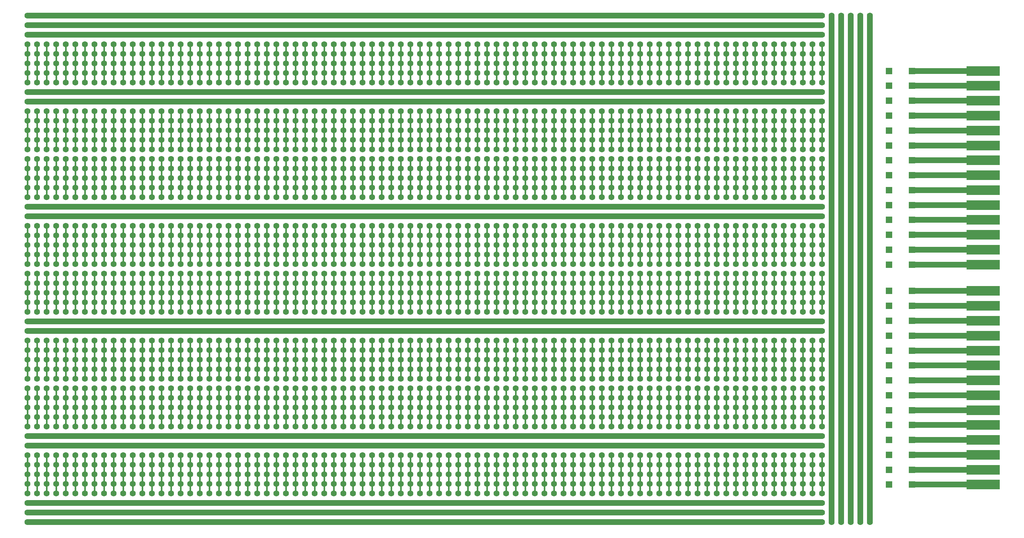
<source format=gbr>
%TF.GenerationSoftware,KiCad,Pcbnew,8.0.2*%
%TF.CreationDate,2024-05-20T22:27:27+02:00*%
%TF.ProjectId,Breadboard_56pin,42726561-6462-46f6-9172-645f35367069,rev?*%
%TF.SameCoordinates,Original*%
%TF.FileFunction,Copper,L2,Bot*%
%TF.FilePolarity,Positive*%
%FSLAX46Y46*%
G04 Gerber Fmt 4.6, Leading zero omitted, Abs format (unit mm)*
G04 Created by KiCad (PCBNEW 8.0.2) date 2024-05-20 22:27:27*
%MOMM*%
%LPD*%
G01*
G04 APERTURE LIST*
%TA.AperFunction,ComponentPad*%
%ADD10C,1.600000*%
%TD*%
%TA.AperFunction,ComponentPad*%
%ADD11R,1.700000X1.700000*%
%TD*%
%TA.AperFunction,SMDPad,CuDef*%
%ADD12R,8.800000X2.600000*%
%TD*%
%TA.AperFunction,Conductor*%
%ADD13C,1.500000*%
%TD*%
%TA.AperFunction,Conductor*%
%ADD14C,0.400000*%
%TD*%
G04 APERTURE END LIST*
D10*
%TO.P,R,1*%
%TO.N,N/C*%
X332740000Y-205740000D03*
%TD*%
%TO.P,R,1*%
%TO.N,N/C*%
X332740000Y-78740000D03*
%TD*%
%TO.P,R,1*%
%TO.N,N/C*%
X332740000Y-76200000D03*
%TD*%
%TO.P,R,1*%
%TO.N,N/C*%
X132080000Y-81280000D03*
%TD*%
%TO.P,R,1*%
%TO.N,N/C*%
X124460000Y-81280000D03*
%TD*%
%TO.P,R,1*%
%TO.N,N/C*%
X127000000Y-81280000D03*
%TD*%
%TO.P,R,1*%
%TO.N,N/C*%
X121920000Y-81280000D03*
%TD*%
%TO.P,R,1*%
%TO.N,N/C*%
X129540000Y-81280000D03*
%TD*%
%TO.P,R,1*%
%TO.N,N/C*%
X134620000Y-81280000D03*
%TD*%
%TO.P,R,1*%
%TO.N,N/C*%
X162560000Y-81280000D03*
%TD*%
%TO.P,R,1*%
%TO.N,N/C*%
X154940000Y-81280000D03*
%TD*%
%TO.P,R,1*%
%TO.N,N/C*%
X157480000Y-81280000D03*
%TD*%
%TO.P,R,1*%
%TO.N,N/C*%
X152400000Y-81280000D03*
%TD*%
%TO.P,R,1*%
%TO.N,N/C*%
X160020000Y-81280000D03*
%TD*%
%TO.P,R,1*%
%TO.N,N/C*%
X165100000Y-81280000D03*
%TD*%
%TO.P,R,1*%
%TO.N,N/C*%
X177800000Y-81280000D03*
%TD*%
%TO.P,R,1*%
%TO.N,N/C*%
X170180000Y-81280000D03*
%TD*%
%TO.P,R,1*%
%TO.N,N/C*%
X172720000Y-81280000D03*
%TD*%
%TO.P,R,1*%
%TO.N,N/C*%
X167640000Y-81280000D03*
%TD*%
%TO.P,R,1*%
%TO.N,N/C*%
X175260000Y-81280000D03*
%TD*%
%TO.P,R,1*%
%TO.N,N/C*%
X180340000Y-81280000D03*
%TD*%
%TO.P,R,1*%
%TO.N,N/C*%
X193040000Y-81280000D03*
%TD*%
%TO.P,R,1*%
%TO.N,N/C*%
X185420000Y-81280000D03*
%TD*%
%TO.P,R,1*%
%TO.N,N/C*%
X187960000Y-81280000D03*
%TD*%
%TO.P,R,1*%
%TO.N,N/C*%
X182880000Y-81280000D03*
%TD*%
%TO.P,R,1*%
%TO.N,N/C*%
X190500000Y-81280000D03*
%TD*%
%TO.P,R,1*%
%TO.N,N/C*%
X195580000Y-81280000D03*
%TD*%
%TO.P,R,1*%
%TO.N,N/C*%
X208280000Y-81280000D03*
%TD*%
%TO.P,R,1*%
%TO.N,N/C*%
X200660000Y-81280000D03*
%TD*%
%TO.P,R,1*%
%TO.N,N/C*%
X203200000Y-81280000D03*
%TD*%
%TO.P,R,1*%
%TO.N,N/C*%
X198120000Y-81280000D03*
%TD*%
%TO.P,R,1*%
%TO.N,N/C*%
X205740000Y-81280000D03*
%TD*%
%TO.P,R,1*%
%TO.N,N/C*%
X210820000Y-81280000D03*
%TD*%
%TO.P,R,1*%
%TO.N,N/C*%
X223520000Y-81280000D03*
%TD*%
%TO.P,R,1*%
%TO.N,N/C*%
X215900000Y-81280000D03*
%TD*%
%TO.P,R,1*%
%TO.N,N/C*%
X218440000Y-81280000D03*
%TD*%
%TO.P,R,1*%
%TO.N,N/C*%
X213360000Y-81280000D03*
%TD*%
%TO.P,R,1*%
%TO.N,N/C*%
X220980000Y-81280000D03*
%TD*%
%TO.P,R,1*%
%TO.N,N/C*%
X226060000Y-81280000D03*
%TD*%
%TO.P,R,1*%
%TO.N,N/C*%
X238760000Y-81280000D03*
%TD*%
%TO.P,R,1*%
%TO.N,N/C*%
X231140000Y-81280000D03*
%TD*%
%TO.P,R,1*%
%TO.N,N/C*%
X233680000Y-81280000D03*
%TD*%
%TO.P,R,1*%
%TO.N,N/C*%
X228600000Y-81280000D03*
%TD*%
%TO.P,R,1*%
%TO.N,N/C*%
X236220000Y-81280000D03*
%TD*%
%TO.P,R,1*%
%TO.N,N/C*%
X241300000Y-81280000D03*
%TD*%
%TO.P,R,1*%
%TO.N,N/C*%
X254000000Y-81280000D03*
%TD*%
%TO.P,R,1*%
%TO.N,N/C*%
X246380000Y-81280000D03*
%TD*%
%TO.P,R,1*%
%TO.N,N/C*%
X248920000Y-81280000D03*
%TD*%
%TO.P,R,1*%
%TO.N,N/C*%
X243840000Y-81280000D03*
%TD*%
%TO.P,R,1*%
%TO.N,N/C*%
X251460000Y-81280000D03*
%TD*%
%TO.P,R,1*%
%TO.N,N/C*%
X269240000Y-81280000D03*
%TD*%
%TO.P,R,1*%
%TO.N,N/C*%
X261620000Y-81280000D03*
%TD*%
%TO.P,R,1*%
%TO.N,N/C*%
X264160000Y-81280000D03*
%TD*%
%TO.P,R,1*%
%TO.N,N/C*%
X259080000Y-81280000D03*
%TD*%
%TO.P,R,1*%
%TO.N,N/C*%
X266700000Y-81280000D03*
%TD*%
%TO.P,R,1*%
%TO.N,N/C*%
X271780000Y-81280000D03*
%TD*%
%TO.P,R,1*%
%TO.N,N/C*%
X256540000Y-81280000D03*
%TD*%
%TO.P,R,1*%
%TO.N,N/C*%
X284480000Y-81280000D03*
%TD*%
%TO.P,R,1*%
%TO.N,N/C*%
X276860000Y-81280000D03*
%TD*%
%TO.P,R,1*%
%TO.N,N/C*%
X279400000Y-81280000D03*
%TD*%
%TO.P,R,1*%
%TO.N,N/C*%
X274320000Y-81280000D03*
%TD*%
%TO.P,R,1*%
%TO.N,N/C*%
X281940000Y-81280000D03*
%TD*%
%TO.P,R,1*%
%TO.N,N/C*%
X287020000Y-81280000D03*
%TD*%
%TO.P,R,1*%
%TO.N,N/C*%
X307340000Y-81280000D03*
%TD*%
%TO.P,R,1*%
%TO.N,N/C*%
X309880000Y-81280000D03*
%TD*%
%TO.P,R,1*%
%TO.N,N/C*%
X304800000Y-81280000D03*
%TD*%
%TO.P,R,1*%
%TO.N,N/C*%
X312420000Y-81280000D03*
%TD*%
%TO.P,R,1*%
%TO.N,N/C*%
X317500000Y-81280000D03*
%TD*%
%TO.P,R,1*%
%TO.N,N/C*%
X330200000Y-81280000D03*
%TD*%
%TO.P,R,1*%
%TO.N,N/C*%
X147320000Y-81280000D03*
%TD*%
%TO.P,R,1*%
%TO.N,N/C*%
X139700000Y-81280000D03*
%TD*%
%TO.P,R,1*%
%TO.N,N/C*%
X142240000Y-81280000D03*
%TD*%
%TO.P,R,1*%
%TO.N,N/C*%
X137160000Y-81280000D03*
%TD*%
%TO.P,R,1*%
%TO.N,N/C*%
X144780000Y-81280000D03*
%TD*%
%TO.P,R,1*%
%TO.N,N/C*%
X149860000Y-81280000D03*
%TD*%
%TO.P,R,1*%
%TO.N,N/C*%
X292100000Y-81280000D03*
%TD*%
%TO.P,R,1*%
%TO.N,N/C*%
X299720000Y-81280000D03*
%TD*%
%TO.P,R,1*%
%TO.N,N/C*%
X289560000Y-81280000D03*
%TD*%
%TO.P,R,1*%
%TO.N,N/C*%
X314960000Y-81280000D03*
%TD*%
%TO.P,R,1*%
%TO.N,N/C*%
X294640000Y-81280000D03*
%TD*%
%TO.P,R,1*%
%TO.N,N/C*%
X297180000Y-81280000D03*
%TD*%
%TO.P,R,1*%
%TO.N,N/C*%
X302260000Y-81280000D03*
%TD*%
%TO.P,R,1*%
%TO.N,N/C*%
X322580000Y-81280000D03*
%TD*%
%TO.P,R,1*%
%TO.N,N/C*%
X325120000Y-81280000D03*
%TD*%
%TO.P,R,1*%
%TO.N,N/C*%
X320040000Y-81280000D03*
%TD*%
%TO.P,R,1*%
%TO.N,N/C*%
X327660000Y-81280000D03*
%TD*%
%TO.P,R,1*%
%TO.N,N/C*%
X332740000Y-81280000D03*
%TD*%
%TO.P,R,1*%
%TO.N,N/C*%
X129540000Y-195580000D03*
%TD*%
%TO.P,R,1*%
%TO.N,N/C*%
X314960000Y-195580000D03*
%TD*%
%TO.P,R,1*%
%TO.N,N/C*%
X297180000Y-203200000D03*
%TD*%
%TO.P,R,1*%
%TO.N,N/C*%
X297180000Y-198120000D03*
%TD*%
%TO.P,R,1*%
%TO.N,N/C*%
X317500000Y-182880000D03*
%TD*%
%TO.P,R,1*%
%TO.N,N/C*%
X312420000Y-195580000D03*
%TD*%
%TO.P,R,1*%
%TO.N,N/C*%
X330200000Y-195580000D03*
%TD*%
%TO.P,R,1*%
%TO.N,N/C*%
X302260000Y-203200000D03*
%TD*%
%TO.P,R,1*%
%TO.N,N/C*%
X281940000Y-195580000D03*
%TD*%
%TO.P,R,1*%
%TO.N,N/C*%
X251460000Y-195580000D03*
%TD*%
%TO.P,R,1*%
%TO.N,N/C*%
X330200000Y-182880000D03*
%TD*%
%TO.P,R,1*%
%TO.N,N/C*%
X132080000Y-195580000D03*
%TD*%
%TO.P,R,1*%
%TO.N,N/C*%
X132080000Y-182880000D03*
%TD*%
%TO.P,R,1*%
%TO.N,N/C*%
X132080000Y-175260000D03*
%TD*%
%TO.P,R,1*%
%TO.N,N/C*%
X132080000Y-177800000D03*
%TD*%
%TO.P,R,1*%
%TO.N,N/C*%
X132080000Y-198120000D03*
%TD*%
%TO.P,R,1*%
%TO.N,N/C*%
X132080000Y-203200000D03*
%TD*%
%TO.P,R,1*%
%TO.N,N/C*%
X132080000Y-180340000D03*
%TD*%
%TO.P,R,1*%
%TO.N,N/C*%
X132080000Y-187960000D03*
%TD*%
%TO.P,R,1*%
%TO.N,N/C*%
X132080000Y-190500000D03*
%TD*%
%TO.P,R,1*%
%TO.N,N/C*%
X132080000Y-200660000D03*
%TD*%
%TO.P,R,1*%
%TO.N,N/C*%
X132080000Y-185420000D03*
%TD*%
%TO.P,R,1*%
%TO.N,N/C*%
X132080000Y-193040000D03*
%TD*%
%TO.P,R,1*%
%TO.N,N/C*%
X124460000Y-180340000D03*
%TD*%
%TO.P,R,1*%
%TO.N,N/C*%
X124460000Y-187960000D03*
%TD*%
%TO.P,R,1*%
%TO.N,N/C*%
X124460000Y-190500000D03*
%TD*%
%TO.P,R,1*%
%TO.N,N/C*%
X124460000Y-200660000D03*
%TD*%
%TO.P,R,1*%
%TO.N,N/C*%
X124460000Y-198120000D03*
%TD*%
%TO.P,R,1*%
%TO.N,N/C*%
X124460000Y-203200000D03*
%TD*%
%TO.P,R,1*%
%TO.N,N/C*%
X124460000Y-177800000D03*
%TD*%
%TO.P,R,1*%
%TO.N,N/C*%
X124460000Y-175260000D03*
%TD*%
%TO.P,R,1*%
%TO.N,N/C*%
X124460000Y-182880000D03*
%TD*%
%TO.P,R,1*%
%TO.N,N/C*%
X124460000Y-195580000D03*
%TD*%
%TO.P,R,1*%
%TO.N,N/C*%
X124460000Y-193040000D03*
%TD*%
%TO.P,R,1*%
%TO.N,N/C*%
X129540000Y-180340000D03*
%TD*%
%TO.P,R,1*%
%TO.N,N/C*%
X129540000Y-193040000D03*
%TD*%
%TO.P,R,1*%
%TO.N,N/C*%
X124460000Y-185420000D03*
%TD*%
%TO.P,R,1*%
%TO.N,N/C*%
X127000000Y-203200000D03*
%TD*%
%TO.P,R,1*%
%TO.N,N/C*%
X127000000Y-177800000D03*
%TD*%
%TO.P,R,1*%
%TO.N,N/C*%
X127000000Y-175260000D03*
%TD*%
%TO.P,R,1*%
%TO.N,N/C*%
X127000000Y-182880000D03*
%TD*%
%TO.P,R,1*%
%TO.N,N/C*%
X127000000Y-195580000D03*
%TD*%
%TO.P,R,1*%
%TO.N,N/C*%
X127000000Y-187960000D03*
%TD*%
%TO.P,R,1*%
%TO.N,N/C*%
X127000000Y-190500000D03*
%TD*%
%TO.P,R,1*%
%TO.N,N/C*%
X127000000Y-200660000D03*
%TD*%
%TO.P,R,1*%
%TO.N,N/C*%
X127000000Y-185420000D03*
%TD*%
%TO.P,R,1*%
%TO.N,N/C*%
X127000000Y-180340000D03*
%TD*%
%TO.P,R,1*%
%TO.N,N/C*%
X127000000Y-198120000D03*
%TD*%
%TO.P,R,1*%
%TO.N,N/C*%
X134620000Y-193040000D03*
%TD*%
%TO.P,R,1*%
%TO.N,N/C*%
X121920000Y-180340000D03*
%TD*%
%TO.P,R,1*%
%TO.N,N/C*%
X121920000Y-187960000D03*
%TD*%
%TO.P,R,1*%
%TO.N,N/C*%
X121920000Y-190500000D03*
%TD*%
%TO.P,R,1*%
%TO.N,N/C*%
X121920000Y-200660000D03*
%TD*%
%TO.P,R,1*%
%TO.N,N/C*%
X121920000Y-185420000D03*
%TD*%
%TO.P,R,1*%
%TO.N,N/C*%
X121920000Y-198120000D03*
%TD*%
%TO.P,R,1*%
%TO.N,N/C*%
X121920000Y-203200000D03*
%TD*%
%TO.P,R,1*%
%TO.N,N/C*%
X121920000Y-175260000D03*
%TD*%
%TO.P,R,1*%
%TO.N,N/C*%
X121920000Y-182880000D03*
%TD*%
%TO.P,R,1*%
%TO.N,N/C*%
X121920000Y-195580000D03*
%TD*%
%TO.P,R,1*%
%TO.N,N/C*%
X121920000Y-193040000D03*
%TD*%
%TO.P,R,1*%
%TO.N,N/C*%
X129540000Y-187960000D03*
%TD*%
%TO.P,R,1*%
%TO.N,N/C*%
X129540000Y-190500000D03*
%TD*%
%TO.P,R,1*%
%TO.N,N/C*%
X129540000Y-200660000D03*
%TD*%
%TO.P,R,1*%
%TO.N,N/C*%
X129540000Y-185420000D03*
%TD*%
%TO.P,R,1*%
%TO.N,N/C*%
X129540000Y-198120000D03*
%TD*%
%TO.P,R,1*%
%TO.N,N/C*%
X129540000Y-203200000D03*
%TD*%
%TO.P,R,1*%
%TO.N,N/C*%
X121920000Y-177800000D03*
%TD*%
%TO.P,R,1*%
%TO.N,N/C*%
X127000000Y-193040000D03*
%TD*%
%TO.P,R,1*%
%TO.N,N/C*%
X129540000Y-177800000D03*
%TD*%
%TO.P,R,1*%
%TO.N,N/C*%
X129540000Y-175260000D03*
%TD*%
%TO.P,R,1*%
%TO.N,N/C*%
X129540000Y-182880000D03*
%TD*%
%TO.P,R,1*%
%TO.N,N/C*%
X134620000Y-195580000D03*
%TD*%
%TO.P,R,1*%
%TO.N,N/C*%
X134620000Y-187960000D03*
%TD*%
%TO.P,R,1*%
%TO.N,N/C*%
X134620000Y-190500000D03*
%TD*%
%TO.P,R,1*%
%TO.N,N/C*%
X134620000Y-200660000D03*
%TD*%
%TO.P,R,1*%
%TO.N,N/C*%
X134620000Y-185420000D03*
%TD*%
%TO.P,R,1*%
%TO.N,N/C*%
X134620000Y-180340000D03*
%TD*%
%TO.P,R,1*%
%TO.N,N/C*%
X134620000Y-203200000D03*
%TD*%
%TO.P,R,1*%
%TO.N,N/C*%
X330200000Y-175260000D03*
%TD*%
%TO.P,R,1*%
%TO.N,N/C*%
X330200000Y-177800000D03*
%TD*%
%TO.P,R,1*%
%TO.N,N/C*%
X134620000Y-198120000D03*
%TD*%
%TO.P,R,1*%
%TO.N,N/C*%
X134620000Y-177800000D03*
%TD*%
%TO.P,R,1*%
%TO.N,N/C*%
X134620000Y-175260000D03*
%TD*%
%TO.P,R,1*%
%TO.N,N/C*%
X134620000Y-182880000D03*
%TD*%
%TO.P,R,1*%
%TO.N,N/C*%
X160020000Y-195580000D03*
%TD*%
%TO.P,R,1*%
%TO.N,N/C*%
X162560000Y-195580000D03*
%TD*%
%TO.P,R,1*%
%TO.N,N/C*%
X162560000Y-182880000D03*
%TD*%
%TO.P,R,1*%
%TO.N,N/C*%
X162560000Y-175260000D03*
%TD*%
%TO.P,R,1*%
%TO.N,N/C*%
X162560000Y-177800000D03*
%TD*%
%TO.P,R,1*%
%TO.N,N/C*%
X162560000Y-198120000D03*
%TD*%
%TO.P,R,1*%
%TO.N,N/C*%
X162560000Y-203200000D03*
%TD*%
%TO.P,R,1*%
%TO.N,N/C*%
X162560000Y-180340000D03*
%TD*%
%TO.P,R,1*%
%TO.N,N/C*%
X162560000Y-187960000D03*
%TD*%
%TO.P,R,1*%
%TO.N,N/C*%
X162560000Y-190500000D03*
%TD*%
%TO.P,R,1*%
%TO.N,N/C*%
X162560000Y-200660000D03*
%TD*%
%TO.P,R,1*%
%TO.N,N/C*%
X162560000Y-185420000D03*
%TD*%
%TO.P,R,1*%
%TO.N,N/C*%
X162560000Y-193040000D03*
%TD*%
%TO.P,R,1*%
%TO.N,N/C*%
X154940000Y-180340000D03*
%TD*%
%TO.P,R,1*%
%TO.N,N/C*%
X154940000Y-187960000D03*
%TD*%
%TO.P,R,1*%
%TO.N,N/C*%
X154940000Y-190500000D03*
%TD*%
%TO.P,R,1*%
%TO.N,N/C*%
X154940000Y-200660000D03*
%TD*%
%TO.P,R,1*%
%TO.N,N/C*%
X154940000Y-198120000D03*
%TD*%
%TO.P,R,1*%
%TO.N,N/C*%
X154940000Y-203200000D03*
%TD*%
%TO.P,R,1*%
%TO.N,N/C*%
X154940000Y-177800000D03*
%TD*%
%TO.P,R,1*%
%TO.N,N/C*%
X154940000Y-175260000D03*
%TD*%
%TO.P,R,1*%
%TO.N,N/C*%
X154940000Y-182880000D03*
%TD*%
%TO.P,R,1*%
%TO.N,N/C*%
X154940000Y-195580000D03*
%TD*%
%TO.P,R,1*%
%TO.N,N/C*%
X154940000Y-193040000D03*
%TD*%
%TO.P,R,1*%
%TO.N,N/C*%
X160020000Y-180340000D03*
%TD*%
%TO.P,R,1*%
%TO.N,N/C*%
X160020000Y-193040000D03*
%TD*%
%TO.P,R,1*%
%TO.N,N/C*%
X154940000Y-185420000D03*
%TD*%
%TO.P,R,1*%
%TO.N,N/C*%
X157480000Y-203200000D03*
%TD*%
%TO.P,R,1*%
%TO.N,N/C*%
X157480000Y-177800000D03*
%TD*%
%TO.P,R,1*%
%TO.N,N/C*%
X157480000Y-175260000D03*
%TD*%
%TO.P,R,1*%
%TO.N,N/C*%
X157480000Y-182880000D03*
%TD*%
%TO.P,R,1*%
%TO.N,N/C*%
X157480000Y-195580000D03*
%TD*%
%TO.P,R,1*%
%TO.N,N/C*%
X157480000Y-187960000D03*
%TD*%
%TO.P,R,1*%
%TO.N,N/C*%
X157480000Y-190500000D03*
%TD*%
%TO.P,R,1*%
%TO.N,N/C*%
X157480000Y-200660000D03*
%TD*%
%TO.P,R,1*%
%TO.N,N/C*%
X157480000Y-185420000D03*
%TD*%
%TO.P,R,1*%
%TO.N,N/C*%
X157480000Y-180340000D03*
%TD*%
%TO.P,R,1*%
%TO.N,N/C*%
X157480000Y-198120000D03*
%TD*%
%TO.P,R,1*%
%TO.N,N/C*%
X165100000Y-193040000D03*
%TD*%
%TO.P,R,1*%
%TO.N,N/C*%
X152400000Y-180340000D03*
%TD*%
%TO.P,R,1*%
%TO.N,N/C*%
X152400000Y-187960000D03*
%TD*%
%TO.P,R,1*%
%TO.N,N/C*%
X152400000Y-190500000D03*
%TD*%
%TO.P,R,1*%
%TO.N,N/C*%
X152400000Y-200660000D03*
%TD*%
%TO.P,R,1*%
%TO.N,N/C*%
X152400000Y-185420000D03*
%TD*%
%TO.P,R,1*%
%TO.N,N/C*%
X152400000Y-198120000D03*
%TD*%
%TO.P,R,1*%
%TO.N,N/C*%
X152400000Y-203200000D03*
%TD*%
%TO.P,R,1*%
%TO.N,N/C*%
X152400000Y-175260000D03*
%TD*%
%TO.P,R,1*%
%TO.N,N/C*%
X152400000Y-182880000D03*
%TD*%
%TO.P,R,1*%
%TO.N,N/C*%
X152400000Y-195580000D03*
%TD*%
%TO.P,R,1*%
%TO.N,N/C*%
X152400000Y-193040000D03*
%TD*%
%TO.P,R,1*%
%TO.N,N/C*%
X160020000Y-187960000D03*
%TD*%
%TO.P,R,1*%
%TO.N,N/C*%
X160020000Y-190500000D03*
%TD*%
%TO.P,R,1*%
%TO.N,N/C*%
X160020000Y-200660000D03*
%TD*%
%TO.P,R,1*%
%TO.N,N/C*%
X160020000Y-185420000D03*
%TD*%
%TO.P,R,1*%
%TO.N,N/C*%
X160020000Y-198120000D03*
%TD*%
%TO.P,R,1*%
%TO.N,N/C*%
X160020000Y-203200000D03*
%TD*%
%TO.P,R,1*%
%TO.N,N/C*%
X152400000Y-177800000D03*
%TD*%
%TO.P,R,1*%
%TO.N,N/C*%
X157480000Y-193040000D03*
%TD*%
%TO.P,R,1*%
%TO.N,N/C*%
X160020000Y-177800000D03*
%TD*%
%TO.P,R,1*%
%TO.N,N/C*%
X160020000Y-175260000D03*
%TD*%
%TO.P,R,1*%
%TO.N,N/C*%
X160020000Y-182880000D03*
%TD*%
%TO.P,R,1*%
%TO.N,N/C*%
X165100000Y-190500000D03*
%TD*%
%TO.P,R,1*%
%TO.N,N/C*%
X165100000Y-200660000D03*
%TD*%
%TO.P,R,1*%
%TO.N,N/C*%
X165100000Y-185420000D03*
%TD*%
%TO.P,R,1*%
%TO.N,N/C*%
X165100000Y-203200000D03*
%TD*%
%TO.P,R,1*%
%TO.N,N/C*%
X165100000Y-177800000D03*
%TD*%
%TO.P,R,1*%
%TO.N,N/C*%
X165100000Y-175260000D03*
%TD*%
%TO.P,R,1*%
%TO.N,N/C*%
X165100000Y-182880000D03*
%TD*%
%TO.P,R,1*%
%TO.N,N/C*%
X165100000Y-195580000D03*
%TD*%
%TO.P,R,1*%
%TO.N,N/C*%
X165100000Y-187960000D03*
%TD*%
%TO.P,R,1*%
%TO.N,N/C*%
X165100000Y-198120000D03*
%TD*%
%TO.P,R,1*%
%TO.N,N/C*%
X175260000Y-195580000D03*
%TD*%
%TO.P,R,1*%
%TO.N,N/C*%
X177800000Y-195580000D03*
%TD*%
%TO.P,R,1*%
%TO.N,N/C*%
X177800000Y-182880000D03*
%TD*%
%TO.P,R,1*%
%TO.N,N/C*%
X177800000Y-175260000D03*
%TD*%
%TO.P,R,1*%
%TO.N,N/C*%
X177800000Y-177800000D03*
%TD*%
%TO.P,R,1*%
%TO.N,N/C*%
X177800000Y-198120000D03*
%TD*%
%TO.P,R,1*%
%TO.N,N/C*%
X177800000Y-203200000D03*
%TD*%
%TO.P,R,1*%
%TO.N,N/C*%
X177800000Y-180340000D03*
%TD*%
%TO.P,R,1*%
%TO.N,N/C*%
X177800000Y-187960000D03*
%TD*%
%TO.P,R,1*%
%TO.N,N/C*%
X177800000Y-190500000D03*
%TD*%
%TO.P,R,1*%
%TO.N,N/C*%
X177800000Y-200660000D03*
%TD*%
%TO.P,R,1*%
%TO.N,N/C*%
X177800000Y-185420000D03*
%TD*%
%TO.P,R,1*%
%TO.N,N/C*%
X177800000Y-193040000D03*
%TD*%
%TO.P,R,1*%
%TO.N,N/C*%
X170180000Y-180340000D03*
%TD*%
%TO.P,R,1*%
%TO.N,N/C*%
X170180000Y-187960000D03*
%TD*%
%TO.P,R,1*%
%TO.N,N/C*%
X170180000Y-190500000D03*
%TD*%
%TO.P,R,1*%
%TO.N,N/C*%
X170180000Y-200660000D03*
%TD*%
%TO.P,R,1*%
%TO.N,N/C*%
X170180000Y-198120000D03*
%TD*%
%TO.P,R,1*%
%TO.N,N/C*%
X170180000Y-203200000D03*
%TD*%
%TO.P,R,1*%
%TO.N,N/C*%
X170180000Y-177800000D03*
%TD*%
%TO.P,R,1*%
%TO.N,N/C*%
X170180000Y-175260000D03*
%TD*%
%TO.P,R,1*%
%TO.N,N/C*%
X170180000Y-182880000D03*
%TD*%
%TO.P,R,1*%
%TO.N,N/C*%
X170180000Y-195580000D03*
%TD*%
%TO.P,R,1*%
%TO.N,N/C*%
X170180000Y-193040000D03*
%TD*%
%TO.P,R,1*%
%TO.N,N/C*%
X175260000Y-180340000D03*
%TD*%
%TO.P,R,1*%
%TO.N,N/C*%
X175260000Y-193040000D03*
%TD*%
%TO.P,R,1*%
%TO.N,N/C*%
X170180000Y-185420000D03*
%TD*%
%TO.P,R,1*%
%TO.N,N/C*%
X172720000Y-203200000D03*
%TD*%
%TO.P,R,1*%
%TO.N,N/C*%
X172720000Y-177800000D03*
%TD*%
%TO.P,R,1*%
%TO.N,N/C*%
X172720000Y-175260000D03*
%TD*%
%TO.P,R,1*%
%TO.N,N/C*%
X172720000Y-182880000D03*
%TD*%
%TO.P,R,1*%
%TO.N,N/C*%
X172720000Y-195580000D03*
%TD*%
%TO.P,R,1*%
%TO.N,N/C*%
X172720000Y-187960000D03*
%TD*%
%TO.P,R,1*%
%TO.N,N/C*%
X172720000Y-190500000D03*
%TD*%
%TO.P,R,1*%
%TO.N,N/C*%
X172720000Y-200660000D03*
%TD*%
%TO.P,R,1*%
%TO.N,N/C*%
X172720000Y-185420000D03*
%TD*%
%TO.P,R,1*%
%TO.N,N/C*%
X172720000Y-180340000D03*
%TD*%
%TO.P,R,1*%
%TO.N,N/C*%
X172720000Y-198120000D03*
%TD*%
%TO.P,R,1*%
%TO.N,N/C*%
X180340000Y-193040000D03*
%TD*%
%TO.P,R,1*%
%TO.N,N/C*%
X167640000Y-180340000D03*
%TD*%
%TO.P,R,1*%
%TO.N,N/C*%
X167640000Y-187960000D03*
%TD*%
%TO.P,R,1*%
%TO.N,N/C*%
X167640000Y-190500000D03*
%TD*%
%TO.P,R,1*%
%TO.N,N/C*%
X167640000Y-200660000D03*
%TD*%
%TO.P,R,1*%
%TO.N,N/C*%
X167640000Y-185420000D03*
%TD*%
%TO.P,R,1*%
%TO.N,N/C*%
X167640000Y-198120000D03*
%TD*%
%TO.P,R,1*%
%TO.N,N/C*%
X167640000Y-203200000D03*
%TD*%
%TO.P,R,1*%
%TO.N,N/C*%
X167640000Y-175260000D03*
%TD*%
%TO.P,R,1*%
%TO.N,N/C*%
X167640000Y-182880000D03*
%TD*%
%TO.P,R,1*%
%TO.N,N/C*%
X167640000Y-195580000D03*
%TD*%
%TO.P,R,1*%
%TO.N,N/C*%
X167640000Y-193040000D03*
%TD*%
%TO.P,R,1*%
%TO.N,N/C*%
X175260000Y-187960000D03*
%TD*%
%TO.P,R,1*%
%TO.N,N/C*%
X175260000Y-190500000D03*
%TD*%
%TO.P,R,1*%
%TO.N,N/C*%
X175260000Y-200660000D03*
%TD*%
%TO.P,R,1*%
%TO.N,N/C*%
X175260000Y-185420000D03*
%TD*%
%TO.P,R,1*%
%TO.N,N/C*%
X175260000Y-198120000D03*
%TD*%
%TO.P,R,1*%
%TO.N,N/C*%
X175260000Y-203200000D03*
%TD*%
%TO.P,R,1*%
%TO.N,N/C*%
X167640000Y-177800000D03*
%TD*%
%TO.P,R,1*%
%TO.N,N/C*%
X172720000Y-193040000D03*
%TD*%
%TO.P,R,1*%
%TO.N,N/C*%
X175260000Y-177800000D03*
%TD*%
%TO.P,R,1*%
%TO.N,N/C*%
X175260000Y-175260000D03*
%TD*%
%TO.P,R,1*%
%TO.N,N/C*%
X175260000Y-182880000D03*
%TD*%
%TO.P,R,1*%
%TO.N,N/C*%
X165100000Y-180340000D03*
%TD*%
%TO.P,R,1*%
%TO.N,N/C*%
X180340000Y-203200000D03*
%TD*%
%TO.P,R,1*%
%TO.N,N/C*%
X180340000Y-177800000D03*
%TD*%
%TO.P,R,1*%
%TO.N,N/C*%
X180340000Y-175260000D03*
%TD*%
%TO.P,R,1*%
%TO.N,N/C*%
X180340000Y-182880000D03*
%TD*%
%TO.P,R,1*%
%TO.N,N/C*%
X180340000Y-195580000D03*
%TD*%
%TO.P,R,1*%
%TO.N,N/C*%
X180340000Y-187960000D03*
%TD*%
%TO.P,R,1*%
%TO.N,N/C*%
X180340000Y-190500000D03*
%TD*%
%TO.P,R,1*%
%TO.N,N/C*%
X180340000Y-200660000D03*
%TD*%
%TO.P,R,1*%
%TO.N,N/C*%
X190500000Y-195580000D03*
%TD*%
%TO.P,R,1*%
%TO.N,N/C*%
X193040000Y-195580000D03*
%TD*%
%TO.P,R,1*%
%TO.N,N/C*%
X193040000Y-182880000D03*
%TD*%
%TO.P,R,1*%
%TO.N,N/C*%
X193040000Y-175260000D03*
%TD*%
%TO.P,R,1*%
%TO.N,N/C*%
X193040000Y-177800000D03*
%TD*%
%TO.P,R,1*%
%TO.N,N/C*%
X193040000Y-198120000D03*
%TD*%
%TO.P,R,1*%
%TO.N,N/C*%
X193040000Y-203200000D03*
%TD*%
%TO.P,R,1*%
%TO.N,N/C*%
X193040000Y-180340000D03*
%TD*%
%TO.P,R,1*%
%TO.N,N/C*%
X193040000Y-187960000D03*
%TD*%
%TO.P,R,1*%
%TO.N,N/C*%
X193040000Y-190500000D03*
%TD*%
%TO.P,R,1*%
%TO.N,N/C*%
X193040000Y-200660000D03*
%TD*%
%TO.P,R,1*%
%TO.N,N/C*%
X193040000Y-185420000D03*
%TD*%
%TO.P,R,1*%
%TO.N,N/C*%
X193040000Y-193040000D03*
%TD*%
%TO.P,R,1*%
%TO.N,N/C*%
X185420000Y-180340000D03*
%TD*%
%TO.P,R,1*%
%TO.N,N/C*%
X185420000Y-187960000D03*
%TD*%
%TO.P,R,1*%
%TO.N,N/C*%
X185420000Y-190500000D03*
%TD*%
%TO.P,R,1*%
%TO.N,N/C*%
X185420000Y-200660000D03*
%TD*%
%TO.P,R,1*%
%TO.N,N/C*%
X185420000Y-198120000D03*
%TD*%
%TO.P,R,1*%
%TO.N,N/C*%
X185420000Y-203200000D03*
%TD*%
%TO.P,R,1*%
%TO.N,N/C*%
X185420000Y-177800000D03*
%TD*%
%TO.P,R,1*%
%TO.N,N/C*%
X185420000Y-175260000D03*
%TD*%
%TO.P,R,1*%
%TO.N,N/C*%
X185420000Y-182880000D03*
%TD*%
%TO.P,R,1*%
%TO.N,N/C*%
X185420000Y-195580000D03*
%TD*%
%TO.P,R,1*%
%TO.N,N/C*%
X185420000Y-193040000D03*
%TD*%
%TO.P,R,1*%
%TO.N,N/C*%
X190500000Y-180340000D03*
%TD*%
%TO.P,R,1*%
%TO.N,N/C*%
X190500000Y-193040000D03*
%TD*%
%TO.P,R,1*%
%TO.N,N/C*%
X185420000Y-185420000D03*
%TD*%
%TO.P,R,1*%
%TO.N,N/C*%
X187960000Y-203200000D03*
%TD*%
%TO.P,R,1*%
%TO.N,N/C*%
X187960000Y-177800000D03*
%TD*%
%TO.P,R,1*%
%TO.N,N/C*%
X187960000Y-175260000D03*
%TD*%
%TO.P,R,1*%
%TO.N,N/C*%
X187960000Y-182880000D03*
%TD*%
%TO.P,R,1*%
%TO.N,N/C*%
X187960000Y-195580000D03*
%TD*%
%TO.P,R,1*%
%TO.N,N/C*%
X187960000Y-187960000D03*
%TD*%
%TO.P,R,1*%
%TO.N,N/C*%
X187960000Y-190500000D03*
%TD*%
%TO.P,R,1*%
%TO.N,N/C*%
X187960000Y-200660000D03*
%TD*%
%TO.P,R,1*%
%TO.N,N/C*%
X187960000Y-185420000D03*
%TD*%
%TO.P,R,1*%
%TO.N,N/C*%
X187960000Y-180340000D03*
%TD*%
%TO.P,R,1*%
%TO.N,N/C*%
X187960000Y-198120000D03*
%TD*%
%TO.P,R,1*%
%TO.N,N/C*%
X195580000Y-193040000D03*
%TD*%
%TO.P,R,1*%
%TO.N,N/C*%
X182880000Y-180340000D03*
%TD*%
%TO.P,R,1*%
%TO.N,N/C*%
X182880000Y-187960000D03*
%TD*%
%TO.P,R,1*%
%TO.N,N/C*%
X182880000Y-190500000D03*
%TD*%
%TO.P,R,1*%
%TO.N,N/C*%
X182880000Y-200660000D03*
%TD*%
%TO.P,R,1*%
%TO.N,N/C*%
X182880000Y-185420000D03*
%TD*%
%TO.P,R,1*%
%TO.N,N/C*%
X182880000Y-198120000D03*
%TD*%
%TO.P,R,1*%
%TO.N,N/C*%
X182880000Y-203200000D03*
%TD*%
%TO.P,R,1*%
%TO.N,N/C*%
X182880000Y-175260000D03*
%TD*%
%TO.P,R,1*%
%TO.N,N/C*%
X182880000Y-182880000D03*
%TD*%
%TO.P,R,1*%
%TO.N,N/C*%
X182880000Y-195580000D03*
%TD*%
%TO.P,R,1*%
%TO.N,N/C*%
X182880000Y-193040000D03*
%TD*%
%TO.P,R,1*%
%TO.N,N/C*%
X190500000Y-187960000D03*
%TD*%
%TO.P,R,1*%
%TO.N,N/C*%
X190500000Y-190500000D03*
%TD*%
%TO.P,R,1*%
%TO.N,N/C*%
X190500000Y-200660000D03*
%TD*%
%TO.P,R,1*%
%TO.N,N/C*%
X190500000Y-185420000D03*
%TD*%
%TO.P,R,1*%
%TO.N,N/C*%
X190500000Y-198120000D03*
%TD*%
%TO.P,R,1*%
%TO.N,N/C*%
X190500000Y-203200000D03*
%TD*%
%TO.P,R,1*%
%TO.N,N/C*%
X182880000Y-177800000D03*
%TD*%
%TO.P,R,1*%
%TO.N,N/C*%
X187960000Y-193040000D03*
%TD*%
%TO.P,R,1*%
%TO.N,N/C*%
X190500000Y-177800000D03*
%TD*%
%TO.P,R,1*%
%TO.N,N/C*%
X190500000Y-175260000D03*
%TD*%
%TO.P,R,1*%
%TO.N,N/C*%
X190500000Y-182880000D03*
%TD*%
%TO.P,R,1*%
%TO.N,N/C*%
X195580000Y-180340000D03*
%TD*%
%TO.P,R,1*%
%TO.N,N/C*%
X195580000Y-177800000D03*
%TD*%
%TO.P,R,1*%
%TO.N,N/C*%
X195580000Y-175260000D03*
%TD*%
%TO.P,R,1*%
%TO.N,N/C*%
X195580000Y-182880000D03*
%TD*%
%TO.P,R,1*%
%TO.N,N/C*%
X195580000Y-195580000D03*
%TD*%
%TO.P,R,1*%
%TO.N,N/C*%
X195580000Y-187960000D03*
%TD*%
%TO.P,R,1*%
%TO.N,N/C*%
X195580000Y-190500000D03*
%TD*%
%TO.P,R,1*%
%TO.N,N/C*%
X195580000Y-200660000D03*
%TD*%
%TO.P,R,1*%
%TO.N,N/C*%
X195580000Y-185420000D03*
%TD*%
%TO.P,R,1*%
%TO.N,N/C*%
X180340000Y-180340000D03*
%TD*%
%TO.P,R,1*%
%TO.N,N/C*%
X195580000Y-198120000D03*
%TD*%
%TO.P,R,1*%
%TO.N,N/C*%
X205740000Y-195580000D03*
%TD*%
%TO.P,R,1*%
%TO.N,N/C*%
X208280000Y-195580000D03*
%TD*%
%TO.P,R,1*%
%TO.N,N/C*%
X208280000Y-182880000D03*
%TD*%
%TO.P,R,1*%
%TO.N,N/C*%
X208280000Y-175260000D03*
%TD*%
%TO.P,R,1*%
%TO.N,N/C*%
X208280000Y-177800000D03*
%TD*%
%TO.P,R,1*%
%TO.N,N/C*%
X208280000Y-198120000D03*
%TD*%
%TO.P,R,1*%
%TO.N,N/C*%
X208280000Y-203200000D03*
%TD*%
%TO.P,R,1*%
%TO.N,N/C*%
X208280000Y-180340000D03*
%TD*%
%TO.P,R,1*%
%TO.N,N/C*%
X208280000Y-187960000D03*
%TD*%
%TO.P,R,1*%
%TO.N,N/C*%
X208280000Y-190500000D03*
%TD*%
%TO.P,R,1*%
%TO.N,N/C*%
X208280000Y-200660000D03*
%TD*%
%TO.P,R,1*%
%TO.N,N/C*%
X208280000Y-185420000D03*
%TD*%
%TO.P,R,1*%
%TO.N,N/C*%
X208280000Y-193040000D03*
%TD*%
%TO.P,R,1*%
%TO.N,N/C*%
X200660000Y-180340000D03*
%TD*%
%TO.P,R,1*%
%TO.N,N/C*%
X200660000Y-187960000D03*
%TD*%
%TO.P,R,1*%
%TO.N,N/C*%
X200660000Y-190500000D03*
%TD*%
%TO.P,R,1*%
%TO.N,N/C*%
X200660000Y-200660000D03*
%TD*%
%TO.P,R,1*%
%TO.N,N/C*%
X200660000Y-198120000D03*
%TD*%
%TO.P,R,1*%
%TO.N,N/C*%
X200660000Y-203200000D03*
%TD*%
%TO.P,R,1*%
%TO.N,N/C*%
X200660000Y-177800000D03*
%TD*%
%TO.P,R,1*%
%TO.N,N/C*%
X200660000Y-175260000D03*
%TD*%
%TO.P,R,1*%
%TO.N,N/C*%
X200660000Y-182880000D03*
%TD*%
%TO.P,R,1*%
%TO.N,N/C*%
X200660000Y-195580000D03*
%TD*%
%TO.P,R,1*%
%TO.N,N/C*%
X200660000Y-193040000D03*
%TD*%
%TO.P,R,1*%
%TO.N,N/C*%
X205740000Y-180340000D03*
%TD*%
%TO.P,R,1*%
%TO.N,N/C*%
X205740000Y-193040000D03*
%TD*%
%TO.P,R,1*%
%TO.N,N/C*%
X200660000Y-185420000D03*
%TD*%
%TO.P,R,1*%
%TO.N,N/C*%
X203200000Y-203200000D03*
%TD*%
%TO.P,R,1*%
%TO.N,N/C*%
X203200000Y-177800000D03*
%TD*%
%TO.P,R,1*%
%TO.N,N/C*%
X203200000Y-175260000D03*
%TD*%
%TO.P,R,1*%
%TO.N,N/C*%
X203200000Y-182880000D03*
%TD*%
%TO.P,R,1*%
%TO.N,N/C*%
X203200000Y-195580000D03*
%TD*%
%TO.P,R,1*%
%TO.N,N/C*%
X203200000Y-187960000D03*
%TD*%
%TO.P,R,1*%
%TO.N,N/C*%
X203200000Y-190500000D03*
%TD*%
%TO.P,R,1*%
%TO.N,N/C*%
X203200000Y-200660000D03*
%TD*%
%TO.P,R,1*%
%TO.N,N/C*%
X203200000Y-185420000D03*
%TD*%
%TO.P,R,1*%
%TO.N,N/C*%
X203200000Y-180340000D03*
%TD*%
%TO.P,R,1*%
%TO.N,N/C*%
X203200000Y-198120000D03*
%TD*%
%TO.P,R,1*%
%TO.N,N/C*%
X210820000Y-193040000D03*
%TD*%
%TO.P,R,1*%
%TO.N,N/C*%
X198120000Y-180340000D03*
%TD*%
%TO.P,R,1*%
%TO.N,N/C*%
X198120000Y-187960000D03*
%TD*%
%TO.P,R,1*%
%TO.N,N/C*%
X198120000Y-190500000D03*
%TD*%
%TO.P,R,1*%
%TO.N,N/C*%
X198120000Y-200660000D03*
%TD*%
%TO.P,R,1*%
%TO.N,N/C*%
X198120000Y-185420000D03*
%TD*%
%TO.P,R,1*%
%TO.N,N/C*%
X198120000Y-198120000D03*
%TD*%
%TO.P,R,1*%
%TO.N,N/C*%
X198120000Y-203200000D03*
%TD*%
%TO.P,R,1*%
%TO.N,N/C*%
X198120000Y-175260000D03*
%TD*%
%TO.P,R,1*%
%TO.N,N/C*%
X198120000Y-182880000D03*
%TD*%
%TO.P,R,1*%
%TO.N,N/C*%
X198120000Y-195580000D03*
%TD*%
%TO.P,R,1*%
%TO.N,N/C*%
X198120000Y-193040000D03*
%TD*%
%TO.P,R,1*%
%TO.N,N/C*%
X205740000Y-187960000D03*
%TD*%
%TO.P,R,1*%
%TO.N,N/C*%
X205740000Y-190500000D03*
%TD*%
%TO.P,R,1*%
%TO.N,N/C*%
X205740000Y-200660000D03*
%TD*%
%TO.P,R,1*%
%TO.N,N/C*%
X205740000Y-185420000D03*
%TD*%
%TO.P,R,1*%
%TO.N,N/C*%
X205740000Y-198120000D03*
%TD*%
%TO.P,R,1*%
%TO.N,N/C*%
X205740000Y-203200000D03*
%TD*%
%TO.P,R,1*%
%TO.N,N/C*%
X198120000Y-177800000D03*
%TD*%
%TO.P,R,1*%
%TO.N,N/C*%
X203200000Y-193040000D03*
%TD*%
%TO.P,R,1*%
%TO.N,N/C*%
X205740000Y-177800000D03*
%TD*%
%TO.P,R,1*%
%TO.N,N/C*%
X205740000Y-175260000D03*
%TD*%
%TO.P,R,1*%
%TO.N,N/C*%
X205740000Y-182880000D03*
%TD*%
%TO.P,R,1*%
%TO.N,N/C*%
X210820000Y-180340000D03*
%TD*%
%TO.P,R,1*%
%TO.N,N/C*%
X210820000Y-177800000D03*
%TD*%
%TO.P,R,1*%
%TO.N,N/C*%
X210820000Y-175260000D03*
%TD*%
%TO.P,R,1*%
%TO.N,N/C*%
X210820000Y-182880000D03*
%TD*%
%TO.P,R,1*%
%TO.N,N/C*%
X210820000Y-195580000D03*
%TD*%
%TO.P,R,1*%
%TO.N,N/C*%
X210820000Y-187960000D03*
%TD*%
%TO.P,R,1*%
%TO.N,N/C*%
X210820000Y-190500000D03*
%TD*%
%TO.P,R,1*%
%TO.N,N/C*%
X210820000Y-200660000D03*
%TD*%
%TO.P,R,1*%
%TO.N,N/C*%
X210820000Y-185420000D03*
%TD*%
%TO.P,R,1*%
%TO.N,N/C*%
X195580000Y-203200000D03*
%TD*%
%TO.P,R,1*%
%TO.N,N/C*%
X220980000Y-195580000D03*
%TD*%
%TO.P,R,1*%
%TO.N,N/C*%
X223520000Y-195580000D03*
%TD*%
%TO.P,R,1*%
%TO.N,N/C*%
X223520000Y-182880000D03*
%TD*%
%TO.P,R,1*%
%TO.N,N/C*%
X223520000Y-175260000D03*
%TD*%
%TO.P,R,1*%
%TO.N,N/C*%
X223520000Y-177800000D03*
%TD*%
%TO.P,R,1*%
%TO.N,N/C*%
X223520000Y-198120000D03*
%TD*%
%TO.P,R,1*%
%TO.N,N/C*%
X223520000Y-203200000D03*
%TD*%
%TO.P,R,1*%
%TO.N,N/C*%
X223520000Y-180340000D03*
%TD*%
%TO.P,R,1*%
%TO.N,N/C*%
X223520000Y-187960000D03*
%TD*%
%TO.P,R,1*%
%TO.N,N/C*%
X223520000Y-190500000D03*
%TD*%
%TO.P,R,1*%
%TO.N,N/C*%
X223520000Y-200660000D03*
%TD*%
%TO.P,R,1*%
%TO.N,N/C*%
X223520000Y-185420000D03*
%TD*%
%TO.P,R,1*%
%TO.N,N/C*%
X223520000Y-193040000D03*
%TD*%
%TO.P,R,1*%
%TO.N,N/C*%
X215900000Y-180340000D03*
%TD*%
%TO.P,R,1*%
%TO.N,N/C*%
X215900000Y-187960000D03*
%TD*%
%TO.P,R,1*%
%TO.N,N/C*%
X215900000Y-190500000D03*
%TD*%
%TO.P,R,1*%
%TO.N,N/C*%
X215900000Y-200660000D03*
%TD*%
%TO.P,R,1*%
%TO.N,N/C*%
X215900000Y-198120000D03*
%TD*%
%TO.P,R,1*%
%TO.N,N/C*%
X215900000Y-203200000D03*
%TD*%
%TO.P,R,1*%
%TO.N,N/C*%
X215900000Y-177800000D03*
%TD*%
%TO.P,R,1*%
%TO.N,N/C*%
X215900000Y-175260000D03*
%TD*%
%TO.P,R,1*%
%TO.N,N/C*%
X215900000Y-182880000D03*
%TD*%
%TO.P,R,1*%
%TO.N,N/C*%
X215900000Y-195580000D03*
%TD*%
%TO.P,R,1*%
%TO.N,N/C*%
X215900000Y-193040000D03*
%TD*%
%TO.P,R,1*%
%TO.N,N/C*%
X220980000Y-180340000D03*
%TD*%
%TO.P,R,1*%
%TO.N,N/C*%
X220980000Y-193040000D03*
%TD*%
%TO.P,R,1*%
%TO.N,N/C*%
X215900000Y-185420000D03*
%TD*%
%TO.P,R,1*%
%TO.N,N/C*%
X218440000Y-203200000D03*
%TD*%
%TO.P,R,1*%
%TO.N,N/C*%
X218440000Y-177800000D03*
%TD*%
%TO.P,R,1*%
%TO.N,N/C*%
X218440000Y-175260000D03*
%TD*%
%TO.P,R,1*%
%TO.N,N/C*%
X218440000Y-182880000D03*
%TD*%
%TO.P,R,1*%
%TO.N,N/C*%
X218440000Y-195580000D03*
%TD*%
%TO.P,R,1*%
%TO.N,N/C*%
X218440000Y-187960000D03*
%TD*%
%TO.P,R,1*%
%TO.N,N/C*%
X218440000Y-190500000D03*
%TD*%
%TO.P,R,1*%
%TO.N,N/C*%
X218440000Y-200660000D03*
%TD*%
%TO.P,R,1*%
%TO.N,N/C*%
X218440000Y-185420000D03*
%TD*%
%TO.P,R,1*%
%TO.N,N/C*%
X218440000Y-180340000D03*
%TD*%
%TO.P,R,1*%
%TO.N,N/C*%
X218440000Y-198120000D03*
%TD*%
%TO.P,R,1*%
%TO.N,N/C*%
X226060000Y-193040000D03*
%TD*%
%TO.P,R,1*%
%TO.N,N/C*%
X213360000Y-180340000D03*
%TD*%
%TO.P,R,1*%
%TO.N,N/C*%
X213360000Y-187960000D03*
%TD*%
%TO.P,R,1*%
%TO.N,N/C*%
X213360000Y-190500000D03*
%TD*%
%TO.P,R,1*%
%TO.N,N/C*%
X213360000Y-200660000D03*
%TD*%
%TO.P,R,1*%
%TO.N,N/C*%
X213360000Y-185420000D03*
%TD*%
%TO.P,R,1*%
%TO.N,N/C*%
X213360000Y-198120000D03*
%TD*%
%TO.P,R,1*%
%TO.N,N/C*%
X213360000Y-203200000D03*
%TD*%
%TO.P,R,1*%
%TO.N,N/C*%
X213360000Y-175260000D03*
%TD*%
%TO.P,R,1*%
%TO.N,N/C*%
X213360000Y-182880000D03*
%TD*%
%TO.P,R,1*%
%TO.N,N/C*%
X213360000Y-195580000D03*
%TD*%
%TO.P,R,1*%
%TO.N,N/C*%
X213360000Y-193040000D03*
%TD*%
%TO.P,R,1*%
%TO.N,N/C*%
X220980000Y-187960000D03*
%TD*%
%TO.P,R,1*%
%TO.N,N/C*%
X220980000Y-190500000D03*
%TD*%
%TO.P,R,1*%
%TO.N,N/C*%
X220980000Y-200660000D03*
%TD*%
%TO.P,R,1*%
%TO.N,N/C*%
X220980000Y-185420000D03*
%TD*%
%TO.P,R,1*%
%TO.N,N/C*%
X220980000Y-198120000D03*
%TD*%
%TO.P,R,1*%
%TO.N,N/C*%
X220980000Y-203200000D03*
%TD*%
%TO.P,R,1*%
%TO.N,N/C*%
X213360000Y-177800000D03*
%TD*%
%TO.P,R,1*%
%TO.N,N/C*%
X218440000Y-193040000D03*
%TD*%
%TO.P,R,1*%
%TO.N,N/C*%
X220980000Y-177800000D03*
%TD*%
%TO.P,R,1*%
%TO.N,N/C*%
X220980000Y-175260000D03*
%TD*%
%TO.P,R,1*%
%TO.N,N/C*%
X220980000Y-182880000D03*
%TD*%
%TO.P,R,1*%
%TO.N,N/C*%
X226060000Y-180340000D03*
%TD*%
%TO.P,R,1*%
%TO.N,N/C*%
X226060000Y-203200000D03*
%TD*%
%TO.P,R,1*%
%TO.N,N/C*%
X226060000Y-177800000D03*
%TD*%
%TO.P,R,1*%
%TO.N,N/C*%
X226060000Y-175260000D03*
%TD*%
%TO.P,R,1*%
%TO.N,N/C*%
X226060000Y-182880000D03*
%TD*%
%TO.P,R,1*%
%TO.N,N/C*%
X226060000Y-195580000D03*
%TD*%
%TO.P,R,1*%
%TO.N,N/C*%
X226060000Y-187960000D03*
%TD*%
%TO.P,R,1*%
%TO.N,N/C*%
X226060000Y-190500000D03*
%TD*%
%TO.P,R,1*%
%TO.N,N/C*%
X226060000Y-200660000D03*
%TD*%
%TO.P,R,1*%
%TO.N,N/C*%
X210820000Y-198120000D03*
%TD*%
%TO.P,R,1*%
%TO.N,N/C*%
X210820000Y-203200000D03*
%TD*%
%TO.P,R,1*%
%TO.N,N/C*%
X236220000Y-195580000D03*
%TD*%
%TO.P,R,1*%
%TO.N,N/C*%
X238760000Y-195580000D03*
%TD*%
%TO.P,R,1*%
%TO.N,N/C*%
X238760000Y-182880000D03*
%TD*%
%TO.P,R,1*%
%TO.N,N/C*%
X238760000Y-175260000D03*
%TD*%
%TO.P,R,1*%
%TO.N,N/C*%
X238760000Y-177800000D03*
%TD*%
%TO.P,R,1*%
%TO.N,N/C*%
X238760000Y-198120000D03*
%TD*%
%TO.P,R,1*%
%TO.N,N/C*%
X238760000Y-203200000D03*
%TD*%
%TO.P,R,1*%
%TO.N,N/C*%
X238760000Y-180340000D03*
%TD*%
%TO.P,R,1*%
%TO.N,N/C*%
X238760000Y-187960000D03*
%TD*%
%TO.P,R,1*%
%TO.N,N/C*%
X238760000Y-190500000D03*
%TD*%
%TO.P,R,1*%
%TO.N,N/C*%
X238760000Y-200660000D03*
%TD*%
%TO.P,R,1*%
%TO.N,N/C*%
X238760000Y-185420000D03*
%TD*%
%TO.P,R,1*%
%TO.N,N/C*%
X238760000Y-193040000D03*
%TD*%
%TO.P,R,1*%
%TO.N,N/C*%
X231140000Y-180340000D03*
%TD*%
%TO.P,R,1*%
%TO.N,N/C*%
X231140000Y-187960000D03*
%TD*%
%TO.P,R,1*%
%TO.N,N/C*%
X231140000Y-190500000D03*
%TD*%
%TO.P,R,1*%
%TO.N,N/C*%
X231140000Y-200660000D03*
%TD*%
%TO.P,R,1*%
%TO.N,N/C*%
X231140000Y-198120000D03*
%TD*%
%TO.P,R,1*%
%TO.N,N/C*%
X231140000Y-203200000D03*
%TD*%
%TO.P,R,1*%
%TO.N,N/C*%
X231140000Y-177800000D03*
%TD*%
%TO.P,R,1*%
%TO.N,N/C*%
X231140000Y-175260000D03*
%TD*%
%TO.P,R,1*%
%TO.N,N/C*%
X231140000Y-182880000D03*
%TD*%
%TO.P,R,1*%
%TO.N,N/C*%
X231140000Y-195580000D03*
%TD*%
%TO.P,R,1*%
%TO.N,N/C*%
X231140000Y-193040000D03*
%TD*%
%TO.P,R,1*%
%TO.N,N/C*%
X236220000Y-180340000D03*
%TD*%
%TO.P,R,1*%
%TO.N,N/C*%
X236220000Y-193040000D03*
%TD*%
%TO.P,R,1*%
%TO.N,N/C*%
X231140000Y-185420000D03*
%TD*%
%TO.P,R,1*%
%TO.N,N/C*%
X233680000Y-203200000D03*
%TD*%
%TO.P,R,1*%
%TO.N,N/C*%
X233680000Y-177800000D03*
%TD*%
%TO.P,R,1*%
%TO.N,N/C*%
X233680000Y-175260000D03*
%TD*%
%TO.P,R,1*%
%TO.N,N/C*%
X233680000Y-182880000D03*
%TD*%
%TO.P,R,1*%
%TO.N,N/C*%
X233680000Y-195580000D03*
%TD*%
%TO.P,R,1*%
%TO.N,N/C*%
X233680000Y-187960000D03*
%TD*%
%TO.P,R,1*%
%TO.N,N/C*%
X233680000Y-190500000D03*
%TD*%
%TO.P,R,1*%
%TO.N,N/C*%
X233680000Y-200660000D03*
%TD*%
%TO.P,R,1*%
%TO.N,N/C*%
X233680000Y-185420000D03*
%TD*%
%TO.P,R,1*%
%TO.N,N/C*%
X233680000Y-180340000D03*
%TD*%
%TO.P,R,1*%
%TO.N,N/C*%
X233680000Y-198120000D03*
%TD*%
%TO.P,R,1*%
%TO.N,N/C*%
X241300000Y-193040000D03*
%TD*%
%TO.P,R,1*%
%TO.N,N/C*%
X228600000Y-180340000D03*
%TD*%
%TO.P,R,1*%
%TO.N,N/C*%
X228600000Y-187960000D03*
%TD*%
%TO.P,R,1*%
%TO.N,N/C*%
X228600000Y-190500000D03*
%TD*%
%TO.P,R,1*%
%TO.N,N/C*%
X228600000Y-200660000D03*
%TD*%
%TO.P,R,1*%
%TO.N,N/C*%
X228600000Y-185420000D03*
%TD*%
%TO.P,R,1*%
%TO.N,N/C*%
X228600000Y-198120000D03*
%TD*%
%TO.P,R,1*%
%TO.N,N/C*%
X228600000Y-203200000D03*
%TD*%
%TO.P,R,1*%
%TO.N,N/C*%
X228600000Y-175260000D03*
%TD*%
%TO.P,R,1*%
%TO.N,N/C*%
X228600000Y-182880000D03*
%TD*%
%TO.P,R,1*%
%TO.N,N/C*%
X228600000Y-195580000D03*
%TD*%
%TO.P,R,1*%
%TO.N,N/C*%
X228600000Y-193040000D03*
%TD*%
%TO.P,R,1*%
%TO.N,N/C*%
X236220000Y-187960000D03*
%TD*%
%TO.P,R,1*%
%TO.N,N/C*%
X236220000Y-190500000D03*
%TD*%
%TO.P,R,1*%
%TO.N,N/C*%
X236220000Y-200660000D03*
%TD*%
%TO.P,R,1*%
%TO.N,N/C*%
X236220000Y-185420000D03*
%TD*%
%TO.P,R,1*%
%TO.N,N/C*%
X236220000Y-198120000D03*
%TD*%
%TO.P,R,1*%
%TO.N,N/C*%
X236220000Y-203200000D03*
%TD*%
%TO.P,R,1*%
%TO.N,N/C*%
X228600000Y-177800000D03*
%TD*%
%TO.P,R,1*%
%TO.N,N/C*%
X233680000Y-193040000D03*
%TD*%
%TO.P,R,1*%
%TO.N,N/C*%
X236220000Y-177800000D03*
%TD*%
%TO.P,R,1*%
%TO.N,N/C*%
X236220000Y-175260000D03*
%TD*%
%TO.P,R,1*%
%TO.N,N/C*%
X236220000Y-182880000D03*
%TD*%
%TO.P,R,1*%
%TO.N,N/C*%
X241300000Y-180340000D03*
%TD*%
%TO.P,R,1*%
%TO.N,N/C*%
X241300000Y-203200000D03*
%TD*%
%TO.P,R,1*%
%TO.N,N/C*%
X241300000Y-177800000D03*
%TD*%
%TO.P,R,1*%
%TO.N,N/C*%
X241300000Y-175260000D03*
%TD*%
%TO.P,R,1*%
%TO.N,N/C*%
X241300000Y-182880000D03*
%TD*%
%TO.P,R,1*%
%TO.N,N/C*%
X241300000Y-195580000D03*
%TD*%
%TO.P,R,1*%
%TO.N,N/C*%
X241300000Y-187960000D03*
%TD*%
%TO.P,R,1*%
%TO.N,N/C*%
X241300000Y-190500000D03*
%TD*%
%TO.P,R,1*%
%TO.N,N/C*%
X241300000Y-200660000D03*
%TD*%
%TO.P,R,1*%
%TO.N,N/C*%
X241300000Y-185420000D03*
%TD*%
%TO.P,R,1*%
%TO.N,N/C*%
X226060000Y-185420000D03*
%TD*%
%TO.P,R,1*%
%TO.N,N/C*%
X254000000Y-195580000D03*
%TD*%
%TO.P,R,1*%
%TO.N,N/C*%
X254000000Y-182880000D03*
%TD*%
%TO.P,R,1*%
%TO.N,N/C*%
X254000000Y-175260000D03*
%TD*%
%TO.P,R,1*%
%TO.N,N/C*%
X254000000Y-177800000D03*
%TD*%
%TO.P,R,1*%
%TO.N,N/C*%
X254000000Y-198120000D03*
%TD*%
%TO.P,R,1*%
%TO.N,N/C*%
X254000000Y-203200000D03*
%TD*%
%TO.P,R,1*%
%TO.N,N/C*%
X254000000Y-180340000D03*
%TD*%
%TO.P,R,1*%
%TO.N,N/C*%
X254000000Y-187960000D03*
%TD*%
%TO.P,R,1*%
%TO.N,N/C*%
X254000000Y-190500000D03*
%TD*%
%TO.P,R,1*%
%TO.N,N/C*%
X254000000Y-200660000D03*
%TD*%
%TO.P,R,1*%
%TO.N,N/C*%
X254000000Y-185420000D03*
%TD*%
%TO.P,R,1*%
%TO.N,N/C*%
X254000000Y-193040000D03*
%TD*%
%TO.P,R,1*%
%TO.N,N/C*%
X246380000Y-180340000D03*
%TD*%
%TO.P,R,1*%
%TO.N,N/C*%
X246380000Y-187960000D03*
%TD*%
%TO.P,R,1*%
%TO.N,N/C*%
X246380000Y-190500000D03*
%TD*%
%TO.P,R,1*%
%TO.N,N/C*%
X246380000Y-200660000D03*
%TD*%
%TO.P,R,1*%
%TO.N,N/C*%
X246380000Y-198120000D03*
%TD*%
%TO.P,R,1*%
%TO.N,N/C*%
X246380000Y-203200000D03*
%TD*%
%TO.P,R,1*%
%TO.N,N/C*%
X246380000Y-177800000D03*
%TD*%
%TO.P,R,1*%
%TO.N,N/C*%
X246380000Y-175260000D03*
%TD*%
%TO.P,R,1*%
%TO.N,N/C*%
X246380000Y-182880000D03*
%TD*%
%TO.P,R,1*%
%TO.N,N/C*%
X246380000Y-195580000D03*
%TD*%
%TO.P,R,1*%
%TO.N,N/C*%
X246380000Y-193040000D03*
%TD*%
%TO.P,R,1*%
%TO.N,N/C*%
X251460000Y-180340000D03*
%TD*%
%TO.P,R,1*%
%TO.N,N/C*%
X251460000Y-193040000D03*
%TD*%
%TO.P,R,1*%
%TO.N,N/C*%
X246380000Y-185420000D03*
%TD*%
%TO.P,R,1*%
%TO.N,N/C*%
X248920000Y-203200000D03*
%TD*%
%TO.P,R,1*%
%TO.N,N/C*%
X248920000Y-177800000D03*
%TD*%
%TO.P,R,1*%
%TO.N,N/C*%
X248920000Y-175260000D03*
%TD*%
%TO.P,R,1*%
%TO.N,N/C*%
X248920000Y-182880000D03*
%TD*%
%TO.P,R,1*%
%TO.N,N/C*%
X248920000Y-195580000D03*
%TD*%
%TO.P,R,1*%
%TO.N,N/C*%
X248920000Y-187960000D03*
%TD*%
%TO.P,R,1*%
%TO.N,N/C*%
X248920000Y-190500000D03*
%TD*%
%TO.P,R,1*%
%TO.N,N/C*%
X248920000Y-200660000D03*
%TD*%
%TO.P,R,1*%
%TO.N,N/C*%
X248920000Y-185420000D03*
%TD*%
%TO.P,R,1*%
%TO.N,N/C*%
X248920000Y-180340000D03*
%TD*%
%TO.P,R,1*%
%TO.N,N/C*%
X248920000Y-198120000D03*
%TD*%
%TO.P,R,1*%
%TO.N,N/C*%
X256540000Y-193040000D03*
%TD*%
%TO.P,R,1*%
%TO.N,N/C*%
X243840000Y-180340000D03*
%TD*%
%TO.P,R,1*%
%TO.N,N/C*%
X243840000Y-187960000D03*
%TD*%
%TO.P,R,1*%
%TO.N,N/C*%
X243840000Y-190500000D03*
%TD*%
%TO.P,R,1*%
%TO.N,N/C*%
X243840000Y-200660000D03*
%TD*%
%TO.P,R,1*%
%TO.N,N/C*%
X243840000Y-185420000D03*
%TD*%
%TO.P,R,1*%
%TO.N,N/C*%
X243840000Y-198120000D03*
%TD*%
%TO.P,R,1*%
%TO.N,N/C*%
X243840000Y-203200000D03*
%TD*%
%TO.P,R,1*%
%TO.N,N/C*%
X243840000Y-175260000D03*
%TD*%
%TO.P,R,1*%
%TO.N,N/C*%
X243840000Y-182880000D03*
%TD*%
%TO.P,R,1*%
%TO.N,N/C*%
X243840000Y-195580000D03*
%TD*%
%TO.P,R,1*%
%TO.N,N/C*%
X243840000Y-193040000D03*
%TD*%
%TO.P,R,1*%
%TO.N,N/C*%
X251460000Y-187960000D03*
%TD*%
%TO.P,R,1*%
%TO.N,N/C*%
X251460000Y-190500000D03*
%TD*%
%TO.P,R,1*%
%TO.N,N/C*%
X251460000Y-200660000D03*
%TD*%
%TO.P,R,1*%
%TO.N,N/C*%
X251460000Y-185420000D03*
%TD*%
%TO.P,R,1*%
%TO.N,N/C*%
X251460000Y-198120000D03*
%TD*%
%TO.P,R,1*%
%TO.N,N/C*%
X251460000Y-203200000D03*
%TD*%
%TO.P,R,1*%
%TO.N,N/C*%
X243840000Y-177800000D03*
%TD*%
%TO.P,R,1*%
%TO.N,N/C*%
X248920000Y-193040000D03*
%TD*%
%TO.P,R,1*%
%TO.N,N/C*%
X251460000Y-177800000D03*
%TD*%
%TO.P,R,1*%
%TO.N,N/C*%
X251460000Y-175260000D03*
%TD*%
%TO.P,R,1*%
%TO.N,N/C*%
X251460000Y-182880000D03*
%TD*%
%TO.P,R,1*%
%TO.N,N/C*%
X256540000Y-180340000D03*
%TD*%
%TO.P,R,1*%
%TO.N,N/C*%
X256540000Y-203200000D03*
%TD*%
%TO.P,R,1*%
%TO.N,N/C*%
X256540000Y-177800000D03*
%TD*%
%TO.P,R,1*%
%TO.N,N/C*%
X256540000Y-175260000D03*
%TD*%
%TO.P,R,1*%
%TO.N,N/C*%
X256540000Y-182880000D03*
%TD*%
%TO.P,R,1*%
%TO.N,N/C*%
X256540000Y-195580000D03*
%TD*%
%TO.P,R,1*%
%TO.N,N/C*%
X269240000Y-195580000D03*
%TD*%
%TO.P,R,1*%
%TO.N,N/C*%
X269240000Y-182880000D03*
%TD*%
%TO.P,R,1*%
%TO.N,N/C*%
X269240000Y-175260000D03*
%TD*%
%TO.P,R,1*%
%TO.N,N/C*%
X269240000Y-177800000D03*
%TD*%
%TO.P,R,1*%
%TO.N,N/C*%
X269240000Y-198120000D03*
%TD*%
%TO.P,R,1*%
%TO.N,N/C*%
X269240000Y-203200000D03*
%TD*%
%TO.P,R,1*%
%TO.N,N/C*%
X269240000Y-180340000D03*
%TD*%
%TO.P,R,1*%
%TO.N,N/C*%
X269240000Y-187960000D03*
%TD*%
%TO.P,R,1*%
%TO.N,N/C*%
X269240000Y-190500000D03*
%TD*%
%TO.P,R,1*%
%TO.N,N/C*%
X269240000Y-200660000D03*
%TD*%
%TO.P,R,1*%
%TO.N,N/C*%
X269240000Y-185420000D03*
%TD*%
%TO.P,R,1*%
%TO.N,N/C*%
X269240000Y-193040000D03*
%TD*%
%TO.P,R,1*%
%TO.N,N/C*%
X261620000Y-180340000D03*
%TD*%
%TO.P,R,1*%
%TO.N,N/C*%
X261620000Y-187960000D03*
%TD*%
%TO.P,R,1*%
%TO.N,N/C*%
X261620000Y-190500000D03*
%TD*%
%TO.P,R,1*%
%TO.N,N/C*%
X261620000Y-200660000D03*
%TD*%
%TO.P,R,1*%
%TO.N,N/C*%
X261620000Y-198120000D03*
%TD*%
%TO.P,R,1*%
%TO.N,N/C*%
X261620000Y-203200000D03*
%TD*%
%TO.P,R,1*%
%TO.N,N/C*%
X261620000Y-177800000D03*
%TD*%
%TO.P,R,1*%
%TO.N,N/C*%
X261620000Y-175260000D03*
%TD*%
%TO.P,R,1*%
%TO.N,N/C*%
X261620000Y-182880000D03*
%TD*%
%TO.P,R,1*%
%TO.N,N/C*%
X261620000Y-195580000D03*
%TD*%
%TO.P,R,1*%
%TO.N,N/C*%
X261620000Y-193040000D03*
%TD*%
%TO.P,R,1*%
%TO.N,N/C*%
X266700000Y-180340000D03*
%TD*%
%TO.P,R,1*%
%TO.N,N/C*%
X266700000Y-193040000D03*
%TD*%
%TO.P,R,1*%
%TO.N,N/C*%
X261620000Y-185420000D03*
%TD*%
%TO.P,R,1*%
%TO.N,N/C*%
X264160000Y-203200000D03*
%TD*%
%TO.P,R,1*%
%TO.N,N/C*%
X264160000Y-177800000D03*
%TD*%
%TO.P,R,1*%
%TO.N,N/C*%
X264160000Y-175260000D03*
%TD*%
%TO.P,R,1*%
%TO.N,N/C*%
X264160000Y-182880000D03*
%TD*%
%TO.P,R,1*%
%TO.N,N/C*%
X264160000Y-195580000D03*
%TD*%
%TO.P,R,1*%
%TO.N,N/C*%
X264160000Y-187960000D03*
%TD*%
%TO.P,R,1*%
%TO.N,N/C*%
X264160000Y-190500000D03*
%TD*%
%TO.P,R,1*%
%TO.N,N/C*%
X264160000Y-200660000D03*
%TD*%
%TO.P,R,1*%
%TO.N,N/C*%
X264160000Y-185420000D03*
%TD*%
%TO.P,R,1*%
%TO.N,N/C*%
X264160000Y-180340000D03*
%TD*%
%TO.P,R,1*%
%TO.N,N/C*%
X264160000Y-198120000D03*
%TD*%
%TO.P,R,1*%
%TO.N,N/C*%
X271780000Y-193040000D03*
%TD*%
%TO.P,R,1*%
%TO.N,N/C*%
X259080000Y-180340000D03*
%TD*%
%TO.P,R,1*%
%TO.N,N/C*%
X259080000Y-187960000D03*
%TD*%
%TO.P,R,1*%
%TO.N,N/C*%
X259080000Y-190500000D03*
%TD*%
%TO.P,R,1*%
%TO.N,N/C*%
X259080000Y-200660000D03*
%TD*%
%TO.P,R,1*%
%TO.N,N/C*%
X259080000Y-185420000D03*
%TD*%
%TO.P,R,1*%
%TO.N,N/C*%
X259080000Y-198120000D03*
%TD*%
%TO.P,R,1*%
%TO.N,N/C*%
X259080000Y-203200000D03*
%TD*%
%TO.P,R,1*%
%TO.N,N/C*%
X259080000Y-175260000D03*
%TD*%
%TO.P,R,1*%
%TO.N,N/C*%
X259080000Y-182880000D03*
%TD*%
%TO.P,R,1*%
%TO.N,N/C*%
X259080000Y-195580000D03*
%TD*%
%TO.P,R,1*%
%TO.N,N/C*%
X259080000Y-193040000D03*
%TD*%
%TO.P,R,1*%
%TO.N,N/C*%
X266700000Y-187960000D03*
%TD*%
%TO.P,R,1*%
%TO.N,N/C*%
X266700000Y-190500000D03*
%TD*%
%TO.P,R,1*%
%TO.N,N/C*%
X266700000Y-200660000D03*
%TD*%
%TO.P,R,1*%
%TO.N,N/C*%
X266700000Y-185420000D03*
%TD*%
%TO.P,R,1*%
%TO.N,N/C*%
X266700000Y-198120000D03*
%TD*%
%TO.P,R,1*%
%TO.N,N/C*%
X266700000Y-203200000D03*
%TD*%
%TO.P,R,1*%
%TO.N,N/C*%
X259080000Y-177800000D03*
%TD*%
%TO.P,R,1*%
%TO.N,N/C*%
X264160000Y-193040000D03*
%TD*%
%TO.P,R,1*%
%TO.N,N/C*%
X266700000Y-177800000D03*
%TD*%
%TO.P,R,1*%
%TO.N,N/C*%
X266700000Y-175260000D03*
%TD*%
%TO.P,R,1*%
%TO.N,N/C*%
X266700000Y-182880000D03*
%TD*%
%TO.P,R,1*%
%TO.N,N/C*%
X271780000Y-180340000D03*
%TD*%
%TO.P,R,1*%
%TO.N,N/C*%
X271780000Y-187960000D03*
%TD*%
%TO.P,R,1*%
%TO.N,N/C*%
X271780000Y-190500000D03*
%TD*%
%TO.P,R,1*%
%TO.N,N/C*%
X271780000Y-200660000D03*
%TD*%
%TO.P,R,1*%
%TO.N,N/C*%
X271780000Y-185420000D03*
%TD*%
%TO.P,R,1*%
%TO.N,N/C*%
X271780000Y-198120000D03*
%TD*%
%TO.P,R,1*%
%TO.N,N/C*%
X271780000Y-203200000D03*
%TD*%
%TO.P,R,1*%
%TO.N,N/C*%
X271780000Y-177800000D03*
%TD*%
%TO.P,R,1*%
%TO.N,N/C*%
X271780000Y-175260000D03*
%TD*%
%TO.P,R,1*%
%TO.N,N/C*%
X271780000Y-182880000D03*
%TD*%
%TO.P,R,1*%
%TO.N,N/C*%
X256540000Y-187960000D03*
%TD*%
%TO.P,R,1*%
%TO.N,N/C*%
X256540000Y-190500000D03*
%TD*%
%TO.P,R,1*%
%TO.N,N/C*%
X256540000Y-200660000D03*
%TD*%
%TO.P,R,1*%
%TO.N,N/C*%
X271780000Y-195580000D03*
%TD*%
%TO.P,R,1*%
%TO.N,N/C*%
X226060000Y-198120000D03*
%TD*%
%TO.P,R,1*%
%TO.N,N/C*%
X284480000Y-195580000D03*
%TD*%
%TO.P,R,1*%
%TO.N,N/C*%
X284480000Y-182880000D03*
%TD*%
%TO.P,R,1*%
%TO.N,N/C*%
X284480000Y-175260000D03*
%TD*%
%TO.P,R,1*%
%TO.N,N/C*%
X284480000Y-177800000D03*
%TD*%
%TO.P,R,1*%
%TO.N,N/C*%
X284480000Y-198120000D03*
%TD*%
%TO.P,R,1*%
%TO.N,N/C*%
X284480000Y-203200000D03*
%TD*%
%TO.P,R,1*%
%TO.N,N/C*%
X284480000Y-180340000D03*
%TD*%
%TO.P,R,1*%
%TO.N,N/C*%
X284480000Y-187960000D03*
%TD*%
%TO.P,R,1*%
%TO.N,N/C*%
X284480000Y-190500000D03*
%TD*%
%TO.P,R,1*%
%TO.N,N/C*%
X284480000Y-200660000D03*
%TD*%
%TO.P,R,1*%
%TO.N,N/C*%
X284480000Y-185420000D03*
%TD*%
%TO.P,R,1*%
%TO.N,N/C*%
X284480000Y-193040000D03*
%TD*%
%TO.P,R,1*%
%TO.N,N/C*%
X276860000Y-180340000D03*
%TD*%
%TO.P,R,1*%
%TO.N,N/C*%
X276860000Y-187960000D03*
%TD*%
%TO.P,R,1*%
%TO.N,N/C*%
X276860000Y-190500000D03*
%TD*%
%TO.P,R,1*%
%TO.N,N/C*%
X276860000Y-200660000D03*
%TD*%
%TO.P,R,1*%
%TO.N,N/C*%
X276860000Y-198120000D03*
%TD*%
%TO.P,R,1*%
%TO.N,N/C*%
X276860000Y-203200000D03*
%TD*%
%TO.P,R,1*%
%TO.N,N/C*%
X276860000Y-177800000D03*
%TD*%
%TO.P,R,1*%
%TO.N,N/C*%
X276860000Y-175260000D03*
%TD*%
%TO.P,R,1*%
%TO.N,N/C*%
X276860000Y-182880000D03*
%TD*%
%TO.P,R,1*%
%TO.N,N/C*%
X276860000Y-195580000D03*
%TD*%
%TO.P,R,1*%
%TO.N,N/C*%
X276860000Y-193040000D03*
%TD*%
%TO.P,R,1*%
%TO.N,N/C*%
X281940000Y-180340000D03*
%TD*%
%TO.P,R,1*%
%TO.N,N/C*%
X281940000Y-193040000D03*
%TD*%
%TO.P,R,1*%
%TO.N,N/C*%
X276860000Y-185420000D03*
%TD*%
%TO.P,R,1*%
%TO.N,N/C*%
X279400000Y-203200000D03*
%TD*%
%TO.P,R,1*%
%TO.N,N/C*%
X279400000Y-177800000D03*
%TD*%
%TO.P,R,1*%
%TO.N,N/C*%
X279400000Y-175260000D03*
%TD*%
%TO.P,R,1*%
%TO.N,N/C*%
X279400000Y-182880000D03*
%TD*%
%TO.P,R,1*%
%TO.N,N/C*%
X279400000Y-195580000D03*
%TD*%
%TO.P,R,1*%
%TO.N,N/C*%
X279400000Y-187960000D03*
%TD*%
%TO.P,R,1*%
%TO.N,N/C*%
X279400000Y-190500000D03*
%TD*%
%TO.P,R,1*%
%TO.N,N/C*%
X279400000Y-200660000D03*
%TD*%
%TO.P,R,1*%
%TO.N,N/C*%
X279400000Y-185420000D03*
%TD*%
%TO.P,R,1*%
%TO.N,N/C*%
X279400000Y-180340000D03*
%TD*%
%TO.P,R,1*%
%TO.N,N/C*%
X279400000Y-198120000D03*
%TD*%
%TO.P,R,1*%
%TO.N,N/C*%
X287020000Y-193040000D03*
%TD*%
%TO.P,R,1*%
%TO.N,N/C*%
X274320000Y-180340000D03*
%TD*%
%TO.P,R,1*%
%TO.N,N/C*%
X274320000Y-187960000D03*
%TD*%
%TO.P,R,1*%
%TO.N,N/C*%
X274320000Y-190500000D03*
%TD*%
%TO.P,R,1*%
%TO.N,N/C*%
X274320000Y-200660000D03*
%TD*%
%TO.P,R,1*%
%TO.N,N/C*%
X274320000Y-185420000D03*
%TD*%
%TO.P,R,1*%
%TO.N,N/C*%
X274320000Y-198120000D03*
%TD*%
%TO.P,R,1*%
%TO.N,N/C*%
X274320000Y-203200000D03*
%TD*%
%TO.P,R,1*%
%TO.N,N/C*%
X274320000Y-175260000D03*
%TD*%
%TO.P,R,1*%
%TO.N,N/C*%
X274320000Y-182880000D03*
%TD*%
%TO.P,R,1*%
%TO.N,N/C*%
X274320000Y-195580000D03*
%TD*%
%TO.P,R,1*%
%TO.N,N/C*%
X274320000Y-193040000D03*
%TD*%
%TO.P,R,1*%
%TO.N,N/C*%
X281940000Y-187960000D03*
%TD*%
%TO.P,R,1*%
%TO.N,N/C*%
X281940000Y-190500000D03*
%TD*%
%TO.P,R,1*%
%TO.N,N/C*%
X281940000Y-200660000D03*
%TD*%
%TO.P,R,1*%
%TO.N,N/C*%
X281940000Y-185420000D03*
%TD*%
%TO.P,R,1*%
%TO.N,N/C*%
X281940000Y-198120000D03*
%TD*%
%TO.P,R,1*%
%TO.N,N/C*%
X281940000Y-203200000D03*
%TD*%
%TO.P,R,1*%
%TO.N,N/C*%
X274320000Y-177800000D03*
%TD*%
%TO.P,R,1*%
%TO.N,N/C*%
X279400000Y-193040000D03*
%TD*%
%TO.P,R,1*%
%TO.N,N/C*%
X281940000Y-177800000D03*
%TD*%
%TO.P,R,1*%
%TO.N,N/C*%
X281940000Y-175260000D03*
%TD*%
%TO.P,R,1*%
%TO.N,N/C*%
X281940000Y-182880000D03*
%TD*%
%TO.P,R,1*%
%TO.N,N/C*%
X287020000Y-180340000D03*
%TD*%
%TO.P,R,1*%
%TO.N,N/C*%
X287020000Y-187960000D03*
%TD*%
%TO.P,R,1*%
%TO.N,N/C*%
X287020000Y-190500000D03*
%TD*%
%TO.P,R,1*%
%TO.N,N/C*%
X287020000Y-200660000D03*
%TD*%
%TO.P,R,1*%
%TO.N,N/C*%
X287020000Y-185420000D03*
%TD*%
%TO.P,R,1*%
%TO.N,N/C*%
X180340000Y-198120000D03*
%TD*%
%TO.P,R,1*%
%TO.N,N/C*%
X317500000Y-177800000D03*
%TD*%
%TO.P,R,1*%
%TO.N,N/C*%
X297180000Y-195580000D03*
%TD*%
%TO.P,R,1*%
%TO.N,N/C*%
X294640000Y-177800000D03*
%TD*%
%TO.P,R,1*%
%TO.N,N/C*%
X294640000Y-175260000D03*
%TD*%
%TO.P,R,1*%
%TO.N,N/C*%
X294640000Y-182880000D03*
%TD*%
%TO.P,R,1*%
%TO.N,N/C*%
X330200000Y-198120000D03*
%TD*%
%TO.P,R,1*%
%TO.N,N/C*%
X330200000Y-203200000D03*
%TD*%
%TO.P,R,1*%
%TO.N,N/C*%
X297180000Y-180340000D03*
%TD*%
%TO.P,R,1*%
%TO.N,N/C*%
X297180000Y-193040000D03*
%TD*%
%TO.P,R,1*%
%TO.N,N/C*%
X292100000Y-185420000D03*
%TD*%
%TO.P,R,1*%
%TO.N,N/C*%
X294640000Y-203200000D03*
%TD*%
%TO.P,R,1*%
%TO.N,N/C*%
X292100000Y-195580000D03*
%TD*%
%TO.P,R,1*%
%TO.N,N/C*%
X292100000Y-193040000D03*
%TD*%
%TO.P,R,1*%
%TO.N,N/C*%
X241300000Y-198120000D03*
%TD*%
%TO.P,R,1*%
%TO.N,N/C*%
X302260000Y-177800000D03*
%TD*%
%TO.P,R,1*%
%TO.N,N/C*%
X180340000Y-185420000D03*
%TD*%
%TO.P,R,1*%
%TO.N,N/C*%
X292100000Y-177800000D03*
%TD*%
%TO.P,R,1*%
%TO.N,N/C*%
X292100000Y-175260000D03*
%TD*%
%TO.P,R,1*%
%TO.N,N/C*%
X292100000Y-182880000D03*
%TD*%
%TO.P,R,1*%
%TO.N,N/C*%
X314960000Y-185420000D03*
%TD*%
%TO.P,R,1*%
%TO.N,N/C*%
X314960000Y-193040000D03*
%TD*%
%TO.P,R,1*%
%TO.N,N/C*%
X307340000Y-180340000D03*
%TD*%
%TO.P,R,1*%
%TO.N,N/C*%
X307340000Y-187960000D03*
%TD*%
%TO.P,R,1*%
%TO.N,N/C*%
X307340000Y-190500000D03*
%TD*%
%TO.P,R,1*%
%TO.N,N/C*%
X307340000Y-200660000D03*
%TD*%
%TO.P,R,1*%
%TO.N,N/C*%
X302260000Y-195580000D03*
%TD*%
%TO.P,R,1*%
%TO.N,N/C*%
X302260000Y-185420000D03*
%TD*%
%TO.P,R,1*%
%TO.N,N/C*%
X302260000Y-198120000D03*
%TD*%
%TO.P,R,1*%
%TO.N,N/C*%
X317500000Y-195580000D03*
%TD*%
%TO.P,R,1*%
%TO.N,N/C*%
X307340000Y-198120000D03*
%TD*%
%TO.P,R,1*%
%TO.N,N/C*%
X307340000Y-203200000D03*
%TD*%
%TO.P,R,1*%
%TO.N,N/C*%
X307340000Y-177800000D03*
%TD*%
%TO.P,R,1*%
%TO.N,N/C*%
X307340000Y-175260000D03*
%TD*%
%TO.P,R,1*%
%TO.N,N/C*%
X307340000Y-182880000D03*
%TD*%
%TO.P,R,1*%
%TO.N,N/C*%
X307340000Y-195580000D03*
%TD*%
%TO.P,R,1*%
%TO.N,N/C*%
X307340000Y-193040000D03*
%TD*%
%TO.P,R,1*%
%TO.N,N/C*%
X312420000Y-180340000D03*
%TD*%
%TO.P,R,1*%
%TO.N,N/C*%
X312420000Y-193040000D03*
%TD*%
%TO.P,R,1*%
%TO.N,N/C*%
X307340000Y-185420000D03*
%TD*%
%TO.P,R,1*%
%TO.N,N/C*%
X309880000Y-203200000D03*
%TD*%
%TO.P,R,1*%
%TO.N,N/C*%
X309880000Y-177800000D03*
%TD*%
%TO.P,R,1*%
%TO.N,N/C*%
X309880000Y-175260000D03*
%TD*%
%TO.P,R,1*%
%TO.N,N/C*%
X309880000Y-182880000D03*
%TD*%
%TO.P,R,1*%
%TO.N,N/C*%
X309880000Y-195580000D03*
%TD*%
%TO.P,R,1*%
%TO.N,N/C*%
X309880000Y-187960000D03*
%TD*%
%TO.P,R,1*%
%TO.N,N/C*%
X309880000Y-190500000D03*
%TD*%
%TO.P,R,1*%
%TO.N,N/C*%
X309880000Y-200660000D03*
%TD*%
%TO.P,R,1*%
%TO.N,N/C*%
X309880000Y-185420000D03*
%TD*%
%TO.P,R,1*%
%TO.N,N/C*%
X309880000Y-180340000D03*
%TD*%
%TO.P,R,1*%
%TO.N,N/C*%
X309880000Y-198120000D03*
%TD*%
%TO.P,R,1*%
%TO.N,N/C*%
X317500000Y-193040000D03*
%TD*%
%TO.P,R,1*%
%TO.N,N/C*%
X304800000Y-180340000D03*
%TD*%
%TO.P,R,1*%
%TO.N,N/C*%
X304800000Y-187960000D03*
%TD*%
%TO.P,R,1*%
%TO.N,N/C*%
X304800000Y-190500000D03*
%TD*%
%TO.P,R,1*%
%TO.N,N/C*%
X304800000Y-200660000D03*
%TD*%
%TO.P,R,1*%
%TO.N,N/C*%
X304800000Y-185420000D03*
%TD*%
%TO.P,R,1*%
%TO.N,N/C*%
X304800000Y-198120000D03*
%TD*%
%TO.P,R,1*%
%TO.N,N/C*%
X304800000Y-203200000D03*
%TD*%
%TO.P,R,1*%
%TO.N,N/C*%
X304800000Y-175260000D03*
%TD*%
%TO.P,R,1*%
%TO.N,N/C*%
X304800000Y-182880000D03*
%TD*%
%TO.P,R,1*%
%TO.N,N/C*%
X304800000Y-195580000D03*
%TD*%
%TO.P,R,1*%
%TO.N,N/C*%
X304800000Y-193040000D03*
%TD*%
%TO.P,R,1*%
%TO.N,N/C*%
X312420000Y-187960000D03*
%TD*%
%TO.P,R,1*%
%TO.N,N/C*%
X312420000Y-190500000D03*
%TD*%
%TO.P,R,1*%
%TO.N,N/C*%
X312420000Y-200660000D03*
%TD*%
%TO.P,R,1*%
%TO.N,N/C*%
X312420000Y-185420000D03*
%TD*%
%TO.P,R,1*%
%TO.N,N/C*%
X312420000Y-198120000D03*
%TD*%
%TO.P,R,1*%
%TO.N,N/C*%
X312420000Y-203200000D03*
%TD*%
%TO.P,R,1*%
%TO.N,N/C*%
X304800000Y-177800000D03*
%TD*%
%TO.P,R,1*%
%TO.N,N/C*%
X309880000Y-193040000D03*
%TD*%
%TO.P,R,1*%
%TO.N,N/C*%
X312420000Y-177800000D03*
%TD*%
%TO.P,R,1*%
%TO.N,N/C*%
X312420000Y-175260000D03*
%TD*%
%TO.P,R,1*%
%TO.N,N/C*%
X312420000Y-182880000D03*
%TD*%
%TO.P,R,1*%
%TO.N,N/C*%
X317500000Y-180340000D03*
%TD*%
%TO.P,R,1*%
%TO.N,N/C*%
X317500000Y-187960000D03*
%TD*%
%TO.P,R,1*%
%TO.N,N/C*%
X317500000Y-190500000D03*
%TD*%
%TO.P,R,1*%
%TO.N,N/C*%
X317500000Y-200660000D03*
%TD*%
%TO.P,R,1*%
%TO.N,N/C*%
X317500000Y-185420000D03*
%TD*%
%TO.P,R,1*%
%TO.N,N/C*%
X317500000Y-198120000D03*
%TD*%
%TO.P,R,1*%
%TO.N,N/C*%
X330200000Y-180340000D03*
%TD*%
%TO.P,R,1*%
%TO.N,N/C*%
X330200000Y-187960000D03*
%TD*%
%TO.P,R,1*%
%TO.N,N/C*%
X330200000Y-190500000D03*
%TD*%
%TO.P,R,1*%
%TO.N,N/C*%
X330200000Y-200660000D03*
%TD*%
%TO.P,R,1*%
%TO.N,N/C*%
X330200000Y-185420000D03*
%TD*%
%TO.P,R,1*%
%TO.N,N/C*%
X317500000Y-175260000D03*
%TD*%
%TO.P,R,1*%
%TO.N,N/C*%
X302260000Y-175260000D03*
%TD*%
%TO.P,R,1*%
%TO.N,N/C*%
X144780000Y-195580000D03*
%TD*%
%TO.P,R,1*%
%TO.N,N/C*%
X147320000Y-195580000D03*
%TD*%
%TO.P,R,1*%
%TO.N,N/C*%
X147320000Y-182880000D03*
%TD*%
%TO.P,R,1*%
%TO.N,N/C*%
X147320000Y-175260000D03*
%TD*%
%TO.P,R,1*%
%TO.N,N/C*%
X147320000Y-177800000D03*
%TD*%
%TO.P,R,1*%
%TO.N,N/C*%
X147320000Y-198120000D03*
%TD*%
%TO.P,R,1*%
%TO.N,N/C*%
X147320000Y-203200000D03*
%TD*%
%TO.P,R,1*%
%TO.N,N/C*%
X147320000Y-180340000D03*
%TD*%
%TO.P,R,1*%
%TO.N,N/C*%
X147320000Y-187960000D03*
%TD*%
%TO.P,R,1*%
%TO.N,N/C*%
X147320000Y-190500000D03*
%TD*%
%TO.P,R,1*%
%TO.N,N/C*%
X147320000Y-200660000D03*
%TD*%
%TO.P,R,1*%
%TO.N,N/C*%
X147320000Y-185420000D03*
%TD*%
%TO.P,R,1*%
%TO.N,N/C*%
X147320000Y-193040000D03*
%TD*%
%TO.P,R,1*%
%TO.N,N/C*%
X139700000Y-180340000D03*
%TD*%
%TO.P,R,1*%
%TO.N,N/C*%
X139700000Y-187960000D03*
%TD*%
%TO.P,R,1*%
%TO.N,N/C*%
X139700000Y-190500000D03*
%TD*%
%TO.P,R,1*%
%TO.N,N/C*%
X139700000Y-200660000D03*
%TD*%
%TO.P,R,1*%
%TO.N,N/C*%
X139700000Y-198120000D03*
%TD*%
%TO.P,R,1*%
%TO.N,N/C*%
X139700000Y-203200000D03*
%TD*%
%TO.P,R,1*%
%TO.N,N/C*%
X139700000Y-177800000D03*
%TD*%
%TO.P,R,1*%
%TO.N,N/C*%
X139700000Y-175260000D03*
%TD*%
%TO.P,R,1*%
%TO.N,N/C*%
X139700000Y-182880000D03*
%TD*%
%TO.P,R,1*%
%TO.N,N/C*%
X139700000Y-195580000D03*
%TD*%
%TO.P,R,1*%
%TO.N,N/C*%
X139700000Y-193040000D03*
%TD*%
%TO.P,R,1*%
%TO.N,N/C*%
X144780000Y-180340000D03*
%TD*%
%TO.P,R,1*%
%TO.N,N/C*%
X144780000Y-193040000D03*
%TD*%
%TO.P,R,1*%
%TO.N,N/C*%
X139700000Y-185420000D03*
%TD*%
%TO.P,R,1*%
%TO.N,N/C*%
X142240000Y-203200000D03*
%TD*%
%TO.P,R,1*%
%TO.N,N/C*%
X142240000Y-177800000D03*
%TD*%
%TO.P,R,1*%
%TO.N,N/C*%
X142240000Y-175260000D03*
%TD*%
%TO.P,R,1*%
%TO.N,N/C*%
X142240000Y-182880000D03*
%TD*%
%TO.P,R,1*%
%TO.N,N/C*%
X142240000Y-195580000D03*
%TD*%
%TO.P,R,1*%
%TO.N,N/C*%
X142240000Y-187960000D03*
%TD*%
%TO.P,R,1*%
%TO.N,N/C*%
X142240000Y-190500000D03*
%TD*%
%TO.P,R,1*%
%TO.N,N/C*%
X142240000Y-200660000D03*
%TD*%
%TO.P,R,1*%
%TO.N,N/C*%
X142240000Y-185420000D03*
%TD*%
%TO.P,R,1*%
%TO.N,N/C*%
X142240000Y-180340000D03*
%TD*%
%TO.P,R,1*%
%TO.N,N/C*%
X142240000Y-198120000D03*
%TD*%
%TO.P,R,1*%
%TO.N,N/C*%
X149860000Y-193040000D03*
%TD*%
%TO.P,R,1*%
%TO.N,N/C*%
X137160000Y-180340000D03*
%TD*%
%TO.P,R,1*%
%TO.N,N/C*%
X137160000Y-187960000D03*
%TD*%
%TO.P,R,1*%
%TO.N,N/C*%
X137160000Y-190500000D03*
%TD*%
%TO.P,R,1*%
%TO.N,N/C*%
X137160000Y-200660000D03*
%TD*%
%TO.P,R,1*%
%TO.N,N/C*%
X137160000Y-185420000D03*
%TD*%
%TO.P,R,1*%
%TO.N,N/C*%
X137160000Y-198120000D03*
%TD*%
%TO.P,R,1*%
%TO.N,N/C*%
X137160000Y-203200000D03*
%TD*%
%TO.P,R,1*%
%TO.N,N/C*%
X137160000Y-175260000D03*
%TD*%
%TO.P,R,1*%
%TO.N,N/C*%
X137160000Y-182880000D03*
%TD*%
%TO.P,R,1*%
%TO.N,N/C*%
X137160000Y-195580000D03*
%TD*%
%TO.P,R,1*%
%TO.N,N/C*%
X137160000Y-193040000D03*
%TD*%
%TO.P,R,1*%
%TO.N,N/C*%
X144780000Y-187960000D03*
%TD*%
%TO.P,R,1*%
%TO.N,N/C*%
X144780000Y-190500000D03*
%TD*%
%TO.P,R,1*%
%TO.N,N/C*%
X144780000Y-200660000D03*
%TD*%
%TO.P,R,1*%
%TO.N,N/C*%
X149860000Y-195580000D03*
%TD*%
%TO.P,R,1*%
%TO.N,N/C*%
X149860000Y-177800000D03*
%TD*%
%TO.P,R,1*%
%TO.N,N/C*%
X149860000Y-175260000D03*
%TD*%
%TO.P,R,1*%
%TO.N,N/C*%
X149860000Y-185420000D03*
%TD*%
%TO.P,R,1*%
%TO.N,N/C*%
X149860000Y-190500000D03*
%TD*%
%TO.P,R,1*%
%TO.N,N/C*%
X149860000Y-187960000D03*
%TD*%
%TO.P,R,1*%
%TO.N,N/C*%
X149860000Y-198120000D03*
%TD*%
%TO.P,R,1*%
%TO.N,N/C*%
X149860000Y-200660000D03*
%TD*%
%TO.P,R,1*%
%TO.N,N/C*%
X149860000Y-182880000D03*
%TD*%
%TO.P,R,1*%
%TO.N,N/C*%
X292100000Y-198120000D03*
%TD*%
%TO.P,R,1*%
%TO.N,N/C*%
X292100000Y-203200000D03*
%TD*%
%TO.P,R,1*%
%TO.N,N/C*%
X299720000Y-193040000D03*
%TD*%
%TO.P,R,1*%
%TO.N,N/C*%
X292100000Y-180340000D03*
%TD*%
%TO.P,R,1*%
%TO.N,N/C*%
X292100000Y-187960000D03*
%TD*%
%TO.P,R,1*%
%TO.N,N/C*%
X292100000Y-190500000D03*
%TD*%
%TO.P,R,1*%
%TO.N,N/C*%
X292100000Y-200660000D03*
%TD*%
%TO.P,R,1*%
%TO.N,N/C*%
X287020000Y-198120000D03*
%TD*%
%TO.P,R,1*%
%TO.N,N/C*%
X287020000Y-203200000D03*
%TD*%
%TO.P,R,1*%
%TO.N,N/C*%
X287020000Y-177800000D03*
%TD*%
%TO.P,R,1*%
%TO.N,N/C*%
X287020000Y-175260000D03*
%TD*%
%TO.P,R,1*%
%TO.N,N/C*%
X287020000Y-182880000D03*
%TD*%
%TO.P,R,1*%
%TO.N,N/C*%
X287020000Y-195580000D03*
%TD*%
%TO.P,R,1*%
%TO.N,N/C*%
X256540000Y-185420000D03*
%TD*%
%TO.P,R,1*%
%TO.N,N/C*%
X256540000Y-198120000D03*
%TD*%
%TO.P,R,1*%
%TO.N,N/C*%
X266700000Y-195580000D03*
%TD*%
%TO.P,R,1*%
%TO.N,N/C*%
X299720000Y-195580000D03*
%TD*%
%TO.P,R,1*%
%TO.N,N/C*%
X299720000Y-182880000D03*
%TD*%
%TO.P,R,1*%
%TO.N,N/C*%
X299720000Y-175260000D03*
%TD*%
%TO.P,R,1*%
%TO.N,N/C*%
X299720000Y-177800000D03*
%TD*%
%TO.P,R,1*%
%TO.N,N/C*%
X299720000Y-198120000D03*
%TD*%
%TO.P,R,1*%
%TO.N,N/C*%
X299720000Y-203200000D03*
%TD*%
%TO.P,R,1*%
%TO.N,N/C*%
X299720000Y-180340000D03*
%TD*%
%TO.P,R,1*%
%TO.N,N/C*%
X299720000Y-187960000D03*
%TD*%
%TO.P,R,1*%
%TO.N,N/C*%
X299720000Y-190500000D03*
%TD*%
%TO.P,R,1*%
%TO.N,N/C*%
X299720000Y-200660000D03*
%TD*%
%TO.P,R,1*%
%TO.N,N/C*%
X299720000Y-185420000D03*
%TD*%
%TO.P,R,1*%
%TO.N,N/C*%
X317500000Y-203200000D03*
%TD*%
%TO.P,R,1*%
%TO.N,N/C*%
X314960000Y-182880000D03*
%TD*%
%TO.P,R,1*%
%TO.N,N/C*%
X314960000Y-175260000D03*
%TD*%
%TO.P,R,1*%
%TO.N,N/C*%
X314960000Y-177800000D03*
%TD*%
%TO.P,R,1*%
%TO.N,N/C*%
X297180000Y-187960000D03*
%TD*%
%TO.P,R,1*%
%TO.N,N/C*%
X297180000Y-190500000D03*
%TD*%
%TO.P,R,1*%
%TO.N,N/C*%
X289560000Y-195580000D03*
%TD*%
%TO.P,R,1*%
%TO.N,N/C*%
X289560000Y-193040000D03*
%TD*%
%TO.P,R,1*%
%TO.N,N/C*%
X297180000Y-177800000D03*
%TD*%
%TO.P,R,1*%
%TO.N,N/C*%
X297180000Y-175260000D03*
%TD*%
%TO.P,R,1*%
%TO.N,N/C*%
X297180000Y-182880000D03*
%TD*%
%TO.P,R,1*%
%TO.N,N/C*%
X302260000Y-180340000D03*
%TD*%
%TO.P,R,1*%
%TO.N,N/C*%
X289560000Y-175260000D03*
%TD*%
%TO.P,R,1*%
%TO.N,N/C*%
X289560000Y-182880000D03*
%TD*%
%TO.P,R,1*%
%TO.N,N/C*%
X289560000Y-198120000D03*
%TD*%
%TO.P,R,1*%
%TO.N,N/C*%
X289560000Y-203200000D03*
%TD*%
%TO.P,R,1*%
%TO.N,N/C*%
X289560000Y-185420000D03*
%TD*%
%TO.P,R,1*%
%TO.N,N/C*%
X289560000Y-187960000D03*
%TD*%
%TO.P,R,1*%
%TO.N,N/C*%
X289560000Y-190500000D03*
%TD*%
%TO.P,R,1*%
%TO.N,N/C*%
X289560000Y-200660000D03*
%TD*%
%TO.P,R,1*%
%TO.N,N/C*%
X314960000Y-198120000D03*
%TD*%
%TO.P,R,1*%
%TO.N,N/C*%
X314960000Y-203200000D03*
%TD*%
%TO.P,R,1*%
%TO.N,N/C*%
X314960000Y-180340000D03*
%TD*%
%TO.P,R,1*%
%TO.N,N/C*%
X314960000Y-187960000D03*
%TD*%
%TO.P,R,1*%
%TO.N,N/C*%
X314960000Y-190500000D03*
%TD*%
%TO.P,R,1*%
%TO.N,N/C*%
X314960000Y-200660000D03*
%TD*%
%TO.P,R,1*%
%TO.N,N/C*%
X294640000Y-198120000D03*
%TD*%
%TO.P,R,1*%
%TO.N,N/C*%
X302260000Y-193040000D03*
%TD*%
%TO.P,R,1*%
%TO.N,N/C*%
X289560000Y-180340000D03*
%TD*%
%TO.P,R,1*%
%TO.N,N/C*%
X294640000Y-195580000D03*
%TD*%
%TO.P,R,1*%
%TO.N,N/C*%
X294640000Y-187960000D03*
%TD*%
%TO.P,R,1*%
%TO.N,N/C*%
X294640000Y-190500000D03*
%TD*%
%TO.P,R,1*%
%TO.N,N/C*%
X294640000Y-200660000D03*
%TD*%
%TO.P,R,1*%
%TO.N,N/C*%
X294640000Y-185420000D03*
%TD*%
%TO.P,R,1*%
%TO.N,N/C*%
X294640000Y-180340000D03*
%TD*%
%TO.P,R,1*%
%TO.N,N/C*%
X302260000Y-182880000D03*
%TD*%
%TO.P,R,1*%
%TO.N,N/C*%
X289560000Y-177800000D03*
%TD*%
%TO.P,R,1*%
%TO.N,N/C*%
X294640000Y-193040000D03*
%TD*%
%TO.P,R,1*%
%TO.N,N/C*%
X297180000Y-200660000D03*
%TD*%
%TO.P,R,1*%
%TO.N,N/C*%
X297180000Y-185420000D03*
%TD*%
%TO.P,R,1*%
%TO.N,N/C*%
X302260000Y-187960000D03*
%TD*%
%TO.P,R,1*%
%TO.N,N/C*%
X302260000Y-190500000D03*
%TD*%
%TO.P,R,1*%
%TO.N,N/C*%
X302260000Y-200660000D03*
%TD*%
%TO.P,R,1*%
%TO.N,N/C*%
X330200000Y-193040000D03*
%TD*%
%TO.P,R,1*%
%TO.N,N/C*%
X322580000Y-180340000D03*
%TD*%
%TO.P,R,1*%
%TO.N,N/C*%
X322580000Y-187960000D03*
%TD*%
%TO.P,R,1*%
%TO.N,N/C*%
X322580000Y-190500000D03*
%TD*%
%TO.P,R,1*%
%TO.N,N/C*%
X322580000Y-200660000D03*
%TD*%
%TO.P,R,1*%
%TO.N,N/C*%
X322580000Y-198120000D03*
%TD*%
%TO.P,R,1*%
%TO.N,N/C*%
X322580000Y-203200000D03*
%TD*%
%TO.P,R,1*%
%TO.N,N/C*%
X322580000Y-177800000D03*
%TD*%
%TO.P,R,1*%
%TO.N,N/C*%
X322580000Y-175260000D03*
%TD*%
%TO.P,R,1*%
%TO.N,N/C*%
X322580000Y-182880000D03*
%TD*%
%TO.P,R,1*%
%TO.N,N/C*%
X322580000Y-195580000D03*
%TD*%
%TO.P,R,1*%
%TO.N,N/C*%
X322580000Y-193040000D03*
%TD*%
%TO.P,R,1*%
%TO.N,N/C*%
X327660000Y-180340000D03*
%TD*%
%TO.P,R,1*%
%TO.N,N/C*%
X327660000Y-193040000D03*
%TD*%
%TO.P,R,1*%
%TO.N,N/C*%
X322580000Y-185420000D03*
%TD*%
%TO.P,R,1*%
%TO.N,N/C*%
X144780000Y-177800000D03*
%TD*%
%TO.P,R,1*%
%TO.N,N/C*%
X144780000Y-175260000D03*
%TD*%
%TO.P,R,1*%
%TO.N,N/C*%
X144780000Y-182880000D03*
%TD*%
%TO.P,R,1*%
%TO.N,N/C*%
X149860000Y-180340000D03*
%TD*%
%TO.P,R,1*%
%TO.N,N/C*%
X149860000Y-203200000D03*
%TD*%
%TO.P,R,1*%
%TO.N,N/C*%
X144780000Y-203200000D03*
%TD*%
%TO.P,R,1*%
%TO.N,N/C*%
X137160000Y-177800000D03*
%TD*%
%TO.P,R,1*%
%TO.N,N/C*%
X142240000Y-193040000D03*
%TD*%
%TO.P,R,1*%
%TO.N,N/C*%
X144780000Y-185420000D03*
%TD*%
%TO.P,R,1*%
%TO.N,N/C*%
X144780000Y-198120000D03*
%TD*%
%TO.P,R,1*%
%TO.N,N/C*%
X325120000Y-203200000D03*
%TD*%
%TO.P,R,1*%
%TO.N,N/C*%
X325120000Y-177800000D03*
%TD*%
%TO.P,R,1*%
%TO.N,N/C*%
X325120000Y-175260000D03*
%TD*%
%TO.P,R,1*%
%TO.N,N/C*%
X325120000Y-182880000D03*
%TD*%
%TO.P,R,1*%
%TO.N,N/C*%
X325120000Y-195580000D03*
%TD*%
%TO.P,R,1*%
%TO.N,N/C*%
X325120000Y-187960000D03*
%TD*%
%TO.P,R,1*%
%TO.N,N/C*%
X325120000Y-190500000D03*
%TD*%
%TO.P,R,1*%
%TO.N,N/C*%
X325120000Y-200660000D03*
%TD*%
%TO.P,R,1*%
%TO.N,N/C*%
X325120000Y-185420000D03*
%TD*%
%TO.P,R,1*%
%TO.N,N/C*%
X325120000Y-180340000D03*
%TD*%
%TO.P,R,1*%
%TO.N,N/C*%
X325120000Y-198120000D03*
%TD*%
%TO.P,R,1*%
%TO.N,N/C*%
X332740000Y-193040000D03*
%TD*%
%TO.P,R,1*%
%TO.N,N/C*%
X320040000Y-180340000D03*
%TD*%
%TO.P,R,1*%
%TO.N,N/C*%
X320040000Y-187960000D03*
%TD*%
%TO.P,R,1*%
%TO.N,N/C*%
X320040000Y-190500000D03*
%TD*%
%TO.P,R,1*%
%TO.N,N/C*%
X320040000Y-200660000D03*
%TD*%
%TO.P,R,1*%
%TO.N,N/C*%
X320040000Y-185420000D03*
%TD*%
%TO.P,R,1*%
%TO.N,N/C*%
X320040000Y-198120000D03*
%TD*%
%TO.P,R,1*%
%TO.N,N/C*%
X320040000Y-203200000D03*
%TD*%
%TO.P,R,1*%
%TO.N,N/C*%
X320040000Y-175260000D03*
%TD*%
%TO.P,R,1*%
%TO.N,N/C*%
X320040000Y-182880000D03*
%TD*%
%TO.P,R,1*%
%TO.N,N/C*%
X320040000Y-195580000D03*
%TD*%
%TO.P,R,1*%
%TO.N,N/C*%
X320040000Y-193040000D03*
%TD*%
%TO.P,R,1*%
%TO.N,N/C*%
X327660000Y-187960000D03*
%TD*%
%TO.P,R,1*%
%TO.N,N/C*%
X327660000Y-190500000D03*
%TD*%
%TO.P,R,1*%
%TO.N,N/C*%
X327660000Y-200660000D03*
%TD*%
%TO.P,R,1*%
%TO.N,N/C*%
X327660000Y-185420000D03*
%TD*%
%TO.P,R,1*%
%TO.N,N/C*%
X327660000Y-198120000D03*
%TD*%
%TO.P,R,1*%
%TO.N,N/C*%
X327660000Y-203200000D03*
%TD*%
%TO.P,R,1*%
%TO.N,N/C*%
X320040000Y-177800000D03*
%TD*%
%TO.P,R,1*%
%TO.N,N/C*%
X325120000Y-193040000D03*
%TD*%
%TO.P,R,1*%
%TO.N,N/C*%
X327660000Y-177800000D03*
%TD*%
%TO.P,R,1*%
%TO.N,N/C*%
X327660000Y-175260000D03*
%TD*%
%TO.P,R,1*%
%TO.N,N/C*%
X327660000Y-182880000D03*
%TD*%
%TO.P,R,1*%
%TO.N,N/C*%
X332740000Y-180340000D03*
%TD*%
%TO.P,R,1*%
%TO.N,N/C*%
X332740000Y-187960000D03*
%TD*%
%TO.P,R,1*%
%TO.N,N/C*%
X332740000Y-190500000D03*
%TD*%
%TO.P,R,1*%
%TO.N,N/C*%
X332740000Y-200660000D03*
%TD*%
%TO.P,R,1*%
%TO.N,N/C*%
X332740000Y-185420000D03*
%TD*%
%TO.P,R,1*%
%TO.N,N/C*%
X332740000Y-198120000D03*
%TD*%
%TO.P,R,1*%
%TO.N,N/C*%
X332740000Y-203200000D03*
%TD*%
%TO.P,R,1*%
%TO.N,N/C*%
X332740000Y-177800000D03*
%TD*%
%TO.P,R,1*%
%TO.N,N/C*%
X332740000Y-175260000D03*
%TD*%
%TO.P,R,1*%
%TO.N,N/C*%
X332740000Y-182880000D03*
%TD*%
%TO.P,R,1*%
%TO.N,N/C*%
X332740000Y-195580000D03*
%TD*%
%TO.P,R,1*%
%TO.N,N/C*%
X327660000Y-195580000D03*
%TD*%
%TO.P,R,1*%
%TO.N,N/C*%
X132080000Y-76200000D03*
%TD*%
%TO.P,R,1*%
%TO.N,N/C*%
X124460000Y-76200000D03*
%TD*%
%TO.P,R,1*%
%TO.N,N/C*%
X129540000Y-76200000D03*
%TD*%
%TO.P,R,1*%
%TO.N,N/C*%
X127000000Y-76200000D03*
%TD*%
%TO.P,R,1*%
%TO.N,N/C*%
X121920000Y-76200000D03*
%TD*%
%TO.P,R,1*%
%TO.N,N/C*%
X134620000Y-76200000D03*
%TD*%
%TO.P,R,1*%
%TO.N,N/C*%
X162560000Y-76200000D03*
%TD*%
%TO.P,R,1*%
%TO.N,N/C*%
X154940000Y-76200000D03*
%TD*%
%TO.P,R,1*%
%TO.N,N/C*%
X160020000Y-76200000D03*
%TD*%
%TO.P,R,1*%
%TO.N,N/C*%
X157480000Y-76200000D03*
%TD*%
%TO.P,R,1*%
%TO.N,N/C*%
X152400000Y-76200000D03*
%TD*%
%TO.P,R,1*%
%TO.N,N/C*%
X177800000Y-76200000D03*
%TD*%
%TO.P,R,1*%
%TO.N,N/C*%
X170180000Y-76200000D03*
%TD*%
%TO.P,R,1*%
%TO.N,N/C*%
X175260000Y-76200000D03*
%TD*%
%TO.P,R,1*%
%TO.N,N/C*%
X172720000Y-76200000D03*
%TD*%
%TO.P,R,1*%
%TO.N,N/C*%
X167640000Y-76200000D03*
%TD*%
%TO.P,R,1*%
%TO.N,N/C*%
X165100000Y-76200000D03*
%TD*%
%TO.P,R,1*%
%TO.N,N/C*%
X193040000Y-76200000D03*
%TD*%
%TO.P,R,1*%
%TO.N,N/C*%
X185420000Y-76200000D03*
%TD*%
%TO.P,R,1*%
%TO.N,N/C*%
X190500000Y-76200000D03*
%TD*%
%TO.P,R,1*%
%TO.N,N/C*%
X187960000Y-76200000D03*
%TD*%
%TO.P,R,1*%
%TO.N,N/C*%
X182880000Y-76200000D03*
%TD*%
%TO.P,R,1*%
%TO.N,N/C*%
X195580000Y-76200000D03*
%TD*%
%TO.P,R,1*%
%TO.N,N/C*%
X180340000Y-76200000D03*
%TD*%
%TO.P,R,1*%
%TO.N,N/C*%
X208280000Y-76200000D03*
%TD*%
%TO.P,R,1*%
%TO.N,N/C*%
X200660000Y-76200000D03*
%TD*%
%TO.P,R,1*%
%TO.N,N/C*%
X205740000Y-76200000D03*
%TD*%
%TO.P,R,1*%
%TO.N,N/C*%
X203200000Y-76200000D03*
%TD*%
%TO.P,R,1*%
%TO.N,N/C*%
X198120000Y-76200000D03*
%TD*%
%TO.P,R,1*%
%TO.N,N/C*%
X210820000Y-76200000D03*
%TD*%
%TO.P,R,1*%
%TO.N,N/C*%
X223520000Y-76200000D03*
%TD*%
%TO.P,R,1*%
%TO.N,N/C*%
X215900000Y-76200000D03*
%TD*%
%TO.P,R,1*%
%TO.N,N/C*%
X220980000Y-76200000D03*
%TD*%
%TO.P,R,1*%
%TO.N,N/C*%
X218440000Y-76200000D03*
%TD*%
%TO.P,R,1*%
%TO.N,N/C*%
X213360000Y-76200000D03*
%TD*%
%TO.P,R,1*%
%TO.N,N/C*%
X226060000Y-76200000D03*
%TD*%
%TO.P,R,1*%
%TO.N,N/C*%
X238760000Y-76200000D03*
%TD*%
%TO.P,R,1*%
%TO.N,N/C*%
X231140000Y-76200000D03*
%TD*%
%TO.P,R,1*%
%TO.N,N/C*%
X236220000Y-76200000D03*
%TD*%
%TO.P,R,1*%
%TO.N,N/C*%
X233680000Y-76200000D03*
%TD*%
%TO.P,R,1*%
%TO.N,N/C*%
X228600000Y-76200000D03*
%TD*%
%TO.P,R,1*%
%TO.N,N/C*%
X241300000Y-76200000D03*
%TD*%
%TO.P,R,1*%
%TO.N,N/C*%
X254000000Y-76200000D03*
%TD*%
%TO.P,R,1*%
%TO.N,N/C*%
X246380000Y-76200000D03*
%TD*%
%TO.P,R,1*%
%TO.N,N/C*%
X251460000Y-76200000D03*
%TD*%
%TO.P,R,1*%
%TO.N,N/C*%
X248920000Y-76200000D03*
%TD*%
%TO.P,R,1*%
%TO.N,N/C*%
X243840000Y-76200000D03*
%TD*%
%TO.P,R,1*%
%TO.N,N/C*%
X256540000Y-76200000D03*
%TD*%
%TO.P,R,1*%
%TO.N,N/C*%
X269240000Y-76200000D03*
%TD*%
%TO.P,R,1*%
%TO.N,N/C*%
X261620000Y-76200000D03*
%TD*%
%TO.P,R,1*%
%TO.N,N/C*%
X266700000Y-76200000D03*
%TD*%
%TO.P,R,1*%
%TO.N,N/C*%
X264160000Y-76200000D03*
%TD*%
%TO.P,R,1*%
%TO.N,N/C*%
X259080000Y-76200000D03*
%TD*%
%TO.P,R,1*%
%TO.N,N/C*%
X271780000Y-76200000D03*
%TD*%
%TO.P,R,1*%
%TO.N,N/C*%
X284480000Y-76200000D03*
%TD*%
%TO.P,R,1*%
%TO.N,N/C*%
X276860000Y-76200000D03*
%TD*%
%TO.P,R,1*%
%TO.N,N/C*%
X281940000Y-76200000D03*
%TD*%
%TO.P,R,1*%
%TO.N,N/C*%
X279400000Y-76200000D03*
%TD*%
%TO.P,R,1*%
%TO.N,N/C*%
X274320000Y-76200000D03*
%TD*%
%TO.P,R,1*%
%TO.N,N/C*%
X287020000Y-76200000D03*
%TD*%
%TO.P,R,1*%
%TO.N,N/C*%
X299720000Y-76200000D03*
%TD*%
%TO.P,R,1*%
%TO.N,N/C*%
X302260000Y-76200000D03*
%TD*%
%TO.P,R,1*%
%TO.N,N/C*%
X314960000Y-76200000D03*
%TD*%
%TO.P,R,1*%
%TO.N,N/C*%
X289560000Y-76200000D03*
%TD*%
%TO.P,R,1*%
%TO.N,N/C*%
X322580000Y-76200000D03*
%TD*%
%TO.P,R,1*%
%TO.N,N/C*%
X297180000Y-76200000D03*
%TD*%
%TO.P,R,1*%
%TO.N,N/C*%
X307340000Y-76200000D03*
%TD*%
%TO.P,R,1*%
%TO.N,N/C*%
X312420000Y-76200000D03*
%TD*%
%TO.P,R,1*%
%TO.N,N/C*%
X309880000Y-76200000D03*
%TD*%
%TO.P,R,1*%
%TO.N,N/C*%
X304800000Y-76200000D03*
%TD*%
%TO.P,R,1*%
%TO.N,N/C*%
X317500000Y-76200000D03*
%TD*%
%TO.P,R,1*%
%TO.N,N/C*%
X330200000Y-76200000D03*
%TD*%
%TO.P,R,1*%
%TO.N,N/C*%
X147320000Y-76200000D03*
%TD*%
%TO.P,R,1*%
%TO.N,N/C*%
X139700000Y-76200000D03*
%TD*%
%TO.P,R,1*%
%TO.N,N/C*%
X144780000Y-76200000D03*
%TD*%
%TO.P,R,1*%
%TO.N,N/C*%
X142240000Y-76200000D03*
%TD*%
%TO.P,R,1*%
%TO.N,N/C*%
X137160000Y-76200000D03*
%TD*%
%TO.P,R,1*%
%TO.N,N/C*%
X292100000Y-76200000D03*
%TD*%
%TO.P,R,1*%
%TO.N,N/C*%
X327660000Y-76200000D03*
%TD*%
%TO.P,R,1*%
%TO.N,N/C*%
X325120000Y-76200000D03*
%TD*%
%TO.P,R,1*%
%TO.N,N/C*%
X320040000Y-76200000D03*
%TD*%
%TO.P,R,1*%
%TO.N,N/C*%
X149860000Y-76200000D03*
%TD*%
%TO.P,R,1*%
%TO.N,N/C*%
X294640000Y-76200000D03*
%TD*%
%TO.P,R,1*%
%TO.N,N/C*%
X132080000Y-78740000D03*
%TD*%
%TO.P,R,1*%
%TO.N,N/C*%
X132080000Y-205740000D03*
%TD*%
%TO.P,R,1*%
%TO.N,N/C*%
X124460000Y-78740000D03*
%TD*%
%TO.P,R,1*%
%TO.N,N/C*%
X124460000Y-205740000D03*
%TD*%
%TO.P,R,1*%
%TO.N,N/C*%
X129540000Y-78740000D03*
%TD*%
%TO.P,R,1*%
%TO.N,N/C*%
X127000000Y-205740000D03*
%TD*%
%TO.P,R,1*%
%TO.N,N/C*%
X127000000Y-78740000D03*
%TD*%
%TO.P,R,1*%
%TO.N,N/C*%
X121920000Y-78740000D03*
%TD*%
%TO.P,R,1*%
%TO.N,N/C*%
X121920000Y-205740000D03*
%TD*%
%TO.P,R,1*%
%TO.N,N/C*%
X129540000Y-205740000D03*
%TD*%
%TO.P,R,1*%
%TO.N,N/C*%
X134620000Y-205740000D03*
%TD*%
%TO.P,R,1*%
%TO.N,N/C*%
X134620000Y-78740000D03*
%TD*%
%TO.P,R,1*%
%TO.N,N/C*%
X162560000Y-78740000D03*
%TD*%
%TO.P,R,1*%
%TO.N,N/C*%
X162560000Y-205740000D03*
%TD*%
%TO.P,R,1*%
%TO.N,N/C*%
X154940000Y-78740000D03*
%TD*%
%TO.P,R,1*%
%TO.N,N/C*%
X154940000Y-205740000D03*
%TD*%
%TO.P,R,1*%
%TO.N,N/C*%
X160020000Y-78740000D03*
%TD*%
%TO.P,R,1*%
%TO.N,N/C*%
X157480000Y-205740000D03*
%TD*%
%TO.P,R,1*%
%TO.N,N/C*%
X157480000Y-78740000D03*
%TD*%
%TO.P,R,1*%
%TO.N,N/C*%
X152400000Y-78740000D03*
%TD*%
%TO.P,R,1*%
%TO.N,N/C*%
X152400000Y-205740000D03*
%TD*%
%TO.P,R,1*%
%TO.N,N/C*%
X160020000Y-205740000D03*
%TD*%
%TO.P,R,1*%
%TO.N,N/C*%
X165100000Y-205740000D03*
%TD*%
%TO.P,R,1*%
%TO.N,N/C*%
X177800000Y-78740000D03*
%TD*%
%TO.P,R,1*%
%TO.N,N/C*%
X177800000Y-205740000D03*
%TD*%
%TO.P,R,1*%
%TO.N,N/C*%
X170180000Y-78740000D03*
%TD*%
%TO.P,R,1*%
%TO.N,N/C*%
X170180000Y-205740000D03*
%TD*%
%TO.P,R,1*%
%TO.N,N/C*%
X175260000Y-78740000D03*
%TD*%
%TO.P,R,1*%
%TO.N,N/C*%
X172720000Y-205740000D03*
%TD*%
%TO.P,R,1*%
%TO.N,N/C*%
X172720000Y-78740000D03*
%TD*%
%TO.P,R,1*%
%TO.N,N/C*%
X167640000Y-78740000D03*
%TD*%
%TO.P,R,1*%
%TO.N,N/C*%
X167640000Y-205740000D03*
%TD*%
%TO.P,R,1*%
%TO.N,N/C*%
X175260000Y-205740000D03*
%TD*%
%TO.P,R,1*%
%TO.N,N/C*%
X165100000Y-78740000D03*
%TD*%
%TO.P,R,1*%
%TO.N,N/C*%
X180340000Y-205740000D03*
%TD*%
%TO.P,R,1*%
%TO.N,N/C*%
X193040000Y-78740000D03*
%TD*%
%TO.P,R,1*%
%TO.N,N/C*%
X193040000Y-205740000D03*
%TD*%
%TO.P,R,1*%
%TO.N,N/C*%
X185420000Y-78740000D03*
%TD*%
%TO.P,R,1*%
%TO.N,N/C*%
X185420000Y-205740000D03*
%TD*%
%TO.P,R,1*%
%TO.N,N/C*%
X190500000Y-78740000D03*
%TD*%
%TO.P,R,1*%
%TO.N,N/C*%
X187960000Y-205740000D03*
%TD*%
%TO.P,R,1*%
%TO.N,N/C*%
X187960000Y-78740000D03*
%TD*%
%TO.P,R,1*%
%TO.N,N/C*%
X182880000Y-78740000D03*
%TD*%
%TO.P,R,1*%
%TO.N,N/C*%
X182880000Y-205740000D03*
%TD*%
%TO.P,R,1*%
%TO.N,N/C*%
X190500000Y-205740000D03*
%TD*%
%TO.P,R,1*%
%TO.N,N/C*%
X195580000Y-78740000D03*
%TD*%
%TO.P,R,1*%
%TO.N,N/C*%
X195580000Y-205740000D03*
%TD*%
%TO.P,R,1*%
%TO.N,N/C*%
X180340000Y-78740000D03*
%TD*%
%TO.P,R,1*%
%TO.N,N/C*%
X208280000Y-78740000D03*
%TD*%
%TO.P,R,1*%
%TO.N,N/C*%
X208280000Y-205740000D03*
%TD*%
%TO.P,R,1*%
%TO.N,N/C*%
X200660000Y-78740000D03*
%TD*%
%TO.P,R,1*%
%TO.N,N/C*%
X200660000Y-205740000D03*
%TD*%
%TO.P,R,1*%
%TO.N,N/C*%
X205740000Y-78740000D03*
%TD*%
%TO.P,R,1*%
%TO.N,N/C*%
X203200000Y-205740000D03*
%TD*%
%TO.P,R,1*%
%TO.N,N/C*%
X203200000Y-78740000D03*
%TD*%
%TO.P,R,1*%
%TO.N,N/C*%
X198120000Y-78740000D03*
%TD*%
%TO.P,R,1*%
%TO.N,N/C*%
X198120000Y-205740000D03*
%TD*%
%TO.P,R,1*%
%TO.N,N/C*%
X205740000Y-205740000D03*
%TD*%
%TO.P,R,1*%
%TO.N,N/C*%
X210820000Y-78740000D03*
%TD*%
%TO.P,R,1*%
%TO.N,N/C*%
X210820000Y-205740000D03*
%TD*%
%TO.P,R,1*%
%TO.N,N/C*%
X223520000Y-78740000D03*
%TD*%
%TO.P,R,1*%
%TO.N,N/C*%
X223520000Y-205740000D03*
%TD*%
%TO.P,R,1*%
%TO.N,N/C*%
X215900000Y-78740000D03*
%TD*%
%TO.P,R,1*%
%TO.N,N/C*%
X215900000Y-205740000D03*
%TD*%
%TO.P,R,1*%
%TO.N,N/C*%
X220980000Y-78740000D03*
%TD*%
%TO.P,R,1*%
%TO.N,N/C*%
X218440000Y-205740000D03*
%TD*%
%TO.P,R,1*%
%TO.N,N/C*%
X218440000Y-78740000D03*
%TD*%
%TO.P,R,1*%
%TO.N,N/C*%
X213360000Y-78740000D03*
%TD*%
%TO.P,R,1*%
%TO.N,N/C*%
X213360000Y-205740000D03*
%TD*%
%TO.P,R,1*%
%TO.N,N/C*%
X220980000Y-205740000D03*
%TD*%
%TO.P,R,1*%
%TO.N,N/C*%
X226060000Y-78740000D03*
%TD*%
%TO.P,R,1*%
%TO.N,N/C*%
X226060000Y-205740000D03*
%TD*%
%TO.P,R,1*%
%TO.N,N/C*%
X238760000Y-78740000D03*
%TD*%
%TO.P,R,1*%
%TO.N,N/C*%
X238760000Y-205740000D03*
%TD*%
%TO.P,R,1*%
%TO.N,N/C*%
X231140000Y-78740000D03*
%TD*%
%TO.P,R,1*%
%TO.N,N/C*%
X231140000Y-205740000D03*
%TD*%
%TO.P,R,1*%
%TO.N,N/C*%
X236220000Y-78740000D03*
%TD*%
%TO.P,R,1*%
%TO.N,N/C*%
X233680000Y-205740000D03*
%TD*%
%TO.P,R,1*%
%TO.N,N/C*%
X233680000Y-78740000D03*
%TD*%
%TO.P,R,1*%
%TO.N,N/C*%
X228600000Y-78740000D03*
%TD*%
%TO.P,R,1*%
%TO.N,N/C*%
X228600000Y-205740000D03*
%TD*%
%TO.P,R,1*%
%TO.N,N/C*%
X236220000Y-205740000D03*
%TD*%
%TO.P,R,1*%
%TO.N,N/C*%
X241300000Y-78740000D03*
%TD*%
%TO.P,R,1*%
%TO.N,N/C*%
X241300000Y-205740000D03*
%TD*%
%TO.P,R,1*%
%TO.N,N/C*%
X254000000Y-78740000D03*
%TD*%
%TO.P,R,1*%
%TO.N,N/C*%
X254000000Y-205740000D03*
%TD*%
%TO.P,R,1*%
%TO.N,N/C*%
X246380000Y-78740000D03*
%TD*%
%TO.P,R,1*%
%TO.N,N/C*%
X246380000Y-205740000D03*
%TD*%
%TO.P,R,1*%
%TO.N,N/C*%
X251460000Y-78740000D03*
%TD*%
%TO.P,R,1*%
%TO.N,N/C*%
X248920000Y-205740000D03*
%TD*%
%TO.P,R,1*%
%TO.N,N/C*%
X248920000Y-78740000D03*
%TD*%
%TO.P,R,1*%
%TO.N,N/C*%
X243840000Y-78740000D03*
%TD*%
%TO.P,R,1*%
%TO.N,N/C*%
X243840000Y-205740000D03*
%TD*%
%TO.P,R,1*%
%TO.N,N/C*%
X251460000Y-205740000D03*
%TD*%
%TO.P,R,1*%
%TO.N,N/C*%
X256540000Y-78740000D03*
%TD*%
%TO.P,R,1*%
%TO.N,N/C*%
X269240000Y-78740000D03*
%TD*%
%TO.P,R,1*%
%TO.N,N/C*%
X269240000Y-205740000D03*
%TD*%
%TO.P,R,1*%
%TO.N,N/C*%
X261620000Y-78740000D03*
%TD*%
%TO.P,R,1*%
%TO.N,N/C*%
X261620000Y-205740000D03*
%TD*%
%TO.P,R,1*%
%TO.N,N/C*%
X266700000Y-78740000D03*
%TD*%
%TO.P,R,1*%
%TO.N,N/C*%
X264160000Y-205740000D03*
%TD*%
%TO.P,R,1*%
%TO.N,N/C*%
X264160000Y-78740000D03*
%TD*%
%TO.P,R,1*%
%TO.N,N/C*%
X259080000Y-78740000D03*
%TD*%
%TO.P,R,1*%
%TO.N,N/C*%
X259080000Y-205740000D03*
%TD*%
%TO.P,R,1*%
%TO.N,N/C*%
X266700000Y-205740000D03*
%TD*%
%TO.P,R,1*%
%TO.N,N/C*%
X271780000Y-78740000D03*
%TD*%
%TO.P,R,1*%
%TO.N,N/C*%
X271780000Y-205740000D03*
%TD*%
%TO.P,R,1*%
%TO.N,N/C*%
X256540000Y-205740000D03*
%TD*%
%TO.P,R,1*%
%TO.N,N/C*%
X284480000Y-78740000D03*
%TD*%
%TO.P,R,1*%
%TO.N,N/C*%
X284480000Y-205740000D03*
%TD*%
%TO.P,R,1*%
%TO.N,N/C*%
X276860000Y-78740000D03*
%TD*%
%TO.P,R,1*%
%TO.N,N/C*%
X276860000Y-205740000D03*
%TD*%
%TO.P,R,1*%
%TO.N,N/C*%
X281940000Y-78740000D03*
%TD*%
%TO.P,R,1*%
%TO.N,N/C*%
X279400000Y-205740000D03*
%TD*%
%TO.P,R,1*%
%TO.N,N/C*%
X279400000Y-78740000D03*
%TD*%
%TO.P,R,1*%
%TO.N,N/C*%
X274320000Y-78740000D03*
%TD*%
%TO.P,R,1*%
%TO.N,N/C*%
X274320000Y-205740000D03*
%TD*%
%TO.P,R,1*%
%TO.N,N/C*%
X281940000Y-205740000D03*
%TD*%
%TO.P,R,1*%
%TO.N,N/C*%
X287020000Y-78740000D03*
%TD*%
%TO.P,R,1*%
%TO.N,N/C*%
X287020000Y-205740000D03*
%TD*%
%TO.P,R,1*%
%TO.N,N/C*%
X297180000Y-78740000D03*
%TD*%
%TO.P,R,1*%
%TO.N,N/C*%
X307340000Y-78740000D03*
%TD*%
%TO.P,R,1*%
%TO.N,N/C*%
X307340000Y-205740000D03*
%TD*%
%TO.P,R,1*%
%TO.N,N/C*%
X312420000Y-78740000D03*
%TD*%
%TO.P,R,1*%
%TO.N,N/C*%
X309880000Y-205740000D03*
%TD*%
%TO.P,R,1*%
%TO.N,N/C*%
X309880000Y-78740000D03*
%TD*%
%TO.P,R,1*%
%TO.N,N/C*%
X304800000Y-78740000D03*
%TD*%
%TO.P,R,1*%
%TO.N,N/C*%
X304800000Y-205740000D03*
%TD*%
%TO.P,R,1*%
%TO.N,N/C*%
X312420000Y-205740000D03*
%TD*%
%TO.P,R,1*%
%TO.N,N/C*%
X317500000Y-78740000D03*
%TD*%
%TO.P,R,1*%
%TO.N,N/C*%
X317500000Y-205740000D03*
%TD*%
%TO.P,R,1*%
%TO.N,N/C*%
X330200000Y-78740000D03*
%TD*%
%TO.P,R,1*%
%TO.N,N/C*%
X330200000Y-205740000D03*
%TD*%
%TO.P,R,1*%
%TO.N,N/C*%
X147320000Y-78740000D03*
%TD*%
%TO.P,R,1*%
%TO.N,N/C*%
X147320000Y-205740000D03*
%TD*%
%TO.P,R,1*%
%TO.N,N/C*%
X139700000Y-78740000D03*
%TD*%
%TO.P,R,1*%
%TO.N,N/C*%
X139700000Y-205740000D03*
%TD*%
%TO.P,R,1*%
%TO.N,N/C*%
X144780000Y-78740000D03*
%TD*%
%TO.P,R,1*%
%TO.N,N/C*%
X142240000Y-205740000D03*
%TD*%
%TO.P,R,1*%
%TO.N,N/C*%
X142240000Y-78740000D03*
%TD*%
%TO.P,R,1*%
%TO.N,N/C*%
X137160000Y-78740000D03*
%TD*%
%TO.P,R,1*%
%TO.N,N/C*%
X137160000Y-205740000D03*
%TD*%
%TO.P,R,1*%
%TO.N,N/C*%
X144780000Y-205740000D03*
%TD*%
%TO.P,R,1*%
%TO.N,N/C*%
X149860000Y-205740000D03*
%TD*%
%TO.P,R,1*%
%TO.N,N/C*%
X292100000Y-78740000D03*
%TD*%
%TO.P,R,1*%
%TO.N,N/C*%
X292100000Y-205740000D03*
%TD*%
%TO.P,R,1*%
%TO.N,N/C*%
X299720000Y-78740000D03*
%TD*%
%TO.P,R,1*%
%TO.N,N/C*%
X299720000Y-205740000D03*
%TD*%
%TO.P,,1*%
%TO.N,N/C*%
X332740000Y-205740000D03*
%TD*%
%TO.P,R,1*%
%TO.N,N/C*%
X302260000Y-78740000D03*
%TD*%
%TO.P,R,1*%
%TO.N,N/C*%
X289560000Y-205740000D03*
%TD*%
%TO.P,R,1*%
%TO.N,N/C*%
X314960000Y-78740000D03*
%TD*%
%TO.P,R,1*%
%TO.N,N/C*%
X314960000Y-205740000D03*
%TD*%
%TO.P,R,1*%
%TO.N,N/C*%
X289560000Y-78740000D03*
%TD*%
%TO.P,R,1*%
%TO.N,N/C*%
X294640000Y-205740000D03*
%TD*%
%TO.P,R,1*%
%TO.N,N/C*%
X294640000Y-78740000D03*
%TD*%
%TO.P,R,1*%
%TO.N,N/C*%
X297180000Y-205740000D03*
%TD*%
%TO.P,R,1*%
%TO.N,N/C*%
X302260000Y-205740000D03*
%TD*%
%TO.P,R,1*%
%TO.N,N/C*%
X322580000Y-78740000D03*
%TD*%
%TO.P,R,1*%
%TO.N,N/C*%
X322580000Y-205740000D03*
%TD*%
%TO.P,R,1*%
%TO.N,N/C*%
X327660000Y-78740000D03*
%TD*%
%TO.P,R,1*%
%TO.N,N/C*%
X149860000Y-78740000D03*
%TD*%
%TO.P,R,1*%
%TO.N,N/C*%
X325120000Y-205740000D03*
%TD*%
%TO.P,R,1*%
%TO.N,N/C*%
X325120000Y-78740000D03*
%TD*%
%TO.P,R,1*%
%TO.N,N/C*%
X320040000Y-78740000D03*
%TD*%
%TO.P,R,1*%
%TO.N,N/C*%
X320040000Y-205740000D03*
%TD*%
%TO.P,R,1*%
%TO.N,N/C*%
X327660000Y-205740000D03*
%TD*%
%TO.P,R,1*%
%TO.N,N/C*%
X129540000Y-165100000D03*
%TD*%
%TO.P,R,1*%
%TO.N,N/C*%
X132080000Y-165100000D03*
%TD*%
%TO.P,R,1*%
%TO.N,N/C*%
X132080000Y-104140000D03*
%TD*%
%TO.P,R,1*%
%TO.N,N/C*%
X132080000Y-129540000D03*
%TD*%
%TO.P,R,1*%
%TO.N,N/C*%
X132080000Y-132080000D03*
%TD*%
%TO.P,R,1*%
%TO.N,N/C*%
X132080000Y-152400000D03*
%TD*%
%TO.P,R,1*%
%TO.N,N/C*%
X132080000Y-134620000D03*
%TD*%
%TO.P,R,1*%
%TO.N,N/C*%
X132080000Y-144780000D03*
%TD*%
%TO.P,R,1*%
%TO.N,N/C*%
X132080000Y-127000000D03*
%TD*%
%TO.P,R,1*%
%TO.N,N/C*%
X132080000Y-147320000D03*
%TD*%
%TO.P,R,1*%
%TO.N,N/C*%
X132080000Y-124460000D03*
%TD*%
%TO.P,R,1*%
%TO.N,N/C*%
X132080000Y-139700000D03*
%TD*%
%TO.P,R,1*%
%TO.N,N/C*%
X132080000Y-142240000D03*
%TD*%
%TO.P,R,1*%
%TO.N,N/C*%
X132080000Y-86360000D03*
%TD*%
%TO.P,R,1*%
%TO.N,N/C*%
X132080000Y-91440000D03*
%TD*%
%TO.P,R,1*%
%TO.N,N/C*%
X132080000Y-88900000D03*
%TD*%
%TO.P,R,1*%
%TO.N,N/C*%
X132080000Y-93980000D03*
%TD*%
%TO.P,R,1*%
%TO.N,N/C*%
X132080000Y-106680000D03*
%TD*%
%TO.P,R,1*%
%TO.N,N/C*%
X132080000Y-167640000D03*
%TD*%
%TO.P,R,1*%
%TO.N,N/C*%
X132080000Y-114300000D03*
%TD*%
%TO.P,R,1*%
%TO.N,N/C*%
X132080000Y-172720000D03*
%TD*%
%TO.P,R,1*%
%TO.N,N/C*%
X132080000Y-101600000D03*
%TD*%
%TO.P,R,1*%
%TO.N,N/C*%
X132080000Y-99060000D03*
%TD*%
%TO.P,R,1*%
%TO.N,N/C*%
X132080000Y-149860000D03*
%TD*%
%TO.P,R,1*%
%TO.N,N/C*%
X132080000Y-208280000D03*
%TD*%
%TO.P,R,1*%
%TO.N,N/C*%
X132080000Y-157480000D03*
%TD*%
%TO.P,R,1*%
%TO.N,N/C*%
X132080000Y-160020000D03*
%TD*%
%TO.P,R,1*%
%TO.N,N/C*%
X132080000Y-210820000D03*
%TD*%
%TO.P,R,1*%
%TO.N,N/C*%
X132080000Y-170180000D03*
%TD*%
%TO.P,R,1*%
%TO.N,N/C*%
X132080000Y-137160000D03*
%TD*%
%TO.P,R,1*%
%TO.N,N/C*%
X132080000Y-154940000D03*
%TD*%
%TO.P,R,1*%
%TO.N,N/C*%
X132080000Y-121920000D03*
%TD*%
%TO.P,R,1*%
%TO.N,N/C*%
X132080000Y-111760000D03*
%TD*%
%TO.P,R,1*%
%TO.N,N/C*%
X132080000Y-96520000D03*
%TD*%
%TO.P,R,1*%
%TO.N,N/C*%
X132080000Y-119380000D03*
%TD*%
%TO.P,R,1*%
%TO.N,N/C*%
X132080000Y-83820000D03*
%TD*%
%TO.P,R,1*%
%TO.N,N/C*%
X132080000Y-116840000D03*
%TD*%
%TO.P,R,1*%
%TO.N,N/C*%
X132080000Y-162560000D03*
%TD*%
%TO.P,R,1*%
%TO.N,N/C*%
X132080000Y-109220000D03*
%TD*%
%TO.P,R,1*%
%TO.N,N/C*%
X124460000Y-149860000D03*
%TD*%
%TO.P,R,1*%
%TO.N,N/C*%
X124460000Y-208280000D03*
%TD*%
%TO.P,R,1*%
%TO.N,N/C*%
X124460000Y-157480000D03*
%TD*%
%TO.P,R,1*%
%TO.N,N/C*%
X124460000Y-160020000D03*
%TD*%
%TO.P,R,1*%
%TO.N,N/C*%
X124460000Y-210820000D03*
%TD*%
%TO.P,R,1*%
%TO.N,N/C*%
X124460000Y-170180000D03*
%TD*%
%TO.P,R,1*%
%TO.N,N/C*%
X124460000Y-137160000D03*
%TD*%
%TO.P,R,1*%
%TO.N,N/C*%
X124460000Y-96520000D03*
%TD*%
%TO.P,R,1*%
%TO.N,N/C*%
X124460000Y-99060000D03*
%TD*%
%TO.P,R,1*%
%TO.N,N/C*%
X124460000Y-86360000D03*
%TD*%
%TO.P,R,1*%
%TO.N,N/C*%
X124460000Y-111760000D03*
%TD*%
%TO.P,R,1*%
%TO.N,N/C*%
X124460000Y-167640000D03*
%TD*%
%TO.P,R,1*%
%TO.N,N/C*%
X124460000Y-142240000D03*
%TD*%
%TO.P,R,1*%
%TO.N,N/C*%
X124460000Y-88900000D03*
%TD*%
%TO.P,R,1*%
%TO.N,N/C*%
X124460000Y-93980000D03*
%TD*%
%TO.P,R,1*%
%TO.N,N/C*%
X124460000Y-106680000D03*
%TD*%
%TO.P,R,1*%
%TO.N,N/C*%
X124460000Y-139700000D03*
%TD*%
%TO.P,R,1*%
%TO.N,N/C*%
X124460000Y-172720000D03*
%TD*%
%TO.P,R,1*%
%TO.N,N/C*%
X124460000Y-91440000D03*
%TD*%
%TO.P,R,1*%
%TO.N,N/C*%
X124460000Y-134620000D03*
%TD*%
%TO.P,R,1*%
%TO.N,N/C*%
X124460000Y-124460000D03*
%TD*%
%TO.P,R,1*%
%TO.N,N/C*%
X124460000Y-104140000D03*
%TD*%
%TO.P,R,1*%
%TO.N,N/C*%
X124460000Y-147320000D03*
%TD*%
%TO.P,R,1*%
%TO.N,N/C*%
X124460000Y-144780000D03*
%TD*%
%TO.P,R,1*%
%TO.N,N/C*%
X124460000Y-152400000D03*
%TD*%
%TO.P,R,1*%
%TO.N,N/C*%
X124460000Y-132080000D03*
%TD*%
%TO.P,R,1*%
%TO.N,N/C*%
X124460000Y-129540000D03*
%TD*%
%TO.P,R,1*%
%TO.N,N/C*%
X124460000Y-127000000D03*
%TD*%
%TO.P,R,1*%
%TO.N,N/C*%
X124460000Y-165100000D03*
%TD*%
%TO.P,R,1*%
%TO.N,N/C*%
X124460000Y-116840000D03*
%TD*%
%TO.P,R,1*%
%TO.N,N/C*%
X124460000Y-162560000D03*
%TD*%
%TO.P,R,1*%
%TO.N,N/C*%
X124460000Y-114300000D03*
%TD*%
%TO.P,R,1*%
%TO.N,N/C*%
X124460000Y-83820000D03*
%TD*%
%TO.P,R,1*%
%TO.N,N/C*%
X129540000Y-149860000D03*
%TD*%
%TO.P,R,1*%
%TO.N,N/C*%
X129540000Y-208280000D03*
%TD*%
%TO.P,R,1*%
%TO.N,N/C*%
X129540000Y-116840000D03*
%TD*%
%TO.P,R,1*%
%TO.N,N/C*%
X129540000Y-162560000D03*
%TD*%
%TO.P,R,1*%
%TO.N,N/C*%
X129540000Y-114300000D03*
%TD*%
%TO.P,R,1*%
%TO.N,N/C*%
X129540000Y-83820000D03*
%TD*%
%TO.P,R,1*%
%TO.N,N/C*%
X124460000Y-154940000D03*
%TD*%
%TO.P,R,1*%
%TO.N,N/C*%
X124460000Y-121920000D03*
%TD*%
%TO.P,R,1*%
%TO.N,N/C*%
X124460000Y-119380000D03*
%TD*%
%TO.P,R,1*%
%TO.N,N/C*%
X124460000Y-101600000D03*
%TD*%
%TO.P,R,1*%
%TO.N,N/C*%
X127000000Y-172720000D03*
%TD*%
%TO.P,R,1*%
%TO.N,N/C*%
X127000000Y-91440000D03*
%TD*%
%TO.P,R,1*%
%TO.N,N/C*%
X127000000Y-134620000D03*
%TD*%
%TO.P,R,1*%
%TO.N,N/C*%
X127000000Y-124460000D03*
%TD*%
%TO.P,R,1*%
%TO.N,N/C*%
X127000000Y-104140000D03*
%TD*%
%TO.P,R,1*%
%TO.N,N/C*%
X127000000Y-147320000D03*
%TD*%
%TO.P,R,1*%
%TO.N,N/C*%
X127000000Y-144780000D03*
%TD*%
%TO.P,R,1*%
%TO.N,N/C*%
X127000000Y-152400000D03*
%TD*%
%TO.P,R,1*%
%TO.N,N/C*%
X127000000Y-132080000D03*
%TD*%
%TO.P,R,1*%
%TO.N,N/C*%
X127000000Y-129540000D03*
%TD*%
%TO.P,R,1*%
%TO.N,N/C*%
X127000000Y-88900000D03*
%TD*%
%TO.P,R,1*%
%TO.N,N/C*%
X127000000Y-93980000D03*
%TD*%
%TO.P,R,1*%
%TO.N,N/C*%
X127000000Y-106680000D03*
%TD*%
%TO.P,R,1*%
%TO.N,N/C*%
X127000000Y-139700000D03*
%TD*%
%TO.P,R,1*%
%TO.N,N/C*%
X127000000Y-127000000D03*
%TD*%
%TO.P,R,1*%
%TO.N,N/C*%
X127000000Y-165100000D03*
%TD*%
%TO.P,R,1*%
%TO.N,N/C*%
X127000000Y-114300000D03*
%TD*%
%TO.P,R,1*%
%TO.N,N/C*%
X127000000Y-157480000D03*
%TD*%
%TO.P,R,1*%
%TO.N,N/C*%
X127000000Y-160020000D03*
%TD*%
%TO.P,R,1*%
%TO.N,N/C*%
X127000000Y-210820000D03*
%TD*%
%TO.P,R,1*%
%TO.N,N/C*%
X127000000Y-170180000D03*
%TD*%
%TO.P,R,1*%
%TO.N,N/C*%
X127000000Y-137160000D03*
%TD*%
%TO.P,R,1*%
%TO.N,N/C*%
X127000000Y-154940000D03*
%TD*%
%TO.P,R,1*%
%TO.N,N/C*%
X127000000Y-149860000D03*
%TD*%
%TO.P,R,1*%
%TO.N,N/C*%
X127000000Y-208280000D03*
%TD*%
%TO.P,R,1*%
%TO.N,N/C*%
X134620000Y-114300000D03*
%TD*%
%TO.P,R,1*%
%TO.N,N/C*%
X127000000Y-99060000D03*
%TD*%
%TO.P,R,1*%
%TO.N,N/C*%
X127000000Y-109220000D03*
%TD*%
%TO.P,R,1*%
%TO.N,N/C*%
X127000000Y-86360000D03*
%TD*%
%TO.P,R,1*%
%TO.N,N/C*%
X127000000Y-111760000D03*
%TD*%
%TO.P,R,1*%
%TO.N,N/C*%
X127000000Y-121920000D03*
%TD*%
%TO.P,R,1*%
%TO.N,N/C*%
X127000000Y-119380000D03*
%TD*%
%TO.P,R,1*%
%TO.N,N/C*%
X127000000Y-101600000D03*
%TD*%
%TO.P,R,1*%
%TO.N,N/C*%
X127000000Y-96520000D03*
%TD*%
%TO.P,R,1*%
%TO.N,N/C*%
X127000000Y-167640000D03*
%TD*%
%TO.P,R,1*%
%TO.N,N/C*%
X127000000Y-142240000D03*
%TD*%
%TO.P,R,1*%
%TO.N,N/C*%
X134620000Y-162560000D03*
%TD*%
%TO.P,R,1*%
%TO.N,N/C*%
X121920000Y-149860000D03*
%TD*%
%TO.P,R,1*%
%TO.N,N/C*%
X121920000Y-208280000D03*
%TD*%
%TO.P,R,1*%
%TO.N,N/C*%
X121920000Y-157480000D03*
%TD*%
%TO.P,R,1*%
%TO.N,N/C*%
X121920000Y-160020000D03*
%TD*%
%TO.P,R,1*%
%TO.N,N/C*%
X121920000Y-210820000D03*
%TD*%
%TO.P,R,1*%
%TO.N,N/C*%
X121920000Y-170180000D03*
%TD*%
%TO.P,R,1*%
%TO.N,N/C*%
X121920000Y-137160000D03*
%TD*%
%TO.P,R,1*%
%TO.N,N/C*%
X121920000Y-154940000D03*
%TD*%
%TO.P,R,1*%
%TO.N,N/C*%
X121920000Y-121920000D03*
%TD*%
%TO.P,R,1*%
%TO.N,N/C*%
X121920000Y-119380000D03*
%TD*%
%TO.P,R,1*%
%TO.N,N/C*%
X121920000Y-101600000D03*
%TD*%
%TO.P,R,1*%
%TO.N,N/C*%
X121920000Y-96520000D03*
%TD*%
%TO.P,R,1*%
%TO.N,N/C*%
X121920000Y-99060000D03*
%TD*%
%TO.P,R,1*%
%TO.N,N/C*%
X121920000Y-109220000D03*
%TD*%
%TO.P,R,1*%
%TO.N,N/C*%
X121920000Y-86360000D03*
%TD*%
%TO.P,R,1*%
%TO.N,N/C*%
X121920000Y-111760000D03*
%TD*%
%TO.P,R,1*%
%TO.N,N/C*%
X121920000Y-167640000D03*
%TD*%
%TO.P,R,1*%
%TO.N,N/C*%
X121920000Y-142240000D03*
%TD*%
%TO.P,R,1*%
%TO.N,N/C*%
X121920000Y-88900000D03*
%TD*%
%TO.P,R,1*%
%TO.N,N/C*%
X121920000Y-93980000D03*
%TD*%
%TO.P,R,1*%
%TO.N,N/C*%
X124460000Y-109220000D03*
%TD*%
%TO.P,R,1*%
%TO.N,N/C*%
X121920000Y-106680000D03*
%TD*%
%TO.P,R,1*%
%TO.N,N/C*%
X121920000Y-139700000D03*
%TD*%
%TO.P,R,1*%
%TO.N,N/C*%
X121920000Y-172720000D03*
%TD*%
%TO.P,R,1*%
%TO.N,N/C*%
X121920000Y-91440000D03*
%TD*%
%TO.P,R,1*%
%TO.N,N/C*%
X121920000Y-144780000D03*
%TD*%
%TO.P,R,1*%
%TO.N,N/C*%
X121920000Y-152400000D03*
%TD*%
%TO.P,R,1*%
%TO.N,N/C*%
X121920000Y-132080000D03*
%TD*%
%TO.P,R,1*%
%TO.N,N/C*%
X121920000Y-129540000D03*
%TD*%
%TO.P,R,1*%
%TO.N,N/C*%
X121920000Y-127000000D03*
%TD*%
%TO.P,R,1*%
%TO.N,N/C*%
X121920000Y-165100000D03*
%TD*%
%TO.P,R,1*%
%TO.N,N/C*%
X121920000Y-116840000D03*
%TD*%
%TO.P,R,1*%
%TO.N,N/C*%
X121920000Y-162560000D03*
%TD*%
%TO.P,R,1*%
%TO.N,N/C*%
X121920000Y-114300000D03*
%TD*%
%TO.P,R,1*%
%TO.N,N/C*%
X121920000Y-83820000D03*
%TD*%
%TO.P,R,1*%
%TO.N,N/C*%
X129540000Y-157480000D03*
%TD*%
%TO.P,R,1*%
%TO.N,N/C*%
X129540000Y-160020000D03*
%TD*%
%TO.P,R,1*%
%TO.N,N/C*%
X129540000Y-210820000D03*
%TD*%
%TO.P,R,1*%
%TO.N,N/C*%
X129540000Y-170180000D03*
%TD*%
%TO.P,R,1*%
%TO.N,N/C*%
X129540000Y-137160000D03*
%TD*%
%TO.P,R,1*%
%TO.N,N/C*%
X129540000Y-154940000D03*
%TD*%
%TO.P,R,1*%
%TO.N,N/C*%
X129540000Y-121920000D03*
%TD*%
%TO.P,R,1*%
%TO.N,N/C*%
X129540000Y-119380000D03*
%TD*%
%TO.P,R,1*%
%TO.N,N/C*%
X129540000Y-101600000D03*
%TD*%
%TO.P,R,1*%
%TO.N,N/C*%
X129540000Y-96520000D03*
%TD*%
%TO.P,R,1*%
%TO.N,N/C*%
X129540000Y-99060000D03*
%TD*%
%TO.P,R,1*%
%TO.N,N/C*%
X129540000Y-109220000D03*
%TD*%
%TO.P,R,1*%
%TO.N,N/C*%
X129540000Y-86360000D03*
%TD*%
%TO.P,R,1*%
%TO.N,N/C*%
X129540000Y-111760000D03*
%TD*%
%TO.P,R,1*%
%TO.N,N/C*%
X129540000Y-167640000D03*
%TD*%
%TO.P,R,1*%
%TO.N,N/C*%
X129540000Y-142240000D03*
%TD*%
%TO.P,R,1*%
%TO.N,N/C*%
X129540000Y-88900000D03*
%TD*%
%TO.P,R,1*%
%TO.N,N/C*%
X129540000Y-93980000D03*
%TD*%
%TO.P,R,1*%
%TO.N,N/C*%
X129540000Y-106680000D03*
%TD*%
%TO.P,R,1*%
%TO.N,N/C*%
X129540000Y-139700000D03*
%TD*%
%TO.P,R,1*%
%TO.N,N/C*%
X129540000Y-172720000D03*
%TD*%
%TO.P,R,1*%
%TO.N,N/C*%
X129540000Y-91440000D03*
%TD*%
%TO.P,R,1*%
%TO.N,N/C*%
X129540000Y-134620000D03*
%TD*%
%TO.P,R,1*%
%TO.N,N/C*%
X129540000Y-124460000D03*
%TD*%
%TO.P,R,1*%
%TO.N,N/C*%
X129540000Y-104140000D03*
%TD*%
%TO.P,R,1*%
%TO.N,N/C*%
X121920000Y-134620000D03*
%TD*%
%TO.P,R,1*%
%TO.N,N/C*%
X121920000Y-124460000D03*
%TD*%
%TO.P,R,1*%
%TO.N,N/C*%
X121920000Y-104140000D03*
%TD*%
%TO.P,R,1*%
%TO.N,N/C*%
X121920000Y-147320000D03*
%TD*%
%TO.P,R,1*%
%TO.N,N/C*%
X127000000Y-116840000D03*
%TD*%
%TO.P,R,1*%
%TO.N,N/C*%
X127000000Y-162560000D03*
%TD*%
%TO.P,R,1*%
%TO.N,N/C*%
X127000000Y-83820000D03*
%TD*%
%TO.P,R,1*%
%TO.N,N/C*%
X129540000Y-127000000D03*
%TD*%
%TO.P,R,1*%
%TO.N,N/C*%
X129540000Y-147320000D03*
%TD*%
%TO.P,R,1*%
%TO.N,N/C*%
X129540000Y-144780000D03*
%TD*%
%TO.P,R,1*%
%TO.N,N/C*%
X129540000Y-152400000D03*
%TD*%
%TO.P,R,1*%
%TO.N,N/C*%
X129540000Y-132080000D03*
%TD*%
%TO.P,R,1*%
%TO.N,N/C*%
X129540000Y-129540000D03*
%TD*%
%TO.P,R,1*%
%TO.N,N/C*%
X134620000Y-149860000D03*
%TD*%
%TO.P,R,1*%
%TO.N,N/C*%
X134620000Y-208280000D03*
%TD*%
%TO.P,R,1*%
%TO.N,N/C*%
X134620000Y-106680000D03*
%TD*%
%TO.P,R,1*%
%TO.N,N/C*%
X134620000Y-139700000D03*
%TD*%
%TO.P,R,1*%
%TO.N,N/C*%
X134620000Y-172720000D03*
%TD*%
%TO.P,R,1*%
%TO.N,N/C*%
X134620000Y-91440000D03*
%TD*%
%TO.P,R,1*%
%TO.N,N/C*%
X134620000Y-134620000D03*
%TD*%
%TO.P,R,1*%
%TO.N,N/C*%
X134620000Y-124460000D03*
%TD*%
%TO.P,R,1*%
%TO.N,N/C*%
X134620000Y-104140000D03*
%TD*%
%TO.P,R,1*%
%TO.N,N/C*%
X134620000Y-147320000D03*
%TD*%
%TO.P,R,1*%
%TO.N,N/C*%
X134620000Y-144780000D03*
%TD*%
%TO.P,R,1*%
%TO.N,N/C*%
X134620000Y-152400000D03*
%TD*%
%TO.P,R,1*%
%TO.N,N/C*%
X134620000Y-132080000D03*
%TD*%
%TO.P,R,1*%
%TO.N,N/C*%
X134620000Y-83820000D03*
%TD*%
%TO.P,R,1*%
%TO.N,N/C*%
X134620000Y-116840000D03*
%TD*%
%TO.P,R,1*%
%TO.N,N/C*%
X134620000Y-127000000D03*
%TD*%
%TO.P,R,1*%
%TO.N,N/C*%
X134620000Y-165100000D03*
%TD*%
%TO.P,R,1*%
%TO.N,N/C*%
X134620000Y-157480000D03*
%TD*%
%TO.P,R,1*%
%TO.N,N/C*%
X134620000Y-160020000D03*
%TD*%
%TO.P,R,1*%
%TO.N,N/C*%
X134620000Y-210820000D03*
%TD*%
%TO.P,R,1*%
%TO.N,N/C*%
X134620000Y-170180000D03*
%TD*%
%TO.P,R,1*%
%TO.N,N/C*%
X134620000Y-129540000D03*
%TD*%
%TO.P,R,1*%
%TO.N,N/C*%
X134620000Y-137160000D03*
%TD*%
%TO.P,R,1*%
%TO.N,N/C*%
X134620000Y-154940000D03*
%TD*%
%TO.P,R,1*%
%TO.N,N/C*%
X134620000Y-121920000D03*
%TD*%
%TO.P,R,1*%
%TO.N,N/C*%
X134620000Y-119380000D03*
%TD*%
%TO.P,R,1*%
%TO.N,N/C*%
X134620000Y-101600000D03*
%TD*%
%TO.P,R,1*%
%TO.N,N/C*%
X134620000Y-96520000D03*
%TD*%
%TO.P,R,1*%
%TO.N,N/C*%
X134620000Y-99060000D03*
%TD*%
%TO.P,R,1*%
%TO.N,N/C*%
X134620000Y-109220000D03*
%TD*%
%TO.P,R,1*%
%TO.N,N/C*%
X134620000Y-86360000D03*
%TD*%
%TO.P,R,1*%
%TO.N,N/C*%
X134620000Y-111760000D03*
%TD*%
%TO.P,R,1*%
%TO.N,N/C*%
X134620000Y-167640000D03*
%TD*%
%TO.P,R,1*%
%TO.N,N/C*%
X134620000Y-142240000D03*
%TD*%
%TO.P,R,1*%
%TO.N,N/C*%
X134620000Y-88900000D03*
%TD*%
%TO.P,R,1*%
%TO.N,N/C*%
X134620000Y-93980000D03*
%TD*%
%TO.P,R,1*%
%TO.N,N/C*%
X144780000Y-165100000D03*
%TD*%
%TO.P,R,1*%
%TO.N,N/C*%
X147320000Y-165100000D03*
%TD*%
%TO.P,R,1*%
%TO.N,N/C*%
X147320000Y-104140000D03*
%TD*%
%TO.P,R,1*%
%TO.N,N/C*%
X147320000Y-129540000D03*
%TD*%
%TO.P,R,1*%
%TO.N,N/C*%
X147320000Y-132080000D03*
%TD*%
%TO.P,R,1*%
%TO.N,N/C*%
X147320000Y-152400000D03*
%TD*%
%TO.P,R,1*%
%TO.N,N/C*%
X147320000Y-134620000D03*
%TD*%
%TO.P,R,1*%
%TO.N,N/C*%
X147320000Y-144780000D03*
%TD*%
%TO.P,R,1*%
%TO.N,N/C*%
X147320000Y-127000000D03*
%TD*%
%TO.P,R,1*%
%TO.N,N/C*%
X147320000Y-147320000D03*
%TD*%
%TO.P,R,1*%
%TO.N,N/C*%
X147320000Y-124460000D03*
%TD*%
%TO.P,R,1*%
%TO.N,N/C*%
X147320000Y-139700000D03*
%TD*%
%TO.P,R,1*%
%TO.N,N/C*%
X147320000Y-142240000D03*
%TD*%
%TO.P,R,1*%
%TO.N,N/C*%
X147320000Y-86360000D03*
%TD*%
%TO.P,R,1*%
%TO.N,N/C*%
X147320000Y-91440000D03*
%TD*%
%TO.P,R,1*%
%TO.N,N/C*%
X147320000Y-88900000D03*
%TD*%
%TO.P,R,1*%
%TO.N,N/C*%
X147320000Y-93980000D03*
%TD*%
%TO.P,R,1*%
%TO.N,N/C*%
X147320000Y-106680000D03*
%TD*%
%TO.P,R,1*%
%TO.N,N/C*%
X147320000Y-167640000D03*
%TD*%
%TO.P,R,1*%
%TO.N,N/C*%
X147320000Y-114300000D03*
%TD*%
%TO.P,R,1*%
%TO.N,N/C*%
X147320000Y-172720000D03*
%TD*%
%TO.P,R,1*%
%TO.N,N/C*%
X147320000Y-101600000D03*
%TD*%
%TO.P,R,1*%
%TO.N,N/C*%
X147320000Y-99060000D03*
%TD*%
%TO.P,R,1*%
%TO.N,N/C*%
X147320000Y-149860000D03*
%TD*%
%TO.P,R,1*%
%TO.N,N/C*%
X147320000Y-208280000D03*
%TD*%
%TO.P,R,1*%
%TO.N,N/C*%
X147320000Y-157480000D03*
%TD*%
%TO.P,R,1*%
%TO.N,N/C*%
X147320000Y-160020000D03*
%TD*%
%TO.P,R,1*%
%TO.N,N/C*%
X147320000Y-210820000D03*
%TD*%
%TO.P,R,1*%
%TO.N,N/C*%
X147320000Y-170180000D03*
%TD*%
%TO.P,R,1*%
%TO.N,N/C*%
X147320000Y-137160000D03*
%TD*%
%TO.P,R,1*%
%TO.N,N/C*%
X147320000Y-154940000D03*
%TD*%
%TO.P,R,1*%
%TO.N,N/C*%
X147320000Y-121920000D03*
%TD*%
%TO.P,R,1*%
%TO.N,N/C*%
X147320000Y-111760000D03*
%TD*%
%TO.P,R,1*%
%TO.N,N/C*%
X147320000Y-96520000D03*
%TD*%
%TO.P,R,1*%
%TO.N,N/C*%
X147320000Y-119380000D03*
%TD*%
%TO.P,R,1*%
%TO.N,N/C*%
X147320000Y-83820000D03*
%TD*%
%TO.P,R,1*%
%TO.N,N/C*%
X147320000Y-116840000D03*
%TD*%
%TO.P,R,1*%
%TO.N,N/C*%
X147320000Y-162560000D03*
%TD*%
%TO.P,R,1*%
%TO.N,N/C*%
X147320000Y-109220000D03*
%TD*%
%TO.P,R,1*%
%TO.N,N/C*%
X139700000Y-149860000D03*
%TD*%
%TO.P,R,1*%
%TO.N,N/C*%
X139700000Y-208280000D03*
%TD*%
%TO.P,R,1*%
%TO.N,N/C*%
X139700000Y-157480000D03*
%TD*%
%TO.P,R,1*%
%TO.N,N/C*%
X139700000Y-160020000D03*
%TD*%
%TO.P,R,1*%
%TO.N,N/C*%
X139700000Y-210820000D03*
%TD*%
%TO.P,R,1*%
%TO.N,N/C*%
X139700000Y-170180000D03*
%TD*%
%TO.P,R,1*%
%TO.N,N/C*%
X139700000Y-137160000D03*
%TD*%
%TO.P,R,1*%
%TO.N,N/C*%
X139700000Y-96520000D03*
%TD*%
%TO.P,R,1*%
%TO.N,N/C*%
X139700000Y-99060000D03*
%TD*%
%TO.P,R,1*%
%TO.N,N/C*%
X139700000Y-86360000D03*
%TD*%
%TO.P,R,1*%
%TO.N,N/C*%
X139700000Y-111760000D03*
%TD*%
%TO.P,R,1*%
%TO.N,N/C*%
X139700000Y-167640000D03*
%TD*%
%TO.P,R,1*%
%TO.N,N/C*%
X139700000Y-142240000D03*
%TD*%
%TO.P,R,1*%
%TO.N,N/C*%
X139700000Y-88900000D03*
%TD*%
%TO.P,R,1*%
%TO.N,N/C*%
X139700000Y-93980000D03*
%TD*%
%TO.P,R,1*%
%TO.N,N/C*%
X139700000Y-106680000D03*
%TD*%
%TO.P,R,1*%
%TO.N,N/C*%
X139700000Y-139700000D03*
%TD*%
%TO.P,R,1*%
%TO.N,N/C*%
X139700000Y-172720000D03*
%TD*%
%TO.P,R,1*%
%TO.N,N/C*%
X139700000Y-91440000D03*
%TD*%
%TO.P,R,1*%
%TO.N,N/C*%
X139700000Y-134620000D03*
%TD*%
%TO.P,R,1*%
%TO.N,N/C*%
X139700000Y-124460000D03*
%TD*%
%TO.P,R,1*%
%TO.N,N/C*%
X139700000Y-104140000D03*
%TD*%
%TO.P,R,1*%
%TO.N,N/C*%
X139700000Y-147320000D03*
%TD*%
%TO.P,R,1*%
%TO.N,N/C*%
X139700000Y-144780000D03*
%TD*%
%TO.P,R,1*%
%TO.N,N/C*%
X139700000Y-152400000D03*
%TD*%
%TO.P,R,1*%
%TO.N,N/C*%
X139700000Y-132080000D03*
%TD*%
%TO.P,R,1*%
%TO.N,N/C*%
X139700000Y-129540000D03*
%TD*%
%TO.P,R,1*%
%TO.N,N/C*%
X139700000Y-127000000D03*
%TD*%
%TO.P,R,1*%
%TO.N,N/C*%
X139700000Y-165100000D03*
%TD*%
%TO.P,R,1*%
%TO.N,N/C*%
X139700000Y-116840000D03*
%TD*%
%TO.P,R,1*%
%TO.N,N/C*%
X139700000Y-162560000D03*
%TD*%
%TO.P,R,1*%
%TO.N,N/C*%
X139700000Y-114300000D03*
%TD*%
%TO.P,R,1*%
%TO.N,N/C*%
X139700000Y-83820000D03*
%TD*%
%TO.P,R,1*%
%TO.N,N/C*%
X144780000Y-149860000D03*
%TD*%
%TO.P,R,1*%
%TO.N,N/C*%
X144780000Y-208280000D03*
%TD*%
%TO.P,R,1*%
%TO.N,N/C*%
X144780000Y-116840000D03*
%TD*%
%TO.P,R,1*%
%TO.N,N/C*%
X144780000Y-162560000D03*
%TD*%
%TO.P,R,1*%
%TO.N,N/C*%
X144780000Y-114300000D03*
%TD*%
%TO.P,R,1*%
%TO.N,N/C*%
X144780000Y-83820000D03*
%TD*%
%TO.P,R,1*%
%TO.N,N/C*%
X139700000Y-154940000D03*
%TD*%
%TO.P,R,1*%
%TO.N,N/C*%
X139700000Y-121920000D03*
%TD*%
%TO.P,R,1*%
%TO.N,N/C*%
X139700000Y-119380000D03*
%TD*%
%TO.P,R,1*%
%TO.N,N/C*%
X139700000Y-101600000D03*
%TD*%
%TO.P,R,1*%
%TO.N,N/C*%
X142240000Y-172720000D03*
%TD*%
%TO.P,R,1*%
%TO.N,N/C*%
X142240000Y-91440000D03*
%TD*%
%TO.P,R,1*%
%TO.N,N/C*%
X142240000Y-134620000D03*
%TD*%
%TO.P,R,1*%
%TO.N,N/C*%
X142240000Y-124460000D03*
%TD*%
%TO.P,R,1*%
%TO.N,N/C*%
X142240000Y-104140000D03*
%TD*%
%TO.P,R,1*%
%TO.N,N/C*%
X142240000Y-147320000D03*
%TD*%
%TO.P,R,1*%
%TO.N,N/C*%
X142240000Y-144780000D03*
%TD*%
%TO.P,R,1*%
%TO.N,N/C*%
X142240000Y-152400000D03*
%TD*%
%TO.P,R,1*%
%TO.N,N/C*%
X142240000Y-132080000D03*
%TD*%
%TO.P,R,1*%
%TO.N,N/C*%
X142240000Y-129540000D03*
%TD*%
%TO.P,R,1*%
%TO.N,N/C*%
X142240000Y-88900000D03*
%TD*%
%TO.P,R,1*%
%TO.N,N/C*%
X142240000Y-93980000D03*
%TD*%
%TO.P,R,1*%
%TO.N,N/C*%
X142240000Y-106680000D03*
%TD*%
%TO.P,R,1*%
%TO.N,N/C*%
X142240000Y-139700000D03*
%TD*%
%TO.P,R,1*%
%TO.N,N/C*%
X142240000Y-127000000D03*
%TD*%
%TO.P,R,1*%
%TO.N,N/C*%
X142240000Y-165100000D03*
%TD*%
%TO.P,R,1*%
%TO.N,N/C*%
X142240000Y-114300000D03*
%TD*%
%TO.P,R,1*%
%TO.N,N/C*%
X142240000Y-157480000D03*
%TD*%
%TO.P,R,1*%
%TO.N,N/C*%
X142240000Y-160020000D03*
%TD*%
%TO.P,R,1*%
%TO.N,N/C*%
X142240000Y-210820000D03*
%TD*%
%TO.P,R,1*%
%TO.N,N/C*%
X142240000Y-170180000D03*
%TD*%
%TO.P,R,1*%
%TO.N,N/C*%
X142240000Y-137160000D03*
%TD*%
%TO.P,R,1*%
%TO.N,N/C*%
X142240000Y-154940000D03*
%TD*%
%TO.P,R,1*%
%TO.N,N/C*%
X142240000Y-149860000D03*
%TD*%
%TO.P,R,1*%
%TO.N,N/C*%
X142240000Y-208280000D03*
%TD*%
%TO.P,R,1*%
%TO.N,N/C*%
X149860000Y-114300000D03*
%TD*%
%TO.P,R,1*%
%TO.N,N/C*%
X142240000Y-99060000D03*
%TD*%
%TO.P,R,1*%
%TO.N,N/C*%
X142240000Y-109220000D03*
%TD*%
%TO.P,R,1*%
%TO.N,N/C*%
X142240000Y-86360000D03*
%TD*%
%TO.P,R,1*%
%TO.N,N/C*%
X142240000Y-111760000D03*
%TD*%
%TO.P,R,1*%
%TO.N,N/C*%
X142240000Y-121920000D03*
%TD*%
%TO.P,R,1*%
%TO.N,N/C*%
X142240000Y-119380000D03*
%TD*%
%TO.P,R,1*%
%TO.N,N/C*%
X142240000Y-101600000D03*
%TD*%
%TO.P,R,1*%
%TO.N,N/C*%
X142240000Y-96520000D03*
%TD*%
%TO.P,R,1*%
%TO.N,N/C*%
X142240000Y-167640000D03*
%TD*%
%TO.P,R,1*%
%TO.N,N/C*%
X142240000Y-142240000D03*
%TD*%
%TO.P,R,1*%
%TO.N,N/C*%
X149860000Y-162560000D03*
%TD*%
%TO.P,R,1*%
%TO.N,N/C*%
X137160000Y-149860000D03*
%TD*%
%TO.P,R,1*%
%TO.N,N/C*%
X137160000Y-208280000D03*
%TD*%
%TO.P,R,1*%
%TO.N,N/C*%
X137160000Y-157480000D03*
%TD*%
%TO.P,R,1*%
%TO.N,N/C*%
X137160000Y-160020000D03*
%TD*%
%TO.P,R,1*%
%TO.N,N/C*%
X137160000Y-210820000D03*
%TD*%
%TO.P,R,1*%
%TO.N,N/C*%
X137160000Y-170180000D03*
%TD*%
%TO.P,R,1*%
%TO.N,N/C*%
X137160000Y-137160000D03*
%TD*%
%TO.P,R,1*%
%TO.N,N/C*%
X137160000Y-154940000D03*
%TD*%
%TO.P,R,1*%
%TO.N,N/C*%
X137160000Y-121920000D03*
%TD*%
%TO.P,R,1*%
%TO.N,N/C*%
X137160000Y-119380000D03*
%TD*%
%TO.P,R,1*%
%TO.N,N/C*%
X137160000Y-101600000D03*
%TD*%
%TO.P,R,1*%
%TO.N,N/C*%
X137160000Y-96520000D03*
%TD*%
%TO.P,R,1*%
%TO.N,N/C*%
X137160000Y-99060000D03*
%TD*%
%TO.P,R,1*%
%TO.N,N/C*%
X137160000Y-109220000D03*
%TD*%
%TO.P,R,1*%
%TO.N,N/C*%
X137160000Y-86360000D03*
%TD*%
%TO.P,R,1*%
%TO.N,N/C*%
X137160000Y-111760000D03*
%TD*%
%TO.P,R,1*%
%TO.N,N/C*%
X137160000Y-167640000D03*
%TD*%
%TO.P,R,1*%
%TO.N,N/C*%
X137160000Y-142240000D03*
%TD*%
%TO.P,R,1*%
%TO.N,N/C*%
X137160000Y-88900000D03*
%TD*%
%TO.P,R,1*%
%TO.N,N/C*%
X137160000Y-93980000D03*
%TD*%
%TO.P,R,1*%
%TO.N,N/C*%
X139700000Y-109220000D03*
%TD*%
%TO.P,R,1*%
%TO.N,N/C*%
X137160000Y-106680000D03*
%TD*%
%TO.P,R,1*%
%TO.N,N/C*%
X137160000Y-139700000D03*
%TD*%
%TO.P,R,1*%
%TO.N,N/C*%
X137160000Y-172720000D03*
%TD*%
%TO.P,R,1*%
%TO.N,N/C*%
X137160000Y-91440000D03*
%TD*%
%TO.P,R,1*%
%TO.N,N/C*%
X137160000Y-144780000D03*
%TD*%
%TO.P,R,1*%
%TO.N,N/C*%
X137160000Y-152400000D03*
%TD*%
%TO.P,R,1*%
%TO.N,N/C*%
X137160000Y-132080000D03*
%TD*%
%TO.P,R,1*%
%TO.N,N/C*%
X137160000Y-129540000D03*
%TD*%
%TO.P,R,1*%
%TO.N,N/C*%
X137160000Y-127000000D03*
%TD*%
%TO.P,R,1*%
%TO.N,N/C*%
X137160000Y-165100000D03*
%TD*%
%TO.P,R,1*%
%TO.N,N/C*%
X137160000Y-116840000D03*
%TD*%
%TO.P,R,1*%
%TO.N,N/C*%
X137160000Y-162560000D03*
%TD*%
%TO.P,R,1*%
%TO.N,N/C*%
X137160000Y-114300000D03*
%TD*%
%TO.P,R,1*%
%TO.N,N/C*%
X137160000Y-83820000D03*
%TD*%
%TO.P,R,1*%
%TO.N,N/C*%
X144780000Y-157480000D03*
%TD*%
%TO.P,R,1*%
%TO.N,N/C*%
X144780000Y-160020000D03*
%TD*%
%TO.P,R,1*%
%TO.N,N/C*%
X144780000Y-210820000D03*
%TD*%
%TO.P,R,1*%
%TO.N,N/C*%
X144780000Y-170180000D03*
%TD*%
%TO.P,R,1*%
%TO.N,N/C*%
X144780000Y-137160000D03*
%TD*%
%TO.P,R,1*%
%TO.N,N/C*%
X144780000Y-154940000D03*
%TD*%
%TO.P,R,1*%
%TO.N,N/C*%
X144780000Y-121920000D03*
%TD*%
%TO.P,R,1*%
%TO.N,N/C*%
X144780000Y-119380000D03*
%TD*%
%TO.P,R,1*%
%TO.N,N/C*%
X144780000Y-101600000D03*
%TD*%
%TO.P,R,1*%
%TO.N,N/C*%
X144780000Y-96520000D03*
%TD*%
%TO.P,R,1*%
%TO.N,N/C*%
X144780000Y-99060000D03*
%TD*%
%TO.P,R,1*%
%TO.N,N/C*%
X144780000Y-109220000D03*
%TD*%
%TO.P,R,1*%
%TO.N,N/C*%
X144780000Y-86360000D03*
%TD*%
%TO.P,R,1*%
%TO.N,N/C*%
X144780000Y-111760000D03*
%TD*%
%TO.P,R,1*%
%TO.N,N/C*%
X144780000Y-167640000D03*
%TD*%
%TO.P,R,1*%
%TO.N,N/C*%
X144780000Y-142240000D03*
%TD*%
%TO.P,R,1*%
%TO.N,N/C*%
X144780000Y-88900000D03*
%TD*%
%TO.P,R,1*%
%TO.N,N/C*%
X144780000Y-93980000D03*
%TD*%
%TO.P,R,1*%
%TO.N,N/C*%
X144780000Y-106680000D03*
%TD*%
%TO.P,R,1*%
%TO.N,N/C*%
X144780000Y-139700000D03*
%TD*%
%TO.P,R,1*%
%TO.N,N/C*%
X144780000Y-172720000D03*
%TD*%
%TO.P,R,1*%
%TO.N,N/C*%
X144780000Y-91440000D03*
%TD*%
%TO.P,R,1*%
%TO.N,N/C*%
X144780000Y-134620000D03*
%TD*%
%TO.P,R,1*%
%TO.N,N/C*%
X144780000Y-124460000D03*
%TD*%
%TO.P,R,1*%
%TO.N,N/C*%
X144780000Y-104140000D03*
%TD*%
%TO.P,R,1*%
%TO.N,N/C*%
X137160000Y-134620000D03*
%TD*%
%TO.P,R,1*%
%TO.N,N/C*%
X137160000Y-124460000D03*
%TD*%
%TO.P,R,1*%
%TO.N,N/C*%
X137160000Y-104140000D03*
%TD*%
%TO.P,R,1*%
%TO.N,N/C*%
X137160000Y-147320000D03*
%TD*%
%TO.P,R,1*%
%TO.N,N/C*%
X142240000Y-116840000D03*
%TD*%
%TO.P,R,1*%
%TO.N,N/C*%
X142240000Y-162560000D03*
%TD*%
%TO.P,R,1*%
%TO.N,N/C*%
X142240000Y-83820000D03*
%TD*%
%TO.P,R,1*%
%TO.N,N/C*%
X144780000Y-127000000D03*
%TD*%
%TO.P,R,1*%
%TO.N,N/C*%
X144780000Y-147320000D03*
%TD*%
%TO.P,R,1*%
%TO.N,N/C*%
X144780000Y-144780000D03*
%TD*%
%TO.P,R,1*%
%TO.N,N/C*%
X144780000Y-152400000D03*
%TD*%
%TO.P,R,1*%
%TO.N,N/C*%
X144780000Y-132080000D03*
%TD*%
%TO.P,R,1*%
%TO.N,N/C*%
X144780000Y-129540000D03*
%TD*%
%TO.P,R,1*%
%TO.N,N/C*%
X149860000Y-149860000D03*
%TD*%
%TO.P,R,1*%
%TO.N,N/C*%
X149860000Y-208280000D03*
%TD*%
%TO.P,R,1*%
%TO.N,N/C*%
X149860000Y-106680000D03*
%TD*%
%TO.P,R,1*%
%TO.N,N/C*%
X149860000Y-139700000D03*
%TD*%
%TO.P,R,1*%
%TO.N,N/C*%
X149860000Y-172720000D03*
%TD*%
%TO.P,R,1*%
%TO.N,N/C*%
X149860000Y-91440000D03*
%TD*%
%TO.P,R,1*%
%TO.N,N/C*%
X149860000Y-134620000D03*
%TD*%
%TO.P,R,1*%
%TO.N,N/C*%
X149860000Y-124460000D03*
%TD*%
%TO.P,R,1*%
%TO.N,N/C*%
X149860000Y-104140000D03*
%TD*%
%TO.P,R,1*%
%TO.N,N/C*%
X149860000Y-147320000D03*
%TD*%
%TO.P,R,1*%
%TO.N,N/C*%
X149860000Y-144780000D03*
%TD*%
%TO.P,R,1*%
%TO.N,N/C*%
X149860000Y-152400000D03*
%TD*%
%TO.P,R,1*%
%TO.N,N/C*%
X149860000Y-132080000D03*
%TD*%
%TO.P,R,1*%
%TO.N,N/C*%
X149860000Y-83820000D03*
%TD*%
%TO.P,R,1*%
%TO.N,N/C*%
X149860000Y-116840000D03*
%TD*%
%TO.P,R,1*%
%TO.N,N/C*%
X149860000Y-127000000D03*
%TD*%
%TO.P,R,1*%
%TO.N,N/C*%
X149860000Y-165100000D03*
%TD*%
%TO.P,R,1*%
%TO.N,N/C*%
X149860000Y-157480000D03*
%TD*%
%TO.P,R,1*%
%TO.N,N/C*%
X149860000Y-160020000D03*
%TD*%
%TO.P,R,1*%
%TO.N,N/C*%
X149860000Y-210820000D03*
%TD*%
%TO.P,R,1*%
%TO.N,N/C*%
X149860000Y-170180000D03*
%TD*%
%TO.P,R,1*%
%TO.N,N/C*%
X149860000Y-129540000D03*
%TD*%
%TO.P,R,1*%
%TO.N,N/C*%
X149860000Y-137160000D03*
%TD*%
%TO.P,R,1*%
%TO.N,N/C*%
X149860000Y-154940000D03*
%TD*%
%TO.P,R,1*%
%TO.N,N/C*%
X149860000Y-121920000D03*
%TD*%
%TO.P,R,1*%
%TO.N,N/C*%
X149860000Y-119380000D03*
%TD*%
%TO.P,R,1*%
%TO.N,N/C*%
X149860000Y-101600000D03*
%TD*%
%TO.P,R,1*%
%TO.N,N/C*%
X149860000Y-96520000D03*
%TD*%
%TO.P,R,1*%
%TO.N,N/C*%
X149860000Y-99060000D03*
%TD*%
%TO.P,R,1*%
%TO.N,N/C*%
X149860000Y-109220000D03*
%TD*%
%TO.P,R,1*%
%TO.N,N/C*%
X149860000Y-86360000D03*
%TD*%
%TO.P,R,1*%
%TO.N,N/C*%
X149860000Y-111760000D03*
%TD*%
%TO.P,R,1*%
%TO.N,N/C*%
X149860000Y-167640000D03*
%TD*%
%TO.P,R,1*%
%TO.N,N/C*%
X149860000Y-142240000D03*
%TD*%
%TO.P,R,1*%
%TO.N,N/C*%
X149860000Y-88900000D03*
%TD*%
%TO.P,R,1*%
%TO.N,N/C*%
X149860000Y-93980000D03*
%TD*%
%TO.P,R,1*%
%TO.N,N/C*%
X160020000Y-165100000D03*
%TD*%
%TO.P,R,1*%
%TO.N,N/C*%
X162560000Y-165100000D03*
%TD*%
%TO.P,R,1*%
%TO.N,N/C*%
X162560000Y-104140000D03*
%TD*%
%TO.P,R,1*%
%TO.N,N/C*%
X162560000Y-129540000D03*
%TD*%
%TO.P,R,1*%
%TO.N,N/C*%
X162560000Y-132080000D03*
%TD*%
%TO.P,R,1*%
%TO.N,N/C*%
X162560000Y-152400000D03*
%TD*%
%TO.P,R,1*%
%TO.N,N/C*%
X162560000Y-134620000D03*
%TD*%
%TO.P,R,1*%
%TO.N,N/C*%
X162560000Y-144780000D03*
%TD*%
%TO.P,R,1*%
%TO.N,N/C*%
X162560000Y-127000000D03*
%TD*%
%TO.P,R,1*%
%TO.N,N/C*%
X162560000Y-147320000D03*
%TD*%
%TO.P,R,1*%
%TO.N,N/C*%
X162560000Y-124460000D03*
%TD*%
%TO.P,R,1*%
%TO.N,N/C*%
X162560000Y-139700000D03*
%TD*%
%TO.P,R,1*%
%TO.N,N/C*%
X162560000Y-142240000D03*
%TD*%
%TO.P,R,1*%
%TO.N,N/C*%
X162560000Y-86360000D03*
%TD*%
%TO.P,R,1*%
%TO.N,N/C*%
X162560000Y-91440000D03*
%TD*%
%TO.P,R,1*%
%TO.N,N/C*%
X162560000Y-88900000D03*
%TD*%
%TO.P,R,1*%
%TO.N,N/C*%
X162560000Y-93980000D03*
%TD*%
%TO.P,R,1*%
%TO.N,N/C*%
X162560000Y-106680000D03*
%TD*%
%TO.P,R,1*%
%TO.N,N/C*%
X162560000Y-167640000D03*
%TD*%
%TO.P,R,1*%
%TO.N,N/C*%
X162560000Y-114300000D03*
%TD*%
%TO.P,R,1*%
%TO.N,N/C*%
X162560000Y-172720000D03*
%TD*%
%TO.P,R,1*%
%TO.N,N/C*%
X162560000Y-101600000D03*
%TD*%
%TO.P,R,1*%
%TO.N,N/C*%
X162560000Y-99060000D03*
%TD*%
%TO.P,R,1*%
%TO.N,N/C*%
X162560000Y-149860000D03*
%TD*%
%TO.P,R,1*%
%TO.N,N/C*%
X162560000Y-208280000D03*
%TD*%
%TO.P,R,1*%
%TO.N,N/C*%
X162560000Y-157480000D03*
%TD*%
%TO.P,R,1*%
%TO.N,N/C*%
X162560000Y-160020000D03*
%TD*%
%TO.P,R,1*%
%TO.N,N/C*%
X162560000Y-210820000D03*
%TD*%
%TO.P,R,1*%
%TO.N,N/C*%
X162560000Y-170180000D03*
%TD*%
%TO.P,R,1*%
%TO.N,N/C*%
X162560000Y-137160000D03*
%TD*%
%TO.P,R,1*%
%TO.N,N/C*%
X162560000Y-154940000D03*
%TD*%
%TO.P,R,1*%
%TO.N,N/C*%
X162560000Y-121920000D03*
%TD*%
%TO.P,R,1*%
%TO.N,N/C*%
X162560000Y-111760000D03*
%TD*%
%TO.P,R,1*%
%TO.N,N/C*%
X162560000Y-96520000D03*
%TD*%
%TO.P,R,1*%
%TO.N,N/C*%
X162560000Y-119380000D03*
%TD*%
%TO.P,R,1*%
%TO.N,N/C*%
X162560000Y-83820000D03*
%TD*%
%TO.P,R,1*%
%TO.N,N/C*%
X162560000Y-116840000D03*
%TD*%
%TO.P,R,1*%
%TO.N,N/C*%
X162560000Y-162560000D03*
%TD*%
%TO.P,R,1*%
%TO.N,N/C*%
X162560000Y-109220000D03*
%TD*%
%TO.P,R,1*%
%TO.N,N/C*%
X154940000Y-149860000D03*
%TD*%
%TO.P,R,1*%
%TO.N,N/C*%
X154940000Y-208280000D03*
%TD*%
%TO.P,R,1*%
%TO.N,N/C*%
X154940000Y-157480000D03*
%TD*%
%TO.P,R,1*%
%TO.N,N/C*%
X154940000Y-160020000D03*
%TD*%
%TO.P,R,1*%
%TO.N,N/C*%
X154940000Y-210820000D03*
%TD*%
%TO.P,R,1*%
%TO.N,N/C*%
X154940000Y-170180000D03*
%TD*%
%TO.P,R,1*%
%TO.N,N/C*%
X154940000Y-137160000D03*
%TD*%
%TO.P,R,1*%
%TO.N,N/C*%
X154940000Y-96520000D03*
%TD*%
%TO.P,R,1*%
%TO.N,N/C*%
X154940000Y-99060000D03*
%TD*%
%TO.P,R,1*%
%TO.N,N/C*%
X154940000Y-86360000D03*
%TD*%
%TO.P,R,1*%
%TO.N,N/C*%
X154940000Y-111760000D03*
%TD*%
%TO.P,R,1*%
%TO.N,N/C*%
X154940000Y-167640000D03*
%TD*%
%TO.P,R,1*%
%TO.N,N/C*%
X154940000Y-142240000D03*
%TD*%
%TO.P,R,1*%
%TO.N,N/C*%
X154940000Y-88900000D03*
%TD*%
%TO.P,R,1*%
%TO.N,N/C*%
X154940000Y-93980000D03*
%TD*%
%TO.P,R,1*%
%TO.N,N/C*%
X154940000Y-106680000D03*
%TD*%
%TO.P,R,1*%
%TO.N,N/C*%
X154940000Y-139700000D03*
%TD*%
%TO.P,R,1*%
%TO.N,N/C*%
X154940000Y-172720000D03*
%TD*%
%TO.P,R,1*%
%TO.N,N/C*%
X154940000Y-91440000D03*
%TD*%
%TO.P,R,1*%
%TO.N,N/C*%
X154940000Y-134620000D03*
%TD*%
%TO.P,R,1*%
%TO.N,N/C*%
X154940000Y-124460000D03*
%TD*%
%TO.P,R,1*%
%TO.N,N/C*%
X154940000Y-104140000D03*
%TD*%
%TO.P,R,1*%
%TO.N,N/C*%
X154940000Y-147320000D03*
%TD*%
%TO.P,R,1*%
%TO.N,N/C*%
X154940000Y-144780000D03*
%TD*%
%TO.P,R,1*%
%TO.N,N/C*%
X154940000Y-152400000D03*
%TD*%
%TO.P,R,1*%
%TO.N,N/C*%
X154940000Y-132080000D03*
%TD*%
%TO.P,R,1*%
%TO.N,N/C*%
X154940000Y-129540000D03*
%TD*%
%TO.P,R,1*%
%TO.N,N/C*%
X154940000Y-127000000D03*
%TD*%
%TO.P,R,1*%
%TO.N,N/C*%
X154940000Y-165100000D03*
%TD*%
%TO.P,R,1*%
%TO.N,N/C*%
X154940000Y-116840000D03*
%TD*%
%TO.P,R,1*%
%TO.N,N/C*%
X154940000Y-162560000D03*
%TD*%
%TO.P,R,1*%
%TO.N,N/C*%
X154940000Y-114300000D03*
%TD*%
%TO.P,R,1*%
%TO.N,N/C*%
X154940000Y-83820000D03*
%TD*%
%TO.P,R,1*%
%TO.N,N/C*%
X160020000Y-149860000D03*
%TD*%
%TO.P,R,1*%
%TO.N,N/C*%
X160020000Y-208280000D03*
%TD*%
%TO.P,R,1*%
%TO.N,N/C*%
X160020000Y-116840000D03*
%TD*%
%TO.P,R,1*%
%TO.N,N/C*%
X160020000Y-162560000D03*
%TD*%
%TO.P,R,1*%
%TO.N,N/C*%
X160020000Y-114300000D03*
%TD*%
%TO.P,R,1*%
%TO.N,N/C*%
X160020000Y-83820000D03*
%TD*%
%TO.P,R,1*%
%TO.N,N/C*%
X154940000Y-154940000D03*
%TD*%
%TO.P,R,1*%
%TO.N,N/C*%
X154940000Y-121920000D03*
%TD*%
%TO.P,R,1*%
%TO.N,N/C*%
X154940000Y-119380000D03*
%TD*%
%TO.P,R,1*%
%TO.N,N/C*%
X154940000Y-101600000D03*
%TD*%
%TO.P,R,1*%
%TO.N,N/C*%
X157480000Y-172720000D03*
%TD*%
%TO.P,R,1*%
%TO.N,N/C*%
X157480000Y-91440000D03*
%TD*%
%TO.P,R,1*%
%TO.N,N/C*%
X157480000Y-134620000D03*
%TD*%
%TO.P,R,1*%
%TO.N,N/C*%
X157480000Y-124460000D03*
%TD*%
%TO.P,R,1*%
%TO.N,N/C*%
X157480000Y-104140000D03*
%TD*%
%TO.P,R,1*%
%TO.N,N/C*%
X157480000Y-147320000D03*
%TD*%
%TO.P,R,1*%
%TO.N,N/C*%
X157480000Y-144780000D03*
%TD*%
%TO.P,R,1*%
%TO.N,N/C*%
X157480000Y-152400000D03*
%TD*%
%TO.P,R,1*%
%TO.N,N/C*%
X157480000Y-132080000D03*
%TD*%
%TO.P,R,1*%
%TO.N,N/C*%
X157480000Y-129540000D03*
%TD*%
%TO.P,R,1*%
%TO.N,N/C*%
X157480000Y-88900000D03*
%TD*%
%TO.P,R,1*%
%TO.N,N/C*%
X157480000Y-93980000D03*
%TD*%
%TO.P,R,1*%
%TO.N,N/C*%
X157480000Y-106680000D03*
%TD*%
%TO.P,R,1*%
%TO.N,N/C*%
X157480000Y-139700000D03*
%TD*%
%TO.P,R,1*%
%TO.N,N/C*%
X157480000Y-127000000D03*
%TD*%
%TO.P,R,1*%
%TO.N,N/C*%
X157480000Y-165100000D03*
%TD*%
%TO.P,R,1*%
%TO.N,N/C*%
X157480000Y-114300000D03*
%TD*%
%TO.P,R,1*%
%TO.N,N/C*%
X157480000Y-157480000D03*
%TD*%
%TO.P,R,1*%
%TO.N,N/C*%
X157480000Y-160020000D03*
%TD*%
%TO.P,R,1*%
%TO.N,N/C*%
X157480000Y-210820000D03*
%TD*%
%TO.P,R,1*%
%TO.N,N/C*%
X157480000Y-170180000D03*
%TD*%
%TO.P,R,1*%
%TO.N,N/C*%
X157480000Y-137160000D03*
%TD*%
%TO.P,R,1*%
%TO.N,N/C*%
X157480000Y-154940000D03*
%TD*%
%TO.P,R,1*%
%TO.N,N/C*%
X157480000Y-149860000D03*
%TD*%
%TO.P,R,1*%
%TO.N,N/C*%
X157480000Y-208280000D03*
%TD*%
%TO.P,R,1*%
%TO.N,N/C*%
X165100000Y-114300000D03*
%TD*%
%TO.P,R,1*%
%TO.N,N/C*%
X157480000Y-99060000D03*
%TD*%
%TO.P,R,1*%
%TO.N,N/C*%
X157480000Y-109220000D03*
%TD*%
%TO.P,R,1*%
%TO.N,N/C*%
X157480000Y-86360000D03*
%TD*%
%TO.P,R,1*%
%TO.N,N/C*%
X157480000Y-111760000D03*
%TD*%
%TO.P,R,1*%
%TO.N,N/C*%
X157480000Y-121920000D03*
%TD*%
%TO.P,R,1*%
%TO.N,N/C*%
X157480000Y-119380000D03*
%TD*%
%TO.P,R,1*%
%TO.N,N/C*%
X157480000Y-101600000D03*
%TD*%
%TO.P,R,1*%
%TO.N,N/C*%
X157480000Y-96520000D03*
%TD*%
%TO.P,R,1*%
%TO.N,N/C*%
X157480000Y-167640000D03*
%TD*%
%TO.P,R,1*%
%TO.N,N/C*%
X157480000Y-142240000D03*
%TD*%
%TO.P,R,1*%
%TO.N,N/C*%
X165100000Y-162560000D03*
%TD*%
%TO.P,R,1*%
%TO.N,N/C*%
X152400000Y-149860000D03*
%TD*%
%TO.P,R,1*%
%TO.N,N/C*%
X152400000Y-208280000D03*
%TD*%
%TO.P,R,1*%
%TO.N,N/C*%
X152400000Y-157480000D03*
%TD*%
%TO.P,R,1*%
%TO.N,N/C*%
X152400000Y-160020000D03*
%TD*%
%TO.P,R,1*%
%TO.N,N/C*%
X152400000Y-210820000D03*
%TD*%
%TO.P,R,1*%
%TO.N,N/C*%
X152400000Y-170180000D03*
%TD*%
%TO.P,R,1*%
%TO.N,N/C*%
X152400000Y-137160000D03*
%TD*%
%TO.P,R,1*%
%TO.N,N/C*%
X152400000Y-154940000D03*
%TD*%
%TO.P,R,1*%
%TO.N,N/C*%
X152400000Y-121920000D03*
%TD*%
%TO.P,R,1*%
%TO.N,N/C*%
X152400000Y-119380000D03*
%TD*%
%TO.P,R,1*%
%TO.N,N/C*%
X152400000Y-101600000D03*
%TD*%
%TO.P,R,1*%
%TO.N,N/C*%
X152400000Y-96520000D03*
%TD*%
%TO.P,R,1*%
%TO.N,N/C*%
X152400000Y-99060000D03*
%TD*%
%TO.P,R,1*%
%TO.N,N/C*%
X152400000Y-109220000D03*
%TD*%
%TO.P,R,1*%
%TO.N,N/C*%
X152400000Y-86360000D03*
%TD*%
%TO.P,R,1*%
%TO.N,N/C*%
X152400000Y-111760000D03*
%TD*%
%TO.P,R,1*%
%TO.N,N/C*%
X152400000Y-167640000D03*
%TD*%
%TO.P,R,1*%
%TO.N,N/C*%
X152400000Y-142240000D03*
%TD*%
%TO.P,R,1*%
%TO.N,N/C*%
X152400000Y-88900000D03*
%TD*%
%TO.P,R,1*%
%TO.N,N/C*%
X152400000Y-93980000D03*
%TD*%
%TO.P,R,1*%
%TO.N,N/C*%
X154940000Y-109220000D03*
%TD*%
%TO.P,R,1*%
%TO.N,N/C*%
X152400000Y-106680000D03*
%TD*%
%TO.P,R,1*%
%TO.N,N/C*%
X152400000Y-139700000D03*
%TD*%
%TO.P,R,1*%
%TO.N,N/C*%
X152400000Y-172720000D03*
%TD*%
%TO.P,R,1*%
%TO.N,N/C*%
X152400000Y-91440000D03*
%TD*%
%TO.P,R,1*%
%TO.N,N/C*%
X152400000Y-144780000D03*
%TD*%
%TO.P,R,1*%
%TO.N,N/C*%
X152400000Y-152400000D03*
%TD*%
%TO.P,R,1*%
%TO.N,N/C*%
X152400000Y-132080000D03*
%TD*%
%TO.P,R,1*%
%TO.N,N/C*%
X152400000Y-129540000D03*
%TD*%
%TO.P,R,1*%
%TO.N,N/C*%
X152400000Y-127000000D03*
%TD*%
%TO.P,R,1*%
%TO.N,N/C*%
X152400000Y-165100000D03*
%TD*%
%TO.P,R,1*%
%TO.N,N/C*%
X152400000Y-116840000D03*
%TD*%
%TO.P,R,1*%
%TO.N,N/C*%
X152400000Y-162560000D03*
%TD*%
%TO.P,R,1*%
%TO.N,N/C*%
X152400000Y-114300000D03*
%TD*%
%TO.P,R,1*%
%TO.N,N/C*%
X152400000Y-83820000D03*
%TD*%
%TO.P,R,1*%
%TO.N,N/C*%
X160020000Y-157480000D03*
%TD*%
%TO.P,R,1*%
%TO.N,N/C*%
X160020000Y-160020000D03*
%TD*%
%TO.P,R,1*%
%TO.N,N/C*%
X160020000Y-210820000D03*
%TD*%
%TO.P,R,1*%
%TO.N,N/C*%
X160020000Y-170180000D03*
%TD*%
%TO.P,R,1*%
%TO.N,N/C*%
X160020000Y-137160000D03*
%TD*%
%TO.P,R,1*%
%TO.N,N/C*%
X160020000Y-154940000D03*
%TD*%
%TO.P,R,1*%
%TO.N,N/C*%
X160020000Y-121920000D03*
%TD*%
%TO.P,R,1*%
%TO.N,N/C*%
X160020000Y-119380000D03*
%TD*%
%TO.P,R,1*%
%TO.N,N/C*%
X160020000Y-101600000D03*
%TD*%
%TO.P,R,1*%
%TO.N,N/C*%
X160020000Y-96520000D03*
%TD*%
%TO.P,R,1*%
%TO.N,N/C*%
X160020000Y-99060000D03*
%TD*%
%TO.P,R,1*%
%TO.N,N/C*%
X160020000Y-109220000D03*
%TD*%
%TO.P,R,1*%
%TO.N,N/C*%
X160020000Y-86360000D03*
%TD*%
%TO.P,R,1*%
%TO.N,N/C*%
X160020000Y-111760000D03*
%TD*%
%TO.P,R,1*%
%TO.N,N/C*%
X160020000Y-167640000D03*
%TD*%
%TO.P,R,1*%
%TO.N,N/C*%
X160020000Y-142240000D03*
%TD*%
%TO.P,R,1*%
%TO.N,N/C*%
X160020000Y-88900000D03*
%TD*%
%TO.P,R,1*%
%TO.N,N/C*%
X160020000Y-93980000D03*
%TD*%
%TO.P,R,1*%
%TO.N,N/C*%
X160020000Y-106680000D03*
%TD*%
%TO.P,R,1*%
%TO.N,N/C*%
X160020000Y-139700000D03*
%TD*%
%TO.P,R,1*%
%TO.N,N/C*%
X160020000Y-172720000D03*
%TD*%
%TO.P,R,1*%
%TO.N,N/C*%
X160020000Y-91440000D03*
%TD*%
%TO.P,R,1*%
%TO.N,N/C*%
X160020000Y-134620000D03*
%TD*%
%TO.P,R,1*%
%TO.N,N/C*%
X160020000Y-124460000D03*
%TD*%
%TO.P,R,1*%
%TO.N,N/C*%
X160020000Y-104140000D03*
%TD*%
%TO.P,R,1*%
%TO.N,N/C*%
X152400000Y-134620000D03*
%TD*%
%TO.P,R,1*%
%TO.N,N/C*%
X152400000Y-124460000D03*
%TD*%
%TO.P,R,1*%
%TO.N,N/C*%
X152400000Y-104140000D03*
%TD*%
%TO.P,R,1*%
%TO.N,N/C*%
X152400000Y-147320000D03*
%TD*%
%TO.P,R,1*%
%TO.N,N/C*%
X157480000Y-116840000D03*
%TD*%
%TO.P,R,1*%
%TO.N,N/C*%
X157480000Y-162560000D03*
%TD*%
%TO.P,R,1*%
%TO.N,N/C*%
X157480000Y-83820000D03*
%TD*%
%TO.P,R,1*%
%TO.N,N/C*%
X160020000Y-127000000D03*
%TD*%
%TO.P,R,1*%
%TO.N,N/C*%
X160020000Y-147320000D03*
%TD*%
%TO.P,R,1*%
%TO.N,N/C*%
X160020000Y-144780000D03*
%TD*%
%TO.P,R,1*%
%TO.N,N/C*%
X160020000Y-152400000D03*
%TD*%
%TO.P,R,1*%
%TO.N,N/C*%
X160020000Y-132080000D03*
%TD*%
%TO.P,R,1*%
%TO.N,N/C*%
X160020000Y-129540000D03*
%TD*%
%TO.P,R,1*%
%TO.N,N/C*%
X165100000Y-149860000D03*
%TD*%
%TO.P,R,1*%
%TO.N,N/C*%
X165100000Y-208280000D03*
%TD*%
%TO.P,R,1*%
%TO.N,N/C*%
X165100000Y-106680000D03*
%TD*%
%TO.P,R,1*%
%TO.N,N/C*%
X165100000Y-139700000D03*
%TD*%
%TO.P,R,1*%
%TO.N,N/C*%
X165100000Y-172720000D03*
%TD*%
%TO.P,R,1*%
%TO.N,N/C*%
X165100000Y-91440000D03*
%TD*%
%TO.P,R,1*%
%TO.N,N/C*%
X165100000Y-134620000D03*
%TD*%
%TO.P,R,1*%
%TO.N,N/C*%
X165100000Y-124460000D03*
%TD*%
%TO.P,R,1*%
%TO.N,N/C*%
X165100000Y-104140000D03*
%TD*%
%TO.P,R,1*%
%TO.N,N/C*%
X165100000Y-147320000D03*
%TD*%
%TO.P,R,1*%
%TO.N,N/C*%
X165100000Y-144780000D03*
%TD*%
%TO.P,R,1*%
%TO.N,N/C*%
X165100000Y-152400000D03*
%TD*%
%TO.P,R,1*%
%TO.N,N/C*%
X165100000Y-132080000D03*
%TD*%
%TO.P,R,1*%
%TO.N,N/C*%
X165100000Y-83820000D03*
%TD*%
%TO.P,R,1*%
%TO.N,N/C*%
X165100000Y-116840000D03*
%TD*%
%TO.P,R,1*%
%TO.N,N/C*%
X165100000Y-127000000D03*
%TD*%
%TO.P,R,1*%
%TO.N,N/C*%
X165100000Y-165100000D03*
%TD*%
%TO.P,R,1*%
%TO.N,N/C*%
X165100000Y-157480000D03*
%TD*%
%TO.P,R,1*%
%TO.N,N/C*%
X165100000Y-160020000D03*
%TD*%
%TO.P,R,1*%
%TO.N,N/C*%
X165100000Y-210820000D03*
%TD*%
%TO.P,R,1*%
%TO.N,N/C*%
X165100000Y-170180000D03*
%TD*%
%TO.P,R,1*%
%TO.N,N/C*%
X165100000Y-129540000D03*
%TD*%
%TO.P,R,1*%
%TO.N,N/C*%
X165100000Y-137160000D03*
%TD*%
%TO.P,R,1*%
%TO.N,N/C*%
X165100000Y-154940000D03*
%TD*%
%TO.P,R,1*%
%TO.N,N/C*%
X165100000Y-121920000D03*
%TD*%
%TO.P,R,1*%
%TO.N,N/C*%
X165100000Y-119380000D03*
%TD*%
%TO.P,R,1*%
%TO.N,N/C*%
X165100000Y-101600000D03*
%TD*%
%TO.P,R,1*%
%TO.N,N/C*%
X165100000Y-96520000D03*
%TD*%
%TO.P,R,1*%
%TO.N,N/C*%
X165100000Y-99060000D03*
%TD*%
%TO.P,R,1*%
%TO.N,N/C*%
X165100000Y-109220000D03*
%TD*%
%TO.P,R,1*%
%TO.N,N/C*%
X165100000Y-86360000D03*
%TD*%
%TO.P,R,1*%
%TO.N,N/C*%
X165100000Y-111760000D03*
%TD*%
%TO.P,R,1*%
%TO.N,N/C*%
X165100000Y-167640000D03*
%TD*%
%TO.P,R,1*%
%TO.N,N/C*%
X165100000Y-142240000D03*
%TD*%
%TO.P,R,1*%
%TO.N,N/C*%
X165100000Y-88900000D03*
%TD*%
%TO.P,R,1*%
%TO.N,N/C*%
X165100000Y-93980000D03*
%TD*%
%TO.P,R,1*%
%TO.N,N/C*%
X175260000Y-165100000D03*
%TD*%
%TO.P,R,1*%
%TO.N,N/C*%
X177800000Y-165100000D03*
%TD*%
%TO.P,R,1*%
%TO.N,N/C*%
X177800000Y-104140000D03*
%TD*%
%TO.P,R,1*%
%TO.N,N/C*%
X177800000Y-129540000D03*
%TD*%
%TO.P,R,1*%
%TO.N,N/C*%
X177800000Y-132080000D03*
%TD*%
%TO.P,R,1*%
%TO.N,N/C*%
X177800000Y-152400000D03*
%TD*%
%TO.P,R,1*%
%TO.N,N/C*%
X177800000Y-134620000D03*
%TD*%
%TO.P,R,1*%
%TO.N,N/C*%
X177800000Y-144780000D03*
%TD*%
%TO.P,R,1*%
%TO.N,N/C*%
X177800000Y-127000000D03*
%TD*%
%TO.P,R,1*%
%TO.N,N/C*%
X177800000Y-147320000D03*
%TD*%
%TO.P,R,1*%
%TO.N,N/C*%
X177800000Y-124460000D03*
%TD*%
%TO.P,R,1*%
%TO.N,N/C*%
X177800000Y-139700000D03*
%TD*%
%TO.P,R,1*%
%TO.N,N/C*%
X177800000Y-142240000D03*
%TD*%
%TO.P,R,1*%
%TO.N,N/C*%
X177800000Y-86360000D03*
%TD*%
%TO.P,R,1*%
%TO.N,N/C*%
X177800000Y-91440000D03*
%TD*%
%TO.P,R,1*%
%TO.N,N/C*%
X177800000Y-88900000D03*
%TD*%
%TO.P,R,1*%
%TO.N,N/C*%
X177800000Y-93980000D03*
%TD*%
%TO.P,R,1*%
%TO.N,N/C*%
X177800000Y-106680000D03*
%TD*%
%TO.P,R,1*%
%TO.N,N/C*%
X177800000Y-167640000D03*
%TD*%
%TO.P,R,1*%
%TO.N,N/C*%
X177800000Y-114300000D03*
%TD*%
%TO.P,R,1*%
%TO.N,N/C*%
X177800000Y-172720000D03*
%TD*%
%TO.P,R,1*%
%TO.N,N/C*%
X177800000Y-101600000D03*
%TD*%
%TO.P,R,1*%
%TO.N,N/C*%
X177800000Y-99060000D03*
%TD*%
%TO.P,R,1*%
%TO.N,N/C*%
X177800000Y-149860000D03*
%TD*%
%TO.P,R,1*%
%TO.N,N/C*%
X177800000Y-208280000D03*
%TD*%
%TO.P,R,1*%
%TO.N,N/C*%
X177800000Y-157480000D03*
%TD*%
%TO.P,R,1*%
%TO.N,N/C*%
X177800000Y-160020000D03*
%TD*%
%TO.P,R,1*%
%TO.N,N/C*%
X177800000Y-210820000D03*
%TD*%
%TO.P,R,1*%
%TO.N,N/C*%
X177800000Y-170180000D03*
%TD*%
%TO.P,R,1*%
%TO.N,N/C*%
X177800000Y-137160000D03*
%TD*%
%TO.P,R,1*%
%TO.N,N/C*%
X177800000Y-154940000D03*
%TD*%
%TO.P,R,1*%
%TO.N,N/C*%
X177800000Y-121920000D03*
%TD*%
%TO.P,R,1*%
%TO.N,N/C*%
X177800000Y-111760000D03*
%TD*%
%TO.P,R,1*%
%TO.N,N/C*%
X177800000Y-96520000D03*
%TD*%
%TO.P,R,1*%
%TO.N,N/C*%
X177800000Y-119380000D03*
%TD*%
%TO.P,R,1*%
%TO.N,N/C*%
X177800000Y-83820000D03*
%TD*%
%TO.P,R,1*%
%TO.N,N/C*%
X177800000Y-116840000D03*
%TD*%
%TO.P,R,1*%
%TO.N,N/C*%
X177800000Y-162560000D03*
%TD*%
%TO.P,R,1*%
%TO.N,N/C*%
X177800000Y-109220000D03*
%TD*%
%TO.P,R,1*%
%TO.N,N/C*%
X170180000Y-149860000D03*
%TD*%
%TO.P,R,1*%
%TO.N,N/C*%
X170180000Y-208280000D03*
%TD*%
%TO.P,R,1*%
%TO.N,N/C*%
X170180000Y-157480000D03*
%TD*%
%TO.P,R,1*%
%TO.N,N/C*%
X170180000Y-160020000D03*
%TD*%
%TO.P,R,1*%
%TO.N,N/C*%
X170180000Y-210820000D03*
%TD*%
%TO.P,R,1*%
%TO.N,N/C*%
X170180000Y-170180000D03*
%TD*%
%TO.P,R,1*%
%TO.N,N/C*%
X170180000Y-137160000D03*
%TD*%
%TO.P,R,1*%
%TO.N,N/C*%
X170180000Y-96520000D03*
%TD*%
%TO.P,R,1*%
%TO.N,N/C*%
X170180000Y-99060000D03*
%TD*%
%TO.P,R,1*%
%TO.N,N/C*%
X170180000Y-86360000D03*
%TD*%
%TO.P,R,1*%
%TO.N,N/C*%
X170180000Y-111760000D03*
%TD*%
%TO.P,R,1*%
%TO.N,N/C*%
X170180000Y-167640000D03*
%TD*%
%TO.P,R,1*%
%TO.N,N/C*%
X170180000Y-142240000D03*
%TD*%
%TO.P,R,1*%
%TO.N,N/C*%
X170180000Y-88900000D03*
%TD*%
%TO.P,R,1*%
%TO.N,N/C*%
X170180000Y-93980000D03*
%TD*%
%TO.P,R,1*%
%TO.N,N/C*%
X170180000Y-106680000D03*
%TD*%
%TO.P,R,1*%
%TO.N,N/C*%
X170180000Y-139700000D03*
%TD*%
%TO.P,R,1*%
%TO.N,N/C*%
X170180000Y-172720000D03*
%TD*%
%TO.P,R,1*%
%TO.N,N/C*%
X170180000Y-91440000D03*
%TD*%
%TO.P,R,1*%
%TO.N,N/C*%
X170180000Y-134620000D03*
%TD*%
%TO.P,R,1*%
%TO.N,N/C*%
X170180000Y-124460000D03*
%TD*%
%TO.P,R,1*%
%TO.N,N/C*%
X170180000Y-104140000D03*
%TD*%
%TO.P,R,1*%
%TO.N,N/C*%
X170180000Y-147320000D03*
%TD*%
%TO.P,R,1*%
%TO.N,N/C*%
X170180000Y-144780000D03*
%TD*%
%TO.P,R,1*%
%TO.N,N/C*%
X170180000Y-152400000D03*
%TD*%
%TO.P,R,1*%
%TO.N,N/C*%
X170180000Y-132080000D03*
%TD*%
%TO.P,R,1*%
%TO.N,N/C*%
X170180000Y-129540000D03*
%TD*%
%TO.P,R,1*%
%TO.N,N/C*%
X170180000Y-127000000D03*
%TD*%
%TO.P,R,1*%
%TO.N,N/C*%
X170180000Y-165100000D03*
%TD*%
%TO.P,R,1*%
%TO.N,N/C*%
X170180000Y-116840000D03*
%TD*%
%TO.P,R,1*%
%TO.N,N/C*%
X170180000Y-162560000D03*
%TD*%
%TO.P,R,1*%
%TO.N,N/C*%
X170180000Y-114300000D03*
%TD*%
%TO.P,R,1*%
%TO.N,N/C*%
X170180000Y-83820000D03*
%TD*%
%TO.P,R,1*%
%TO.N,N/C*%
X175260000Y-149860000D03*
%TD*%
%TO.P,R,1*%
%TO.N,N/C*%
X175260000Y-208280000D03*
%TD*%
%TO.P,R,1*%
%TO.N,N/C*%
X175260000Y-116840000D03*
%TD*%
%TO.P,R,1*%
%TO.N,N/C*%
X175260000Y-162560000D03*
%TD*%
%TO.P,R,1*%
%TO.N,N/C*%
X175260000Y-114300000D03*
%TD*%
%TO.P,R,1*%
%TO.N,N/C*%
X175260000Y-83820000D03*
%TD*%
%TO.P,R,1*%
%TO.N,N/C*%
X170180000Y-154940000D03*
%TD*%
%TO.P,R,1*%
%TO.N,N/C*%
X170180000Y-121920000D03*
%TD*%
%TO.P,R,1*%
%TO.N,N/C*%
X170180000Y-119380000D03*
%TD*%
%TO.P,R,1*%
%TO.N,N/C*%
X170180000Y-101600000D03*
%TD*%
%TO.P,R,1*%
%TO.N,N/C*%
X172720000Y-172720000D03*
%TD*%
%TO.P,R,1*%
%TO.N,N/C*%
X172720000Y-91440000D03*
%TD*%
%TO.P,R,1*%
%TO.N,N/C*%
X172720000Y-134620000D03*
%TD*%
%TO.P,R,1*%
%TO.N,N/C*%
X172720000Y-124460000D03*
%TD*%
%TO.P,R,1*%
%TO.N,N/C*%
X172720000Y-104140000D03*
%TD*%
%TO.P,R,1*%
%TO.N,N/C*%
X172720000Y-147320000D03*
%TD*%
%TO.P,R,1*%
%TO.N,N/C*%
X172720000Y-144780000D03*
%TD*%
%TO.P,R,1*%
%TO.N,N/C*%
X172720000Y-152400000D03*
%TD*%
%TO.P,R,1*%
%TO.N,N/C*%
X172720000Y-132080000D03*
%TD*%
%TO.P,R,1*%
%TO.N,N/C*%
X172720000Y-129540000D03*
%TD*%
%TO.P,R,1*%
%TO.N,N/C*%
X172720000Y-88900000D03*
%TD*%
%TO.P,R,1*%
%TO.N,N/C*%
X172720000Y-93980000D03*
%TD*%
%TO.P,R,1*%
%TO.N,N/C*%
X172720000Y-106680000D03*
%TD*%
%TO.P,R,1*%
%TO.N,N/C*%
X172720000Y-139700000D03*
%TD*%
%TO.P,R,1*%
%TO.N,N/C*%
X172720000Y-127000000D03*
%TD*%
%TO.P,R,1*%
%TO.N,N/C*%
X172720000Y-165100000D03*
%TD*%
%TO.P,R,1*%
%TO.N,N/C*%
X172720000Y-114300000D03*
%TD*%
%TO.P,R,1*%
%TO.N,N/C*%
X172720000Y-157480000D03*
%TD*%
%TO.P,R,1*%
%TO.N,N/C*%
X172720000Y-160020000D03*
%TD*%
%TO.P,R,1*%
%TO.N,N/C*%
X172720000Y-210820000D03*
%TD*%
%TO.P,R,1*%
%TO.N,N/C*%
X172720000Y-170180000D03*
%TD*%
%TO.P,R,1*%
%TO.N,N/C*%
X172720000Y-137160000D03*
%TD*%
%TO.P,R,1*%
%TO.N,N/C*%
X172720000Y-154940000D03*
%TD*%
%TO.P,R,1*%
%TO.N,N/C*%
X172720000Y-149860000D03*
%TD*%
%TO.P,R,1*%
%TO.N,N/C*%
X172720000Y-208280000D03*
%TD*%
%TO.P,R,1*%
%TO.N,N/C*%
X180340000Y-114300000D03*
%TD*%
%TO.P,R,1*%
%TO.N,N/C*%
X172720000Y-99060000D03*
%TD*%
%TO.P,R,1*%
%TO.N,N/C*%
X172720000Y-109220000D03*
%TD*%
%TO.P,R,1*%
%TO.N,N/C*%
X172720000Y-86360000D03*
%TD*%
%TO.P,R,1*%
%TO.N,N/C*%
X172720000Y-111760000D03*
%TD*%
%TO.P,R,1*%
%TO.N,N/C*%
X172720000Y-121920000D03*
%TD*%
%TO.P,R,1*%
%TO.N,N/C*%
X172720000Y-119380000D03*
%TD*%
%TO.P,R,1*%
%TO.N,N/C*%
X172720000Y-101600000D03*
%TD*%
%TO.P,R,1*%
%TO.N,N/C*%
X172720000Y-96520000D03*
%TD*%
%TO.P,R,1*%
%TO.N,N/C*%
X172720000Y-167640000D03*
%TD*%
%TO.P,R,1*%
%TO.N,N/C*%
X172720000Y-142240000D03*
%TD*%
%TO.P,R,1*%
%TO.N,N/C*%
X180340000Y-162560000D03*
%TD*%
%TO.P,R,1*%
%TO.N,N/C*%
X167640000Y-149860000D03*
%TD*%
%TO.P,R,1*%
%TO.N,N/C*%
X167640000Y-208280000D03*
%TD*%
%TO.P,R,1*%
%TO.N,N/C*%
X167640000Y-157480000D03*
%TD*%
%TO.P,R,1*%
%TO.N,N/C*%
X167640000Y-160020000D03*
%TD*%
%TO.P,R,1*%
%TO.N,N/C*%
X167640000Y-210820000D03*
%TD*%
%TO.P,R,1*%
%TO.N,N/C*%
X167640000Y-170180000D03*
%TD*%
%TO.P,R,1*%
%TO.N,N/C*%
X167640000Y-137160000D03*
%TD*%
%TO.P,R,1*%
%TO.N,N/C*%
X167640000Y-154940000D03*
%TD*%
%TO.P,R,1*%
%TO.N,N/C*%
X167640000Y-121920000D03*
%TD*%
%TO.P,R,1*%
%TO.N,N/C*%
X167640000Y-119380000D03*
%TD*%
%TO.P,R,1*%
%TO.N,N/C*%
X167640000Y-101600000D03*
%TD*%
%TO.P,R,1*%
%TO.N,N/C*%
X167640000Y-96520000D03*
%TD*%
%TO.P,R,1*%
%TO.N,N/C*%
X167640000Y-99060000D03*
%TD*%
%TO.P,R,1*%
%TO.N,N/C*%
X167640000Y-109220000D03*
%TD*%
%TO.P,R,1*%
%TO.N,N/C*%
X167640000Y-86360000D03*
%TD*%
%TO.P,R,1*%
%TO.N,N/C*%
X167640000Y-111760000D03*
%TD*%
%TO.P,R,1*%
%TO.N,N/C*%
X167640000Y-167640000D03*
%TD*%
%TO.P,R,1*%
%TO.N,N/C*%
X167640000Y-142240000D03*
%TD*%
%TO.P,R,1*%
%TO.N,N/C*%
X167640000Y-88900000D03*
%TD*%
%TO.P,R,1*%
%TO.N,N/C*%
X167640000Y-93980000D03*
%TD*%
%TO.P,R,1*%
%TO.N,N/C*%
X170180000Y-109220000D03*
%TD*%
%TO.P,R,1*%
%TO.N,N/C*%
X167640000Y-106680000D03*
%TD*%
%TO.P,R,1*%
%TO.N,N/C*%
X167640000Y-139700000D03*
%TD*%
%TO.P,R,1*%
%TO.N,N/C*%
X167640000Y-172720000D03*
%TD*%
%TO.P,R,1*%
%TO.N,N/C*%
X167640000Y-91440000D03*
%TD*%
%TO.P,R,1*%
%TO.N,N/C*%
X167640000Y-144780000D03*
%TD*%
%TO.P,R,1*%
%TO.N,N/C*%
X167640000Y-152400000D03*
%TD*%
%TO.P,R,1*%
%TO.N,N/C*%
X167640000Y-132080000D03*
%TD*%
%TO.P,R,1*%
%TO.N,N/C*%
X167640000Y-129540000D03*
%TD*%
%TO.P,R,1*%
%TO.N,N/C*%
X167640000Y-127000000D03*
%TD*%
%TO.P,R,1*%
%TO.N,N/C*%
X167640000Y-165100000D03*
%TD*%
%TO.P,R,1*%
%TO.N,N/C*%
X167640000Y-116840000D03*
%TD*%
%TO.P,R,1*%
%TO.N,N/C*%
X167640000Y-162560000D03*
%TD*%
%TO.P,R,1*%
%TO.N,N/C*%
X167640000Y-114300000D03*
%TD*%
%TO.P,R,1*%
%TO.N,N/C*%
X167640000Y-83820000D03*
%TD*%
%TO.P,R,1*%
%TO.N,N/C*%
X175260000Y-157480000D03*
%TD*%
%TO.P,R,1*%
%TO.N,N/C*%
X175260000Y-160020000D03*
%TD*%
%TO.P,R,1*%
%TO.N,N/C*%
X175260000Y-210820000D03*
%TD*%
%TO.P,R,1*%
%TO.N,N/C*%
X175260000Y-170180000D03*
%TD*%
%TO.P,R,1*%
%TO.N,N/C*%
X175260000Y-137160000D03*
%TD*%
%TO.P,R,1*%
%TO.N,N/C*%
X175260000Y-154940000D03*
%TD*%
%TO.P,R,1*%
%TO.N,N/C*%
X175260000Y-121920000D03*
%TD*%
%TO.P,R,1*%
%TO.N,N/C*%
X175260000Y-119380000D03*
%TD*%
%TO.P,R,1*%
%TO.N,N/C*%
X175260000Y-101600000D03*
%TD*%
%TO.P,R,1*%
%TO.N,N/C*%
X175260000Y-96520000D03*
%TD*%
%TO.P,R,1*%
%TO.N,N/C*%
X175260000Y-99060000D03*
%TD*%
%TO.P,R,1*%
%TO.N,N/C*%
X175260000Y-109220000D03*
%TD*%
%TO.P,R,1*%
%TO.N,N/C*%
X175260000Y-86360000D03*
%TD*%
%TO.P,R,1*%
%TO.N,N/C*%
X175260000Y-111760000D03*
%TD*%
%TO.P,R,1*%
%TO.N,N/C*%
X175260000Y-167640000D03*
%TD*%
%TO.P,R,1*%
%TO.N,N/C*%
X175260000Y-142240000D03*
%TD*%
%TO.P,R,1*%
%TO.N,N/C*%
X175260000Y-88900000D03*
%TD*%
%TO.P,R,1*%
%TO.N,N/C*%
X175260000Y-93980000D03*
%TD*%
%TO.P,R,1*%
%TO.N,N/C*%
X175260000Y-106680000D03*
%TD*%
%TO.P,R,1*%
%TO.N,N/C*%
X175260000Y-139700000D03*
%TD*%
%TO.P,R,1*%
%TO.N,N/C*%
X175260000Y-172720000D03*
%TD*%
%TO.P,R,1*%
%TO.N,N/C*%
X175260000Y-91440000D03*
%TD*%
%TO.P,R,1*%
%TO.N,N/C*%
X175260000Y-134620000D03*
%TD*%
%TO.P,R,1*%
%TO.N,N/C*%
X175260000Y-124460000D03*
%TD*%
%TO.P,R,1*%
%TO.N,N/C*%
X175260000Y-104140000D03*
%TD*%
%TO.P,R,1*%
%TO.N,N/C*%
X167640000Y-134620000D03*
%TD*%
%TO.P,R,1*%
%TO.N,N/C*%
X167640000Y-124460000D03*
%TD*%
%TO.P,R,1*%
%TO.N,N/C*%
X167640000Y-104140000D03*
%TD*%
%TO.P,R,1*%
%TO.N,N/C*%
X167640000Y-147320000D03*
%TD*%
%TO.P,R,1*%
%TO.N,N/C*%
X172720000Y-116840000D03*
%TD*%
%TO.P,R,1*%
%TO.N,N/C*%
X172720000Y-162560000D03*
%TD*%
%TO.P,R,1*%
%TO.N,N/C*%
X172720000Y-83820000D03*
%TD*%
%TO.P,R,1*%
%TO.N,N/C*%
X175260000Y-127000000D03*
%TD*%
%TO.P,R,1*%
%TO.N,N/C*%
X175260000Y-147320000D03*
%TD*%
%TO.P,R,1*%
%TO.N,N/C*%
X175260000Y-144780000D03*
%TD*%
%TO.P,R,1*%
%TO.N,N/C*%
X175260000Y-152400000D03*
%TD*%
%TO.P,R,1*%
%TO.N,N/C*%
X175260000Y-132080000D03*
%TD*%
%TO.P,R,1*%
%TO.N,N/C*%
X175260000Y-129540000D03*
%TD*%
%TO.P,R,1*%
%TO.N,N/C*%
X180340000Y-149860000D03*
%TD*%
%TO.P,R,1*%
%TO.N,N/C*%
X180340000Y-208280000D03*
%TD*%
%TO.P,R,1*%
%TO.N,N/C*%
X180340000Y-106680000D03*
%TD*%
%TO.P,R,1*%
%TO.N,N/C*%
X180340000Y-139700000D03*
%TD*%
%TO.P,R,1*%
%TO.N,N/C*%
X180340000Y-172720000D03*
%TD*%
%TO.P,R,1*%
%TO.N,N/C*%
X180340000Y-91440000D03*
%TD*%
%TO.P,R,1*%
%TO.N,N/C*%
X180340000Y-134620000D03*
%TD*%
%TO.P,R,1*%
%TO.N,N/C*%
X180340000Y-124460000D03*
%TD*%
%TO.P,R,1*%
%TO.N,N/C*%
X180340000Y-104140000D03*
%TD*%
%TO.P,R,1*%
%TO.N,N/C*%
X180340000Y-147320000D03*
%TD*%
%TO.P,R,1*%
%TO.N,N/C*%
X180340000Y-144780000D03*
%TD*%
%TO.P,R,1*%
%TO.N,N/C*%
X180340000Y-152400000D03*
%TD*%
%TO.P,R,1*%
%TO.N,N/C*%
X180340000Y-132080000D03*
%TD*%
%TO.P,R,1*%
%TO.N,N/C*%
X180340000Y-83820000D03*
%TD*%
%TO.P,R,1*%
%TO.N,N/C*%
X180340000Y-116840000D03*
%TD*%
%TO.P,R,1*%
%TO.N,N/C*%
X180340000Y-127000000D03*
%TD*%
%TO.P,R,1*%
%TO.N,N/C*%
X180340000Y-165100000D03*
%TD*%
%TO.P,R,1*%
%TO.N,N/C*%
X180340000Y-157480000D03*
%TD*%
%TO.P,R,1*%
%TO.N,N/C*%
X180340000Y-160020000D03*
%TD*%
%TO.P,R,1*%
%TO.N,N/C*%
X180340000Y-210820000D03*
%TD*%
%TO.P,R,1*%
%TO.N,N/C*%
X180340000Y-170180000D03*
%TD*%
%TO.P,R,1*%
%TO.N,N/C*%
X180340000Y-129540000D03*
%TD*%
%TO.P,R,1*%
%TO.N,N/C*%
X180340000Y-137160000D03*
%TD*%
%TO.P,R,1*%
%TO.N,N/C*%
X180340000Y-154940000D03*
%TD*%
%TO.P,R,1*%
%TO.N,N/C*%
X180340000Y-121920000D03*
%TD*%
%TO.P,R,1*%
%TO.N,N/C*%
X180340000Y-119380000D03*
%TD*%
%TO.P,R,1*%
%TO.N,N/C*%
X180340000Y-101600000D03*
%TD*%
%TO.P,R,1*%
%TO.N,N/C*%
X180340000Y-96520000D03*
%TD*%
%TO.P,R,1*%
%TO.N,N/C*%
X180340000Y-99060000D03*
%TD*%
%TO.P,R,1*%
%TO.N,N/C*%
X180340000Y-109220000D03*
%TD*%
%TO.P,R,1*%
%TO.N,N/C*%
X180340000Y-86360000D03*
%TD*%
%TO.P,R,1*%
%TO.N,N/C*%
X180340000Y-111760000D03*
%TD*%
%TO.P,R,1*%
%TO.N,N/C*%
X180340000Y-167640000D03*
%TD*%
%TO.P,R,1*%
%TO.N,N/C*%
X180340000Y-142240000D03*
%TD*%
%TO.P,R,1*%
%TO.N,N/C*%
X180340000Y-88900000D03*
%TD*%
%TO.P,R,1*%
%TO.N,N/C*%
X180340000Y-93980000D03*
%TD*%
%TO.P,R,1*%
%TO.N,N/C*%
X190500000Y-165100000D03*
%TD*%
%TO.P,R,1*%
%TO.N,N/C*%
X193040000Y-165100000D03*
%TD*%
%TO.P,R,1*%
%TO.N,N/C*%
X193040000Y-104140000D03*
%TD*%
%TO.P,R,1*%
%TO.N,N/C*%
X193040000Y-129540000D03*
%TD*%
%TO.P,R,1*%
%TO.N,N/C*%
X193040000Y-132080000D03*
%TD*%
%TO.P,R,1*%
%TO.N,N/C*%
X193040000Y-152400000D03*
%TD*%
%TO.P,R,1*%
%TO.N,N/C*%
X193040000Y-134620000D03*
%TD*%
%TO.P,R,1*%
%TO.N,N/C*%
X193040000Y-144780000D03*
%TD*%
%TO.P,R,1*%
%TO.N,N/C*%
X193040000Y-127000000D03*
%TD*%
%TO.P,R,1*%
%TO.N,N/C*%
X193040000Y-147320000D03*
%TD*%
%TO.P,R,1*%
%TO.N,N/C*%
X193040000Y-124460000D03*
%TD*%
%TO.P,R,1*%
%TO.N,N/C*%
X193040000Y-139700000D03*
%TD*%
%TO.P,R,1*%
%TO.N,N/C*%
X193040000Y-142240000D03*
%TD*%
%TO.P,R,1*%
%TO.N,N/C*%
X193040000Y-86360000D03*
%TD*%
%TO.P,R,1*%
%TO.N,N/C*%
X193040000Y-91440000D03*
%TD*%
%TO.P,R,1*%
%TO.N,N/C*%
X193040000Y-88900000D03*
%TD*%
%TO.P,R,1*%
%TO.N,N/C*%
X193040000Y-93980000D03*
%TD*%
%TO.P,R,1*%
%TO.N,N/C*%
X193040000Y-106680000D03*
%TD*%
%TO.P,R,1*%
%TO.N,N/C*%
X193040000Y-167640000D03*
%TD*%
%TO.P,R,1*%
%TO.N,N/C*%
X193040000Y-114300000D03*
%TD*%
%TO.P,R,1*%
%TO.N,N/C*%
X193040000Y-172720000D03*
%TD*%
%TO.P,R,1*%
%TO.N,N/C*%
X193040000Y-101600000D03*
%TD*%
%TO.P,R,1*%
%TO.N,N/C*%
X193040000Y-99060000D03*
%TD*%
%TO.P,R,1*%
%TO.N,N/C*%
X193040000Y-149860000D03*
%TD*%
%TO.P,R,1*%
%TO.N,N/C*%
X193040000Y-208280000D03*
%TD*%
%TO.P,R,1*%
%TO.N,N/C*%
X193040000Y-157480000D03*
%TD*%
%TO.P,R,1*%
%TO.N,N/C*%
X193040000Y-160020000D03*
%TD*%
%TO.P,R,1*%
%TO.N,N/C*%
X193040000Y-210820000D03*
%TD*%
%TO.P,R,1*%
%TO.N,N/C*%
X193040000Y-170180000D03*
%TD*%
%TO.P,R,1*%
%TO.N,N/C*%
X193040000Y-137160000D03*
%TD*%
%TO.P,R,1*%
%TO.N,N/C*%
X193040000Y-154940000D03*
%TD*%
%TO.P,R,1*%
%TO.N,N/C*%
X193040000Y-121920000D03*
%TD*%
%TO.P,R,1*%
%TO.N,N/C*%
X193040000Y-111760000D03*
%TD*%
%TO.P,R,1*%
%TO.N,N/C*%
X193040000Y-96520000D03*
%TD*%
%TO.P,R,1*%
%TO.N,N/C*%
X193040000Y-119380000D03*
%TD*%
%TO.P,R,1*%
%TO.N,N/C*%
X193040000Y-83820000D03*
%TD*%
%TO.P,R,1*%
%TO.N,N/C*%
X193040000Y-116840000D03*
%TD*%
%TO.P,R,1*%
%TO.N,N/C*%
X193040000Y-162560000D03*
%TD*%
%TO.P,R,1*%
%TO.N,N/C*%
X193040000Y-109220000D03*
%TD*%
%TO.P,R,1*%
%TO.N,N/C*%
X185420000Y-149860000D03*
%TD*%
%TO.P,R,1*%
%TO.N,N/C*%
X185420000Y-208280000D03*
%TD*%
%TO.P,R,1*%
%TO.N,N/C*%
X185420000Y-157480000D03*
%TD*%
%TO.P,R,1*%
%TO.N,N/C*%
X185420000Y-160020000D03*
%TD*%
%TO.P,R,1*%
%TO.N,N/C*%
X185420000Y-210820000D03*
%TD*%
%TO.P,R,1*%
%TO.N,N/C*%
X185420000Y-170180000D03*
%TD*%
%TO.P,R,1*%
%TO.N,N/C*%
X185420000Y-137160000D03*
%TD*%
%TO.P,R,1*%
%TO.N,N/C*%
X185420000Y-96520000D03*
%TD*%
%TO.P,R,1*%
%TO.N,N/C*%
X185420000Y-99060000D03*
%TD*%
%TO.P,R,1*%
%TO.N,N/C*%
X185420000Y-86360000D03*
%TD*%
%TO.P,R,1*%
%TO.N,N/C*%
X185420000Y-111760000D03*
%TD*%
%TO.P,R,1*%
%TO.N,N/C*%
X185420000Y-167640000D03*
%TD*%
%TO.P,R,1*%
%TO.N,N/C*%
X185420000Y-142240000D03*
%TD*%
%TO.P,R,1*%
%TO.N,N/C*%
X185420000Y-88900000D03*
%TD*%
%TO.P,R,1*%
%TO.N,N/C*%
X185420000Y-93980000D03*
%TD*%
%TO.P,R,1*%
%TO.N,N/C*%
X185420000Y-106680000D03*
%TD*%
%TO.P,R,1*%
%TO.N,N/C*%
X185420000Y-139700000D03*
%TD*%
%TO.P,R,1*%
%TO.N,N/C*%
X185420000Y-172720000D03*
%TD*%
%TO.P,R,1*%
%TO.N,N/C*%
X185420000Y-91440000D03*
%TD*%
%TO.P,R,1*%
%TO.N,N/C*%
X185420000Y-134620000D03*
%TD*%
%TO.P,R,1*%
%TO.N,N/C*%
X185420000Y-124460000D03*
%TD*%
%TO.P,R,1*%
%TO.N,N/C*%
X185420000Y-104140000D03*
%TD*%
%TO.P,R,1*%
%TO.N,N/C*%
X185420000Y-147320000D03*
%TD*%
%TO.P,R,1*%
%TO.N,N/C*%
X185420000Y-144780000D03*
%TD*%
%TO.P,R,1*%
%TO.N,N/C*%
X185420000Y-152400000D03*
%TD*%
%TO.P,R,1*%
%TO.N,N/C*%
X185420000Y-132080000D03*
%TD*%
%TO.P,R,1*%
%TO.N,N/C*%
X185420000Y-129540000D03*
%TD*%
%TO.P,R,1*%
%TO.N,N/C*%
X185420000Y-127000000D03*
%TD*%
%TO.P,R,1*%
%TO.N,N/C*%
X185420000Y-165100000D03*
%TD*%
%TO.P,R,1*%
%TO.N,N/C*%
X185420000Y-116840000D03*
%TD*%
%TO.P,R,1*%
%TO.N,N/C*%
X185420000Y-162560000D03*
%TD*%
%TO.P,R,1*%
%TO.N,N/C*%
X185420000Y-114300000D03*
%TD*%
%TO.P,R,1*%
%TO.N,N/C*%
X185420000Y-83820000D03*
%TD*%
%TO.P,R,1*%
%TO.N,N/C*%
X190500000Y-149860000D03*
%TD*%
%TO.P,R,1*%
%TO.N,N/C*%
X190500000Y-208280000D03*
%TD*%
%TO.P,R,1*%
%TO.N,N/C*%
X190500000Y-116840000D03*
%TD*%
%TO.P,R,1*%
%TO.N,N/C*%
X190500000Y-162560000D03*
%TD*%
%TO.P,R,1*%
%TO.N,N/C*%
X190500000Y-114300000D03*
%TD*%
%TO.P,R,1*%
%TO.N,N/C*%
X190500000Y-83820000D03*
%TD*%
%TO.P,R,1*%
%TO.N,N/C*%
X185420000Y-154940000D03*
%TD*%
%TO.P,R,1*%
%TO.N,N/C*%
X185420000Y-121920000D03*
%TD*%
%TO.P,R,1*%
%TO.N,N/C*%
X185420000Y-119380000D03*
%TD*%
%TO.P,R,1*%
%TO.N,N/C*%
X185420000Y-101600000D03*
%TD*%
%TO.P,R,1*%
%TO.N,N/C*%
X187960000Y-172720000D03*
%TD*%
%TO.P,R,1*%
%TO.N,N/C*%
X187960000Y-91440000D03*
%TD*%
%TO.P,R,1*%
%TO.N,N/C*%
X187960000Y-134620000D03*
%TD*%
%TO.P,R,1*%
%TO.N,N/C*%
X187960000Y-124460000D03*
%TD*%
%TO.P,R,1*%
%TO.N,N/C*%
X187960000Y-104140000D03*
%TD*%
%TO.P,R,1*%
%TO.N,N/C*%
X187960000Y-147320000D03*
%TD*%
%TO.P,R,1*%
%TO.N,N/C*%
X187960000Y-144780000D03*
%TD*%
%TO.P,R,1*%
%TO.N,N/C*%
X187960000Y-152400000D03*
%TD*%
%TO.P,R,1*%
%TO.N,N/C*%
X187960000Y-132080000D03*
%TD*%
%TO.P,R,1*%
%TO.N,N/C*%
X187960000Y-129540000D03*
%TD*%
%TO.P,R,1*%
%TO.N,N/C*%
X187960000Y-88900000D03*
%TD*%
%TO.P,R,1*%
%TO.N,N/C*%
X187960000Y-93980000D03*
%TD*%
%TO.P,R,1*%
%TO.N,N/C*%
X187960000Y-106680000D03*
%TD*%
%TO.P,R,1*%
%TO.N,N/C*%
X187960000Y-139700000D03*
%TD*%
%TO.P,R,1*%
%TO.N,N/C*%
X187960000Y-127000000D03*
%TD*%
%TO.P,R,1*%
%TO.N,N/C*%
X187960000Y-165100000D03*
%TD*%
%TO.P,R,1*%
%TO.N,N/C*%
X187960000Y-114300000D03*
%TD*%
%TO.P,R,1*%
%TO.N,N/C*%
X187960000Y-157480000D03*
%TD*%
%TO.P,R,1*%
%TO.N,N/C*%
X187960000Y-160020000D03*
%TD*%
%TO.P,R,1*%
%TO.N,N/C*%
X187960000Y-210820000D03*
%TD*%
%TO.P,R,1*%
%TO.N,N/C*%
X187960000Y-170180000D03*
%TD*%
%TO.P,R,1*%
%TO.N,N/C*%
X187960000Y-137160000D03*
%TD*%
%TO.P,R,1*%
%TO.N,N/C*%
X187960000Y-154940000D03*
%TD*%
%TO.P,R,1*%
%TO.N,N/C*%
X187960000Y-149860000D03*
%TD*%
%TO.P,R,1*%
%TO.N,N/C*%
X187960000Y-208280000D03*
%TD*%
%TO.P,R,1*%
%TO.N,N/C*%
X195580000Y-114300000D03*
%TD*%
%TO.P,R,1*%
%TO.N,N/C*%
X187960000Y-99060000D03*
%TD*%
%TO.P,R,1*%
%TO.N,N/C*%
X187960000Y-109220000D03*
%TD*%
%TO.P,R,1*%
%TO.N,N/C*%
X187960000Y-86360000D03*
%TD*%
%TO.P,R,1*%
%TO.N,N/C*%
X187960000Y-111760000D03*
%TD*%
%TO.P,R,1*%
%TO.N,N/C*%
X187960000Y-121920000D03*
%TD*%
%TO.P,R,1*%
%TO.N,N/C*%
X187960000Y-119380000D03*
%TD*%
%TO.P,R,1*%
%TO.N,N/C*%
X187960000Y-101600000D03*
%TD*%
%TO.P,R,1*%
%TO.N,N/C*%
X187960000Y-96520000D03*
%TD*%
%TO.P,R,1*%
%TO.N,N/C*%
X187960000Y-167640000D03*
%TD*%
%TO.P,R,1*%
%TO.N,N/C*%
X187960000Y-142240000D03*
%TD*%
%TO.P,R,1*%
%TO.N,N/C*%
X195580000Y-162560000D03*
%TD*%
%TO.P,R,1*%
%TO.N,N/C*%
X182880000Y-149860000D03*
%TD*%
%TO.P,R,1*%
%TO.N,N/C*%
X182880000Y-208280000D03*
%TD*%
%TO.P,R,1*%
%TO.N,N/C*%
X182880000Y-157480000D03*
%TD*%
%TO.P,R,1*%
%TO.N,N/C*%
X182880000Y-160020000D03*
%TD*%
%TO.P,R,1*%
%TO.N,N/C*%
X182880000Y-210820000D03*
%TD*%
%TO.P,R,1*%
%TO.N,N/C*%
X182880000Y-170180000D03*
%TD*%
%TO.P,R,1*%
%TO.N,N/C*%
X182880000Y-137160000D03*
%TD*%
%TO.P,R,1*%
%TO.N,N/C*%
X182880000Y-154940000D03*
%TD*%
%TO.P,R,1*%
%TO.N,N/C*%
X182880000Y-121920000D03*
%TD*%
%TO.P,R,1*%
%TO.N,N/C*%
X182880000Y-119380000D03*
%TD*%
%TO.P,R,1*%
%TO.N,N/C*%
X182880000Y-101600000D03*
%TD*%
%TO.P,R,1*%
%TO.N,N/C*%
X182880000Y-96520000D03*
%TD*%
%TO.P,R,1*%
%TO.N,N/C*%
X182880000Y-99060000D03*
%TD*%
%TO.P,R,1*%
%TO.N,N/C*%
X182880000Y-109220000D03*
%TD*%
%TO.P,R,1*%
%TO.N,N/C*%
X182880000Y-86360000D03*
%TD*%
%TO.P,R,1*%
%TO.N,N/C*%
X182880000Y-111760000D03*
%TD*%
%TO.P,R,1*%
%TO.N,N/C*%
X182880000Y-167640000D03*
%TD*%
%TO.P,R,1*%
%TO.N,N/C*%
X182880000Y-142240000D03*
%TD*%
%TO.P,R,1*%
%TO.N,N/C*%
X182880000Y-88900000D03*
%TD*%
%TO.P,R,1*%
%TO.N,N/C*%
X182880000Y-93980000D03*
%TD*%
%TO.P,R,1*%
%TO.N,N/C*%
X185420000Y-109220000D03*
%TD*%
%TO.P,R,1*%
%TO.N,N/C*%
X182880000Y-106680000D03*
%TD*%
%TO.P,R,1*%
%TO.N,N/C*%
X182880000Y-139700000D03*
%TD*%
%TO.P,R,1*%
%TO.N,N/C*%
X182880000Y-172720000D03*
%TD*%
%TO.P,R,1*%
%TO.N,N/C*%
X182880000Y-91440000D03*
%TD*%
%TO.P,R,1*%
%TO.N,N/C*%
X182880000Y-144780000D03*
%TD*%
%TO.P,R,1*%
%TO.N,N/C*%
X182880000Y-152400000D03*
%TD*%
%TO.P,R,1*%
%TO.N,N/C*%
X182880000Y-132080000D03*
%TD*%
%TO.P,R,1*%
%TO.N,N/C*%
X182880000Y-129540000D03*
%TD*%
%TO.P,R,1*%
%TO.N,N/C*%
X182880000Y-127000000D03*
%TD*%
%TO.P,R,1*%
%TO.N,N/C*%
X182880000Y-165100000D03*
%TD*%
%TO.P,R,1*%
%TO.N,N/C*%
X182880000Y-116840000D03*
%TD*%
%TO.P,R,1*%
%TO.N,N/C*%
X182880000Y-162560000D03*
%TD*%
%TO.P,R,1*%
%TO.N,N/C*%
X182880000Y-114300000D03*
%TD*%
%TO.P,R,1*%
%TO.N,N/C*%
X182880000Y-83820000D03*
%TD*%
%TO.P,R,1*%
%TO.N,N/C*%
X190500000Y-157480000D03*
%TD*%
%TO.P,R,1*%
%TO.N,N/C*%
X190500000Y-160020000D03*
%TD*%
%TO.P,R,1*%
%TO.N,N/C*%
X190500000Y-210820000D03*
%TD*%
%TO.P,R,1*%
%TO.N,N/C*%
X190500000Y-170180000D03*
%TD*%
%TO.P,R,1*%
%TO.N,N/C*%
X190500000Y-137160000D03*
%TD*%
%TO.P,R,1*%
%TO.N,N/C*%
X190500000Y-154940000D03*
%TD*%
%TO.P,R,1*%
%TO.N,N/C*%
X190500000Y-121920000D03*
%TD*%
%TO.P,R,1*%
%TO.N,N/C*%
X190500000Y-119380000D03*
%TD*%
%TO.P,R,1*%
%TO.N,N/C*%
X190500000Y-101600000D03*
%TD*%
%TO.P,R,1*%
%TO.N,N/C*%
X190500000Y-96520000D03*
%TD*%
%TO.P,R,1*%
%TO.N,N/C*%
X190500000Y-99060000D03*
%TD*%
%TO.P,R,1*%
%TO.N,N/C*%
X190500000Y-109220000D03*
%TD*%
%TO.P,R,1*%
%TO.N,N/C*%
X190500000Y-86360000D03*
%TD*%
%TO.P,R,1*%
%TO.N,N/C*%
X190500000Y-111760000D03*
%TD*%
%TO.P,R,1*%
%TO.N,N/C*%
X190500000Y-167640000D03*
%TD*%
%TO.P,R,1*%
%TO.N,N/C*%
X190500000Y-142240000D03*
%TD*%
%TO.P,R,1*%
%TO.N,N/C*%
X190500000Y-88900000D03*
%TD*%
%TO.P,R,1*%
%TO.N,N/C*%
X190500000Y-93980000D03*
%TD*%
%TO.P,R,1*%
%TO.N,N/C*%
X190500000Y-106680000D03*
%TD*%
%TO.P,R,1*%
%TO.N,N/C*%
X190500000Y-139700000D03*
%TD*%
%TO.P,R,1*%
%TO.N,N/C*%
X190500000Y-172720000D03*
%TD*%
%TO.P,R,1*%
%TO.N,N/C*%
X190500000Y-91440000D03*
%TD*%
%TO.P,R,1*%
%TO.N,N/C*%
X190500000Y-134620000D03*
%TD*%
%TO.P,R,1*%
%TO.N,N/C*%
X190500000Y-124460000D03*
%TD*%
%TO.P,R,1*%
%TO.N,N/C*%
X190500000Y-104140000D03*
%TD*%
%TO.P,R,1*%
%TO.N,N/C*%
X182880000Y-134620000D03*
%TD*%
%TO.P,R,1*%
%TO.N,N/C*%
X182880000Y-124460000D03*
%TD*%
%TO.P,R,1*%
%TO.N,N/C*%
X182880000Y-104140000D03*
%TD*%
%TO.P,R,1*%
%TO.N,N/C*%
X182880000Y-147320000D03*
%TD*%
%TO.P,R,1*%
%TO.N,N/C*%
X187960000Y-116840000D03*
%TD*%
%TO.P,R,1*%
%TO.N,N/C*%
X187960000Y-162560000D03*
%TD*%
%TO.P,R,1*%
%TO.N,N/C*%
X187960000Y-83820000D03*
%TD*%
%TO.P,R,1*%
%TO.N,N/C*%
X190500000Y-127000000D03*
%TD*%
%TO.P,R,1*%
%TO.N,N/C*%
X190500000Y-147320000D03*
%TD*%
%TO.P,R,1*%
%TO.N,N/C*%
X190500000Y-144780000D03*
%TD*%
%TO.P,R,1*%
%TO.N,N/C*%
X190500000Y-152400000D03*
%TD*%
%TO.P,R,1*%
%TO.N,N/C*%
X190500000Y-132080000D03*
%TD*%
%TO.P,R,1*%
%TO.N,N/C*%
X190500000Y-129540000D03*
%TD*%
%TO.P,R,1*%
%TO.N,N/C*%
X195580000Y-149860000D03*
%TD*%
%TO.P,R,1*%
%TO.N,N/C*%
X195580000Y-208280000D03*
%TD*%
%TO.P,R,1*%
%TO.N,N/C*%
X195580000Y-106680000D03*
%TD*%
%TO.P,R,1*%
%TO.N,N/C*%
X195580000Y-139700000D03*
%TD*%
%TO.P,R,1*%
%TO.N,N/C*%
X195580000Y-172720000D03*
%TD*%
%TO.P,R,1*%
%TO.N,N/C*%
X195580000Y-91440000D03*
%TD*%
%TO.P,R,1*%
%TO.N,N/C*%
X195580000Y-134620000D03*
%TD*%
%TO.P,R,1*%
%TO.N,N/C*%
X195580000Y-124460000D03*
%TD*%
%TO.P,R,1*%
%TO.N,N/C*%
X195580000Y-104140000D03*
%TD*%
%TO.P,R,1*%
%TO.N,N/C*%
X195580000Y-147320000D03*
%TD*%
%TO.P,R,1*%
%TO.N,N/C*%
X195580000Y-144780000D03*
%TD*%
%TO.P,R,1*%
%TO.N,N/C*%
X195580000Y-152400000D03*
%TD*%
%TO.P,R,1*%
%TO.N,N/C*%
X195580000Y-132080000D03*
%TD*%
%TO.P,R,1*%
%TO.N,N/C*%
X195580000Y-83820000D03*
%TD*%
%TO.P,R,1*%
%TO.N,N/C*%
X195580000Y-116840000D03*
%TD*%
%TO.P,R,1*%
%TO.N,N/C*%
X195580000Y-127000000D03*
%TD*%
%TO.P,R,1*%
%TO.N,N/C*%
X195580000Y-165100000D03*
%TD*%
%TO.P,R,1*%
%TO.N,N/C*%
X195580000Y-157480000D03*
%TD*%
%TO.P,R,1*%
%TO.N,N/C*%
X195580000Y-160020000D03*
%TD*%
%TO.P,R,1*%
%TO.N,N/C*%
X195580000Y-210820000D03*
%TD*%
%TO.P,R,1*%
%TO.N,N/C*%
X195580000Y-170180000D03*
%TD*%
%TO.P,R,1*%
%TO.N,N/C*%
X195580000Y-129540000D03*
%TD*%
%TO.P,R,1*%
%TO.N,N/C*%
X195580000Y-137160000D03*
%TD*%
%TO.P,R,1*%
%TO.N,N/C*%
X195580000Y-154940000D03*
%TD*%
%TO.P,R,1*%
%TO.N,N/C*%
X195580000Y-121920000D03*
%TD*%
%TO.P,R,1*%
%TO.N,N/C*%
X195580000Y-119380000D03*
%TD*%
%TO.P,R,1*%
%TO.N,N/C*%
X195580000Y-101600000D03*
%TD*%
%TO.P,R,1*%
%TO.N,N/C*%
X195580000Y-96520000D03*
%TD*%
%TO.P,R,1*%
%TO.N,N/C*%
X195580000Y-99060000D03*
%TD*%
%TO.P,R,1*%
%TO.N,N/C*%
X195580000Y-109220000D03*
%TD*%
%TO.P,R,1*%
%TO.N,N/C*%
X195580000Y-86360000D03*
%TD*%
%TO.P,R,1*%
%TO.N,N/C*%
X195580000Y-111760000D03*
%TD*%
%TO.P,R,1*%
%TO.N,N/C*%
X195580000Y-167640000D03*
%TD*%
%TO.P,R,1*%
%TO.N,N/C*%
X195580000Y-142240000D03*
%TD*%
%TO.P,R,1*%
%TO.N,N/C*%
X195580000Y-88900000D03*
%TD*%
%TO.P,R,1*%
%TO.N,N/C*%
X195580000Y-93980000D03*
%TD*%
%TO.P,R,1*%
%TO.N,N/C*%
X205740000Y-165100000D03*
%TD*%
%TO.P,R,1*%
%TO.N,N/C*%
X208280000Y-165100000D03*
%TD*%
%TO.P,R,1*%
%TO.N,N/C*%
X208280000Y-104140000D03*
%TD*%
%TO.P,R,1*%
%TO.N,N/C*%
X208280000Y-129540000D03*
%TD*%
%TO.P,R,1*%
%TO.N,N/C*%
X208280000Y-132080000D03*
%TD*%
%TO.P,R,1*%
%TO.N,N/C*%
X208280000Y-152400000D03*
%TD*%
%TO.P,R,1*%
%TO.N,N/C*%
X208280000Y-134620000D03*
%TD*%
%TO.P,R,1*%
%TO.N,N/C*%
X208280000Y-144780000D03*
%TD*%
%TO.P,R,1*%
%TO.N,N/C*%
X208280000Y-127000000D03*
%TD*%
%TO.P,R,1*%
%TO.N,N/C*%
X208280000Y-147320000D03*
%TD*%
%TO.P,R,1*%
%TO.N,N/C*%
X208280000Y-124460000D03*
%TD*%
%TO.P,R,1*%
%TO.N,N/C*%
X208280000Y-139700000D03*
%TD*%
%TO.P,R,1*%
%TO.N,N/C*%
X208280000Y-142240000D03*
%TD*%
%TO.P,R,1*%
%TO.N,N/C*%
X208280000Y-86360000D03*
%TD*%
%TO.P,R,1*%
%TO.N,N/C*%
X208280000Y-91440000D03*
%TD*%
%TO.P,R,1*%
%TO.N,N/C*%
X208280000Y-88900000D03*
%TD*%
%TO.P,R,1*%
%TO.N,N/C*%
X208280000Y-93980000D03*
%TD*%
%TO.P,R,1*%
%TO.N,N/C*%
X208280000Y-106680000D03*
%TD*%
%TO.P,R,1*%
%TO.N,N/C*%
X208280000Y-167640000D03*
%TD*%
%TO.P,R,1*%
%TO.N,N/C*%
X208280000Y-114300000D03*
%TD*%
%TO.P,R,1*%
%TO.N,N/C*%
X208280000Y-172720000D03*
%TD*%
%TO.P,R,1*%
%TO.N,N/C*%
X208280000Y-101600000D03*
%TD*%
%TO.P,R,1*%
%TO.N,N/C*%
X208280000Y-99060000D03*
%TD*%
%TO.P,R,1*%
%TO.N,N/C*%
X208280000Y-149860000D03*
%TD*%
%TO.P,R,1*%
%TO.N,N/C*%
X208280000Y-208280000D03*
%TD*%
%TO.P,R,1*%
%TO.N,N/C*%
X208280000Y-157480000D03*
%TD*%
%TO.P,R,1*%
%TO.N,N/C*%
X208280000Y-160020000D03*
%TD*%
%TO.P,R,1*%
%TO.N,N/C*%
X208280000Y-210820000D03*
%TD*%
%TO.P,R,1*%
%TO.N,N/C*%
X208280000Y-170180000D03*
%TD*%
%TO.P,R,1*%
%TO.N,N/C*%
X208280000Y-137160000D03*
%TD*%
%TO.P,R,1*%
%TO.N,N/C*%
X208280000Y-154940000D03*
%TD*%
%TO.P,R,1*%
%TO.N,N/C*%
X208280000Y-121920000D03*
%TD*%
%TO.P,R,1*%
%TO.N,N/C*%
X208280000Y-111760000D03*
%TD*%
%TO.P,R,1*%
%TO.N,N/C*%
X208280000Y-96520000D03*
%TD*%
%TO.P,R,1*%
%TO.N,N/C*%
X208280000Y-119380000D03*
%TD*%
%TO.P,R,1*%
%TO.N,N/C*%
X208280000Y-83820000D03*
%TD*%
%TO.P,R,1*%
%TO.N,N/C*%
X208280000Y-116840000D03*
%TD*%
%TO.P,R,1*%
%TO.N,N/C*%
X208280000Y-162560000D03*
%TD*%
%TO.P,R,1*%
%TO.N,N/C*%
X208280000Y-109220000D03*
%TD*%
%TO.P,R,1*%
%TO.N,N/C*%
X200660000Y-149860000D03*
%TD*%
%TO.P,R,1*%
%TO.N,N/C*%
X200660000Y-208280000D03*
%TD*%
%TO.P,R,1*%
%TO.N,N/C*%
X200660000Y-157480000D03*
%TD*%
%TO.P,R,1*%
%TO.N,N/C*%
X200660000Y-160020000D03*
%TD*%
%TO.P,R,1*%
%TO.N,N/C*%
X200660000Y-210820000D03*
%TD*%
%TO.P,R,1*%
%TO.N,N/C*%
X200660000Y-170180000D03*
%TD*%
%TO.P,R,1*%
%TO.N,N/C*%
X200660000Y-137160000D03*
%TD*%
%TO.P,R,1*%
%TO.N,N/C*%
X200660000Y-96520000D03*
%TD*%
%TO.P,R,1*%
%TO.N,N/C*%
X200660000Y-99060000D03*
%TD*%
%TO.P,R,1*%
%TO.N,N/C*%
X200660000Y-86360000D03*
%TD*%
%TO.P,R,1*%
%TO.N,N/C*%
X200660000Y-111760000D03*
%TD*%
%TO.P,R,1*%
%TO.N,N/C*%
X200660000Y-167640000D03*
%TD*%
%TO.P,R,1*%
%TO.N,N/C*%
X200660000Y-142240000D03*
%TD*%
%TO.P,R,1*%
%TO.N,N/C*%
X200660000Y-88900000D03*
%TD*%
%TO.P,R,1*%
%TO.N,N/C*%
X200660000Y-93980000D03*
%TD*%
%TO.P,R,1*%
%TO.N,N/C*%
X200660000Y-106680000D03*
%TD*%
%TO.P,R,1*%
%TO.N,N/C*%
X200660000Y-139700000D03*
%TD*%
%TO.P,R,1*%
%TO.N,N/C*%
X200660000Y-172720000D03*
%TD*%
%TO.P,R,1*%
%TO.N,N/C*%
X200660000Y-91440000D03*
%TD*%
%TO.P,R,1*%
%TO.N,N/C*%
X200660000Y-134620000D03*
%TD*%
%TO.P,R,1*%
%TO.N,N/C*%
X200660000Y-124460000D03*
%TD*%
%TO.P,R,1*%
%TO.N,N/C*%
X200660000Y-104140000D03*
%TD*%
%TO.P,R,1*%
%TO.N,N/C*%
X200660000Y-147320000D03*
%TD*%
%TO.P,R,1*%
%TO.N,N/C*%
X200660000Y-144780000D03*
%TD*%
%TO.P,R,1*%
%TO.N,N/C*%
X200660000Y-152400000D03*
%TD*%
%TO.P,R,1*%
%TO.N,N/C*%
X200660000Y-132080000D03*
%TD*%
%TO.P,R,1*%
%TO.N,N/C*%
X200660000Y-129540000D03*
%TD*%
%TO.P,R,1*%
%TO.N,N/C*%
X200660000Y-127000000D03*
%TD*%
%TO.P,R,1*%
%TO.N,N/C*%
X200660000Y-165100000D03*
%TD*%
%TO.P,R,1*%
%TO.N,N/C*%
X200660000Y-116840000D03*
%TD*%
%TO.P,R,1*%
%TO.N,N/C*%
X200660000Y-162560000D03*
%TD*%
%TO.P,R,1*%
%TO.N,N/C*%
X200660000Y-114300000D03*
%TD*%
%TO.P,R,1*%
%TO.N,N/C*%
X200660000Y-83820000D03*
%TD*%
%TO.P,R,1*%
%TO.N,N/C*%
X205740000Y-149860000D03*
%TD*%
%TO.P,R,1*%
%TO.N,N/C*%
X205740000Y-208280000D03*
%TD*%
%TO.P,R,1*%
%TO.N,N/C*%
X205740000Y-116840000D03*
%TD*%
%TO.P,R,1*%
%TO.N,N/C*%
X205740000Y-162560000D03*
%TD*%
%TO.P,R,1*%
%TO.N,N/C*%
X205740000Y-114300000D03*
%TD*%
%TO.P,R,1*%
%TO.N,N/C*%
X205740000Y-83820000D03*
%TD*%
%TO.P,R,1*%
%TO.N,N/C*%
X200660000Y-154940000D03*
%TD*%
%TO.P,R,1*%
%TO.N,N/C*%
X200660000Y-121920000D03*
%TD*%
%TO.P,R,1*%
%TO.N,N/C*%
X200660000Y-119380000D03*
%TD*%
%TO.P,R,1*%
%TO.N,N/C*%
X200660000Y-101600000D03*
%TD*%
%TO.P,R,1*%
%TO.N,N/C*%
X203200000Y-172720000D03*
%TD*%
%TO.P,R,1*%
%TO.N,N/C*%
X203200000Y-91440000D03*
%TD*%
%TO.P,R,1*%
%TO.N,N/C*%
X203200000Y-134620000D03*
%TD*%
%TO.P,R,1*%
%TO.N,N/C*%
X203200000Y-124460000D03*
%TD*%
%TO.P,R,1*%
%TO.N,N/C*%
X203200000Y-104140000D03*
%TD*%
%TO.P,R,1*%
%TO.N,N/C*%
X203200000Y-147320000D03*
%TD*%
%TO.P,R,1*%
%TO.N,N/C*%
X203200000Y-144780000D03*
%TD*%
%TO.P,R,1*%
%TO.N,N/C*%
X203200000Y-152400000D03*
%TD*%
%TO.P,R,1*%
%TO.N,N/C*%
X203200000Y-132080000D03*
%TD*%
%TO.P,R,1*%
%TO.N,N/C*%
X203200000Y-129540000D03*
%TD*%
%TO.P,R,1*%
%TO.N,N/C*%
X203200000Y-88900000D03*
%TD*%
%TO.P,R,1*%
%TO.N,N/C*%
X203200000Y-93980000D03*
%TD*%
%TO.P,R,1*%
%TO.N,N/C*%
X203200000Y-106680000D03*
%TD*%
%TO.P,R,1*%
%TO.N,N/C*%
X203200000Y-139700000D03*
%TD*%
%TO.P,R,1*%
%TO.N,N/C*%
X203200000Y-127000000D03*
%TD*%
%TO.P,R,1*%
%TO.N,N/C*%
X203200000Y-165100000D03*
%TD*%
%TO.P,R,1*%
%TO.N,N/C*%
X203200000Y-114300000D03*
%TD*%
%TO.P,R,1*%
%TO.N,N/C*%
X203200000Y-157480000D03*
%TD*%
%TO.P,R,1*%
%TO.N,N/C*%
X203200000Y-160020000D03*
%TD*%
%TO.P,R,1*%
%TO.N,N/C*%
X203200000Y-210820000D03*
%TD*%
%TO.P,R,1*%
%TO.N,N/C*%
X203200000Y-170180000D03*
%TD*%
%TO.P,R,1*%
%TO.N,N/C*%
X203200000Y-137160000D03*
%TD*%
%TO.P,R,1*%
%TO.N,N/C*%
X203200000Y-154940000D03*
%TD*%
%TO.P,R,1*%
%TO.N,N/C*%
X203200000Y-149860000D03*
%TD*%
%TO.P,R,1*%
%TO.N,N/C*%
X203200000Y-208280000D03*
%TD*%
%TO.P,R,1*%
%TO.N,N/C*%
X210820000Y-114300000D03*
%TD*%
%TO.P,R,1*%
%TO.N,N/C*%
X203200000Y-99060000D03*
%TD*%
%TO.P,R,1*%
%TO.N,N/C*%
X203200000Y-109220000D03*
%TD*%
%TO.P,R,1*%
%TO.N,N/C*%
X203200000Y-86360000D03*
%TD*%
%TO.P,R,1*%
%TO.N,N/C*%
X203200000Y-111760000D03*
%TD*%
%TO.P,R,1*%
%TO.N,N/C*%
X203200000Y-121920000D03*
%TD*%
%TO.P,R,1*%
%TO.N,N/C*%
X203200000Y-119380000D03*
%TD*%
%TO.P,R,1*%
%TO.N,N/C*%
X203200000Y-101600000D03*
%TD*%
%TO.P,R,1*%
%TO.N,N/C*%
X203200000Y-96520000D03*
%TD*%
%TO.P,R,1*%
%TO.N,N/C*%
X203200000Y-167640000D03*
%TD*%
%TO.P,R,1*%
%TO.N,N/C*%
X203200000Y-142240000D03*
%TD*%
%TO.P,R,1*%
%TO.N,N/C*%
X210820000Y-162560000D03*
%TD*%
%TO.P,R,1*%
%TO.N,N/C*%
X198120000Y-149860000D03*
%TD*%
%TO.P,R,1*%
%TO.N,N/C*%
X198120000Y-208280000D03*
%TD*%
%TO.P,R,1*%
%TO.N,N/C*%
X198120000Y-157480000D03*
%TD*%
%TO.P,R,1*%
%TO.N,N/C*%
X198120000Y-160020000D03*
%TD*%
%TO.P,R,1*%
%TO.N,N/C*%
X198120000Y-210820000D03*
%TD*%
%TO.P,R,1*%
%TO.N,N/C*%
X198120000Y-170180000D03*
%TD*%
%TO.P,R,1*%
%TO.N,N/C*%
X198120000Y-137160000D03*
%TD*%
%TO.P,R,1*%
%TO.N,N/C*%
X198120000Y-154940000D03*
%TD*%
%TO.P,R,1*%
%TO.N,N/C*%
X198120000Y-121920000D03*
%TD*%
%TO.P,R,1*%
%TO.N,N/C*%
X198120000Y-119380000D03*
%TD*%
%TO.P,R,1*%
%TO.N,N/C*%
X198120000Y-101600000D03*
%TD*%
%TO.P,R,1*%
%TO.N,N/C*%
X198120000Y-96520000D03*
%TD*%
%TO.P,R,1*%
%TO.N,N/C*%
X198120000Y-99060000D03*
%TD*%
%TO.P,R,1*%
%TO.N,N/C*%
X198120000Y-109220000D03*
%TD*%
%TO.P,R,1*%
%TO.N,N/C*%
X198120000Y-86360000D03*
%TD*%
%TO.P,R,1*%
%TO.N,N/C*%
X198120000Y-111760000D03*
%TD*%
%TO.P,R,1*%
%TO.N,N/C*%
X198120000Y-167640000D03*
%TD*%
%TO.P,R,1*%
%TO.N,N/C*%
X198120000Y-142240000D03*
%TD*%
%TO.P,R,1*%
%TO.N,N/C*%
X198120000Y-88900000D03*
%TD*%
%TO.P,R,1*%
%TO.N,N/C*%
X198120000Y-93980000D03*
%TD*%
%TO.P,R,1*%
%TO.N,N/C*%
X200660000Y-109220000D03*
%TD*%
%TO.P,R,1*%
%TO.N,N/C*%
X198120000Y-106680000D03*
%TD*%
%TO.P,R,1*%
%TO.N,N/C*%
X198120000Y-139700000D03*
%TD*%
%TO.P,R,1*%
%TO.N,N/C*%
X198120000Y-172720000D03*
%TD*%
%TO.P,R,1*%
%TO.N,N/C*%
X198120000Y-91440000D03*
%TD*%
%TO.P,R,1*%
%TO.N,N/C*%
X198120000Y-144780000D03*
%TD*%
%TO.P,R,1*%
%TO.N,N/C*%
X198120000Y-152400000D03*
%TD*%
%TO.P,R,1*%
%TO.N,N/C*%
X198120000Y-132080000D03*
%TD*%
%TO.P,R,1*%
%TO.N,N/C*%
X198120000Y-129540000D03*
%TD*%
%TO.P,R,1*%
%TO.N,N/C*%
X198120000Y-127000000D03*
%TD*%
%TO.P,R,1*%
%TO.N,N/C*%
X198120000Y-165100000D03*
%TD*%
%TO.P,R,1*%
%TO.N,N/C*%
X198120000Y-116840000D03*
%TD*%
%TO.P,R,1*%
%TO.N,N/C*%
X198120000Y-162560000D03*
%TD*%
%TO.P,R,1*%
%TO.N,N/C*%
X198120000Y-114300000D03*
%TD*%
%TO.P,R,1*%
%TO.N,N/C*%
X198120000Y-83820000D03*
%TD*%
%TO.P,R,1*%
%TO.N,N/C*%
X205740000Y-157480000D03*
%TD*%
%TO.P,R,1*%
%TO.N,N/C*%
X205740000Y-160020000D03*
%TD*%
%TO.P,R,1*%
%TO.N,N/C*%
X205740000Y-210820000D03*
%TD*%
%TO.P,R,1*%
%TO.N,N/C*%
X205740000Y-170180000D03*
%TD*%
%TO.P,R,1*%
%TO.N,N/C*%
X205740000Y-137160000D03*
%TD*%
%TO.P,R,1*%
%TO.N,N/C*%
X205740000Y-154940000D03*
%TD*%
%TO.P,R,1*%
%TO.N,N/C*%
X205740000Y-121920000D03*
%TD*%
%TO.P,R,1*%
%TO.N,N/C*%
X205740000Y-119380000D03*
%TD*%
%TO.P,R,1*%
%TO.N,N/C*%
X205740000Y-101600000D03*
%TD*%
%TO.P,R,1*%
%TO.N,N/C*%
X205740000Y-96520000D03*
%TD*%
%TO.P,R,1*%
%TO.N,N/C*%
X205740000Y-99060000D03*
%TD*%
%TO.P,R,1*%
%TO.N,N/C*%
X205740000Y-109220000D03*
%TD*%
%TO.P,R,1*%
%TO.N,N/C*%
X205740000Y-86360000D03*
%TD*%
%TO.P,R,1*%
%TO.N,N/C*%
X205740000Y-111760000D03*
%TD*%
%TO.P,R,1*%
%TO.N,N/C*%
X205740000Y-167640000D03*
%TD*%
%TO.P,R,1*%
%TO.N,N/C*%
X205740000Y-142240000D03*
%TD*%
%TO.P,R,1*%
%TO.N,N/C*%
X205740000Y-88900000D03*
%TD*%
%TO.P,R,1*%
%TO.N,N/C*%
X205740000Y-93980000D03*
%TD*%
%TO.P,R,1*%
%TO.N,N/C*%
X205740000Y-106680000D03*
%TD*%
%TO.P,R,1*%
%TO.N,N/C*%
X205740000Y-139700000D03*
%TD*%
%TO.P,R,1*%
%TO.N,N/C*%
X205740000Y-172720000D03*
%TD*%
%TO.P,R,1*%
%TO.N,N/C*%
X205740000Y-91440000D03*
%TD*%
%TO.P,R,1*%
%TO.N,N/C*%
X205740000Y-134620000D03*
%TD*%
%TO.P,R,1*%
%TO.N,N/C*%
X205740000Y-124460000D03*
%TD*%
%TO.P,R,1*%
%TO.N,N/C*%
X205740000Y-104140000D03*
%TD*%
%TO.P,R,1*%
%TO.N,N/C*%
X198120000Y-134620000D03*
%TD*%
%TO.P,R,1*%
%TO.N,N/C*%
X198120000Y-124460000D03*
%TD*%
%TO.P,R,1*%
%TO.N,N/C*%
X198120000Y-104140000D03*
%TD*%
%TO.P,R,1*%
%TO.N,N/C*%
X198120000Y-147320000D03*
%TD*%
%TO.P,R,1*%
%TO.N,N/C*%
X203200000Y-116840000D03*
%TD*%
%TO.P,R,1*%
%TO.N,N/C*%
X203200000Y-162560000D03*
%TD*%
%TO.P,R,1*%
%TO.N,N/C*%
X203200000Y-83820000D03*
%TD*%
%TO.P,R,1*%
%TO.N,N/C*%
X205740000Y-127000000D03*
%TD*%
%TO.P,R,1*%
%TO.N,N/C*%
X205740000Y-147320000D03*
%TD*%
%TO.P,R,1*%
%TO.N,N/C*%
X205740000Y-144780000D03*
%TD*%
%TO.P,R,1*%
%TO.N,N/C*%
X205740000Y-152400000D03*
%TD*%
%TO.P,R,1*%
%TO.N,N/C*%
X205740000Y-132080000D03*
%TD*%
%TO.P,R,1*%
%TO.N,N/C*%
X205740000Y-129540000D03*
%TD*%
%TO.P,R,1*%
%TO.N,N/C*%
X210820000Y-149860000D03*
%TD*%
%TO.P,R,1*%
%TO.N,N/C*%
X210820000Y-208280000D03*
%TD*%
%TO.P,R,1*%
%TO.N,N/C*%
X210820000Y-106680000D03*
%TD*%
%TO.P,R,1*%
%TO.N,N/C*%
X210820000Y-139700000D03*
%TD*%
%TO.P,R,1*%
%TO.N,N/C*%
X210820000Y-172720000D03*
%TD*%
%TO.P,R,1*%
%TO.N,N/C*%
X210820000Y-91440000D03*
%TD*%
%TO.P,R,1*%
%TO.N,N/C*%
X210820000Y-134620000D03*
%TD*%
%TO.P,R,1*%
%TO.N,N/C*%
X210820000Y-124460000D03*
%TD*%
%TO.P,R,1*%
%TO.N,N/C*%
X210820000Y-104140000D03*
%TD*%
%TO.P,R,1*%
%TO.N,N/C*%
X210820000Y-147320000D03*
%TD*%
%TO.P,R,1*%
%TO.N,N/C*%
X210820000Y-144780000D03*
%TD*%
%TO.P,R,1*%
%TO.N,N/C*%
X210820000Y-152400000D03*
%TD*%
%TO.P,R,1*%
%TO.N,N/C*%
X210820000Y-132080000D03*
%TD*%
%TO.P,R,1*%
%TO.N,N/C*%
X210820000Y-83820000D03*
%TD*%
%TO.P,R,1*%
%TO.N,N/C*%
X210820000Y-116840000D03*
%TD*%
%TO.P,R,1*%
%TO.N,N/C*%
X210820000Y-127000000D03*
%TD*%
%TO.P,R,1*%
%TO.N,N/C*%
X210820000Y-165100000D03*
%TD*%
%TO.P,R,1*%
%TO.N,N/C*%
X210820000Y-157480000D03*
%TD*%
%TO.P,R,1*%
%TO.N,N/C*%
X210820000Y-160020000D03*
%TD*%
%TO.P,R,1*%
%TO.N,N/C*%
X210820000Y-210820000D03*
%TD*%
%TO.P,R,1*%
%TO.N,N/C*%
X210820000Y-170180000D03*
%TD*%
%TO.P,R,1*%
%TO.N,N/C*%
X210820000Y-129540000D03*
%TD*%
%TO.P,R,1*%
%TO.N,N/C*%
X210820000Y-137160000D03*
%TD*%
%TO.P,R,1*%
%TO.N,N/C*%
X210820000Y-154940000D03*
%TD*%
%TO.P,R,1*%
%TO.N,N/C*%
X210820000Y-121920000D03*
%TD*%
%TO.P,R,1*%
%TO.N,N/C*%
X210820000Y-119380000D03*
%TD*%
%TO.P,R,1*%
%TO.N,N/C*%
X210820000Y-101600000D03*
%TD*%
%TO.P,R,1*%
%TO.N,N/C*%
X210820000Y-96520000D03*
%TD*%
%TO.P,R,1*%
%TO.N,N/C*%
X210820000Y-99060000D03*
%TD*%
%TO.P,R,1*%
%TO.N,N/C*%
X210820000Y-109220000D03*
%TD*%
%TO.P,R,1*%
%TO.N,N/C*%
X210820000Y-86360000D03*
%TD*%
%TO.P,R,1*%
%TO.N,N/C*%
X210820000Y-111760000D03*
%TD*%
%TO.P,R,1*%
%TO.N,N/C*%
X210820000Y-167640000D03*
%TD*%
%TO.P,R,1*%
%TO.N,N/C*%
X210820000Y-142240000D03*
%TD*%
%TO.P,R,1*%
%TO.N,N/C*%
X210820000Y-88900000D03*
%TD*%
%TO.P,R,1*%
%TO.N,N/C*%
X210820000Y-93980000D03*
%TD*%
%TO.P,R,1*%
%TO.N,N/C*%
X220980000Y-165100000D03*
%TD*%
%TO.P,R,1*%
%TO.N,N/C*%
X223520000Y-165100000D03*
%TD*%
%TO.P,R,1*%
%TO.N,N/C*%
X223520000Y-104140000D03*
%TD*%
%TO.P,R,1*%
%TO.N,N/C*%
X223520000Y-129540000D03*
%TD*%
%TO.P,R,1*%
%TO.N,N/C*%
X223520000Y-132080000D03*
%TD*%
%TO.P,R,1*%
%TO.N,N/C*%
X223520000Y-152400000D03*
%TD*%
%TO.P,R,1*%
%TO.N,N/C*%
X223520000Y-134620000D03*
%TD*%
%TO.P,R,1*%
%TO.N,N/C*%
X223520000Y-144780000D03*
%TD*%
%TO.P,R,1*%
%TO.N,N/C*%
X223520000Y-127000000D03*
%TD*%
%TO.P,R,1*%
%TO.N,N/C*%
X223520000Y-147320000D03*
%TD*%
%TO.P,R,1*%
%TO.N,N/C*%
X223520000Y-124460000D03*
%TD*%
%TO.P,R,1*%
%TO.N,N/C*%
X223520000Y-139700000D03*
%TD*%
%TO.P,R,1*%
%TO.N,N/C*%
X223520000Y-142240000D03*
%TD*%
%TO.P,R,1*%
%TO.N,N/C*%
X223520000Y-86360000D03*
%TD*%
%TO.P,R,1*%
%TO.N,N/C*%
X223520000Y-91440000D03*
%TD*%
%TO.P,R,1*%
%TO.N,N/C*%
X223520000Y-88900000D03*
%TD*%
%TO.P,R,1*%
%TO.N,N/C*%
X223520000Y-93980000D03*
%TD*%
%TO.P,R,1*%
%TO.N,N/C*%
X223520000Y-106680000D03*
%TD*%
%TO.P,R,1*%
%TO.N,N/C*%
X223520000Y-167640000D03*
%TD*%
%TO.P,R,1*%
%TO.N,N/C*%
X223520000Y-114300000D03*
%TD*%
%TO.P,R,1*%
%TO.N,N/C*%
X223520000Y-172720000D03*
%TD*%
%TO.P,R,1*%
%TO.N,N/C*%
X223520000Y-101600000D03*
%TD*%
%TO.P,R,1*%
%TO.N,N/C*%
X223520000Y-99060000D03*
%TD*%
%TO.P,R,1*%
%TO.N,N/C*%
X223520000Y-149860000D03*
%TD*%
%TO.P,R,1*%
%TO.N,N/C*%
X223520000Y-208280000D03*
%TD*%
%TO.P,R,1*%
%TO.N,N/C*%
X223520000Y-157480000D03*
%TD*%
%TO.P,R,1*%
%TO.N,N/C*%
X223520000Y-160020000D03*
%TD*%
%TO.P,R,1*%
%TO.N,N/C*%
X223520000Y-210820000D03*
%TD*%
%TO.P,R,1*%
%TO.N,N/C*%
X223520000Y-170180000D03*
%TD*%
%TO.P,R,1*%
%TO.N,N/C*%
X223520000Y-137160000D03*
%TD*%
%TO.P,R,1*%
%TO.N,N/C*%
X223520000Y-154940000D03*
%TD*%
%TO.P,R,1*%
%TO.N,N/C*%
X223520000Y-121920000D03*
%TD*%
%TO.P,R,1*%
%TO.N,N/C*%
X223520000Y-111760000D03*
%TD*%
%TO.P,R,1*%
%TO.N,N/C*%
X223520000Y-96520000D03*
%TD*%
%TO.P,R,1*%
%TO.N,N/C*%
X223520000Y-119380000D03*
%TD*%
%TO.P,R,1*%
%TO.N,N/C*%
X223520000Y-83820000D03*
%TD*%
%TO.P,R,1*%
%TO.N,N/C*%
X223520000Y-116840000D03*
%TD*%
%TO.P,R,1*%
%TO.N,N/C*%
X223520000Y-162560000D03*
%TD*%
%TO.P,R,1*%
%TO.N,N/C*%
X223520000Y-109220000D03*
%TD*%
%TO.P,R,1*%
%TO.N,N/C*%
X215900000Y-149860000D03*
%TD*%
%TO.P,R,1*%
%TO.N,N/C*%
X215900000Y-208280000D03*
%TD*%
%TO.P,R,1*%
%TO.N,N/C*%
X215900000Y-157480000D03*
%TD*%
%TO.P,R,1*%
%TO.N,N/C*%
X215900000Y-160020000D03*
%TD*%
%TO.P,R,1*%
%TO.N,N/C*%
X215900000Y-210820000D03*
%TD*%
%TO.P,R,1*%
%TO.N,N/C*%
X215900000Y-170180000D03*
%TD*%
%TO.P,R,1*%
%TO.N,N/C*%
X215900000Y-137160000D03*
%TD*%
%TO.P,R,1*%
%TO.N,N/C*%
X215900000Y-96520000D03*
%TD*%
%TO.P,R,1*%
%TO.N,N/C*%
X215900000Y-99060000D03*
%TD*%
%TO.P,R,1*%
%TO.N,N/C*%
X215900000Y-86360000D03*
%TD*%
%TO.P,R,1*%
%TO.N,N/C*%
X215900000Y-111760000D03*
%TD*%
%TO.P,R,1*%
%TO.N,N/C*%
X215900000Y-167640000D03*
%TD*%
%TO.P,R,1*%
%TO.N,N/C*%
X215900000Y-142240000D03*
%TD*%
%TO.P,R,1*%
%TO.N,N/C*%
X215900000Y-88900000D03*
%TD*%
%TO.P,R,1*%
%TO.N,N/C*%
X215900000Y-93980000D03*
%TD*%
%TO.P,R,1*%
%TO.N,N/C*%
X215900000Y-106680000D03*
%TD*%
%TO.P,R,1*%
%TO.N,N/C*%
X215900000Y-139700000D03*
%TD*%
%TO.P,R,1*%
%TO.N,N/C*%
X215900000Y-172720000D03*
%TD*%
%TO.P,R,1*%
%TO.N,N/C*%
X215900000Y-91440000D03*
%TD*%
%TO.P,R,1*%
%TO.N,N/C*%
X215900000Y-134620000D03*
%TD*%
%TO.P,R,1*%
%TO.N,N/C*%
X215900000Y-124460000D03*
%TD*%
%TO.P,R,1*%
%TO.N,N/C*%
X215900000Y-104140000D03*
%TD*%
%TO.P,R,1*%
%TO.N,N/C*%
X215900000Y-147320000D03*
%TD*%
%TO.P,R,1*%
%TO.N,N/C*%
X215900000Y-144780000D03*
%TD*%
%TO.P,R,1*%
%TO.N,N/C*%
X215900000Y-152400000D03*
%TD*%
%TO.P,R,1*%
%TO.N,N/C*%
X215900000Y-132080000D03*
%TD*%
%TO.P,R,1*%
%TO.N,N/C*%
X215900000Y-129540000D03*
%TD*%
%TO.P,R,1*%
%TO.N,N/C*%
X215900000Y-127000000D03*
%TD*%
%TO.P,R,1*%
%TO.N,N/C*%
X215900000Y-165100000D03*
%TD*%
%TO.P,R,1*%
%TO.N,N/C*%
X215900000Y-116840000D03*
%TD*%
%TO.P,R,1*%
%TO.N,N/C*%
X215900000Y-162560000D03*
%TD*%
%TO.P,R,1*%
%TO.N,N/C*%
X215900000Y-114300000D03*
%TD*%
%TO.P,R,1*%
%TO.N,N/C*%
X215900000Y-83820000D03*
%TD*%
%TO.P,R,1*%
%TO.N,N/C*%
X220980000Y-149860000D03*
%TD*%
%TO.P,R,1*%
%TO.N,N/C*%
X220980000Y-208280000D03*
%TD*%
%TO.P,R,1*%
%TO.N,N/C*%
X220980000Y-116840000D03*
%TD*%
%TO.P,R,1*%
%TO.N,N/C*%
X220980000Y-162560000D03*
%TD*%
%TO.P,R,1*%
%TO.N,N/C*%
X220980000Y-114300000D03*
%TD*%
%TO.P,R,1*%
%TO.N,N/C*%
X220980000Y-83820000D03*
%TD*%
%TO.P,R,1*%
%TO.N,N/C*%
X215900000Y-154940000D03*
%TD*%
%TO.P,R,1*%
%TO.N,N/C*%
X215900000Y-121920000D03*
%TD*%
%TO.P,R,1*%
%TO.N,N/C*%
X215900000Y-119380000D03*
%TD*%
%TO.P,R,1*%
%TO.N,N/C*%
X215900000Y-101600000D03*
%TD*%
%TO.P,R,1*%
%TO.N,N/C*%
X218440000Y-172720000D03*
%TD*%
%TO.P,R,1*%
%TO.N,N/C*%
X218440000Y-91440000D03*
%TD*%
%TO.P,R,1*%
%TO.N,N/C*%
X218440000Y-134620000D03*
%TD*%
%TO.P,R,1*%
%TO.N,N/C*%
X218440000Y-124460000D03*
%TD*%
%TO.P,R,1*%
%TO.N,N/C*%
X218440000Y-104140000D03*
%TD*%
%TO.P,R,1*%
%TO.N,N/C*%
X218440000Y-147320000D03*
%TD*%
%TO.P,R,1*%
%TO.N,N/C*%
X218440000Y-144780000D03*
%TD*%
%TO.P,R,1*%
%TO.N,N/C*%
X218440000Y-152400000D03*
%TD*%
%TO.P,R,1*%
%TO.N,N/C*%
X218440000Y-132080000D03*
%TD*%
%TO.P,R,1*%
%TO.N,N/C*%
X218440000Y-129540000D03*
%TD*%
%TO.P,R,1*%
%TO.N,N/C*%
X218440000Y-88900000D03*
%TD*%
%TO.P,R,1*%
%TO.N,N/C*%
X218440000Y-93980000D03*
%TD*%
%TO.P,R,1*%
%TO.N,N/C*%
X218440000Y-106680000D03*
%TD*%
%TO.P,R,1*%
%TO.N,N/C*%
X218440000Y-139700000D03*
%TD*%
%TO.P,R,1*%
%TO.N,N/C*%
X218440000Y-127000000D03*
%TD*%
%TO.P,R,1*%
%TO.N,N/C*%
X218440000Y-165100000D03*
%TD*%
%TO.P,R,1*%
%TO.N,N/C*%
X218440000Y-114300000D03*
%TD*%
%TO.P,R,1*%
%TO.N,N/C*%
X218440000Y-157480000D03*
%TD*%
%TO.P,R,1*%
%TO.N,N/C*%
X218440000Y-160020000D03*
%TD*%
%TO.P,R,1*%
%TO.N,N/C*%
X218440000Y-210820000D03*
%TD*%
%TO.P,R,1*%
%TO.N,N/C*%
X218440000Y-170180000D03*
%TD*%
%TO.P,R,1*%
%TO.N,N/C*%
X218440000Y-137160000D03*
%TD*%
%TO.P,R,1*%
%TO.N,N/C*%
X218440000Y-154940000D03*
%TD*%
%TO.P,R,1*%
%TO.N,N/C*%
X218440000Y-149860000D03*
%TD*%
%TO.P,R,1*%
%TO.N,N/C*%
X218440000Y-208280000D03*
%TD*%
%TO.P,R,1*%
%TO.N,N/C*%
X226060000Y-114300000D03*
%TD*%
%TO.P,R,1*%
%TO.N,N/C*%
X218440000Y-99060000D03*
%TD*%
%TO.P,R,1*%
%TO.N,N/C*%
X218440000Y-109220000D03*
%TD*%
%TO.P,R,1*%
%TO.N,N/C*%
X218440000Y-86360000D03*
%TD*%
%TO.P,R,1*%
%TO.N,N/C*%
X218440000Y-111760000D03*
%TD*%
%TO.P,R,1*%
%TO.N,N/C*%
X218440000Y-121920000D03*
%TD*%
%TO.P,R,1*%
%TO.N,N/C*%
X218440000Y-119380000D03*
%TD*%
%TO.P,R,1*%
%TO.N,N/C*%
X218440000Y-101600000D03*
%TD*%
%TO.P,R,1*%
%TO.N,N/C*%
X218440000Y-96520000D03*
%TD*%
%TO.P,R,1*%
%TO.N,N/C*%
X218440000Y-167640000D03*
%TD*%
%TO.P,R,1*%
%TO.N,N/C*%
X218440000Y-142240000D03*
%TD*%
%TO.P,R,1*%
%TO.N,N/C*%
X226060000Y-162560000D03*
%TD*%
%TO.P,R,1*%
%TO.N,N/C*%
X213360000Y-149860000D03*
%TD*%
%TO.P,R,1*%
%TO.N,N/C*%
X213360000Y-208280000D03*
%TD*%
%TO.P,R,1*%
%TO.N,N/C*%
X213360000Y-157480000D03*
%TD*%
%TO.P,R,1*%
%TO.N,N/C*%
X213360000Y-160020000D03*
%TD*%
%TO.P,R,1*%
%TO.N,N/C*%
X213360000Y-210820000D03*
%TD*%
%TO.P,R,1*%
%TO.N,N/C*%
X213360000Y-170180000D03*
%TD*%
%TO.P,R,1*%
%TO.N,N/C*%
X213360000Y-137160000D03*
%TD*%
%TO.P,R,1*%
%TO.N,N/C*%
X213360000Y-154940000D03*
%TD*%
%TO.P,R,1*%
%TO.N,N/C*%
X213360000Y-121920000D03*
%TD*%
%TO.P,R,1*%
%TO.N,N/C*%
X213360000Y-119380000D03*
%TD*%
%TO.P,R,1*%
%TO.N,N/C*%
X213360000Y-101600000D03*
%TD*%
%TO.P,R,1*%
%TO.N,N/C*%
X213360000Y-96520000D03*
%TD*%
%TO.P,R,1*%
%TO.N,N/C*%
X213360000Y-99060000D03*
%TD*%
%TO.P,R,1*%
%TO.N,N/C*%
X213360000Y-109220000D03*
%TD*%
%TO.P,R,1*%
%TO.N,N/C*%
X213360000Y-86360000D03*
%TD*%
%TO.P,R,1*%
%TO.N,N/C*%
X213360000Y-111760000D03*
%TD*%
%TO.P,R,1*%
%TO.N,N/C*%
X213360000Y-167640000D03*
%TD*%
%TO.P,R,1*%
%TO.N,N/C*%
X213360000Y-142240000D03*
%TD*%
%TO.P,R,1*%
%TO.N,N/C*%
X213360000Y-88900000D03*
%TD*%
%TO.P,R,1*%
%TO.N,N/C*%
X213360000Y-93980000D03*
%TD*%
%TO.P,R,1*%
%TO.N,N/C*%
X215900000Y-109220000D03*
%TD*%
%TO.P,R,1*%
%TO.N,N/C*%
X213360000Y-106680000D03*
%TD*%
%TO.P,R,1*%
%TO.N,N/C*%
X213360000Y-139700000D03*
%TD*%
%TO.P,R,1*%
%TO.N,N/C*%
X213360000Y-172720000D03*
%TD*%
%TO.P,R,1*%
%TO.N,N/C*%
X213360000Y-91440000D03*
%TD*%
%TO.P,R,1*%
%TO.N,N/C*%
X213360000Y-144780000D03*
%TD*%
%TO.P,R,1*%
%TO.N,N/C*%
X213360000Y-152400000D03*
%TD*%
%TO.P,R,1*%
%TO.N,N/C*%
X213360000Y-132080000D03*
%TD*%
%TO.P,R,1*%
%TO.N,N/C*%
X213360000Y-129540000D03*
%TD*%
%TO.P,R,1*%
%TO.N,N/C*%
X213360000Y-127000000D03*
%TD*%
%TO.P,R,1*%
%TO.N,N/C*%
X213360000Y-165100000D03*
%TD*%
%TO.P,R,1*%
%TO.N,N/C*%
X213360000Y-116840000D03*
%TD*%
%TO.P,R,1*%
%TO.N,N/C*%
X213360000Y-162560000D03*
%TD*%
%TO.P,R,1*%
%TO.N,N/C*%
X213360000Y-114300000D03*
%TD*%
%TO.P,R,1*%
%TO.N,N/C*%
X213360000Y-83820000D03*
%TD*%
%TO.P,R,1*%
%TO.N,N/C*%
X220980000Y-157480000D03*
%TD*%
%TO.P,R,1*%
%TO.N,N/C*%
X220980000Y-160020000D03*
%TD*%
%TO.P,R,1*%
%TO.N,N/C*%
X220980000Y-210820000D03*
%TD*%
%TO.P,R,1*%
%TO.N,N/C*%
X220980000Y-170180000D03*
%TD*%
%TO.P,R,1*%
%TO.N,N/C*%
X220980000Y-137160000D03*
%TD*%
%TO.P,R,1*%
%TO.N,N/C*%
X220980000Y-154940000D03*
%TD*%
%TO.P,R,1*%
%TO.N,N/C*%
X220980000Y-121920000D03*
%TD*%
%TO.P,R,1*%
%TO.N,N/C*%
X220980000Y-119380000D03*
%TD*%
%TO.P,R,1*%
%TO.N,N/C*%
X220980000Y-101600000D03*
%TD*%
%TO.P,R,1*%
%TO.N,N/C*%
X220980000Y-96520000D03*
%TD*%
%TO.P,R,1*%
%TO.N,N/C*%
X220980000Y-99060000D03*
%TD*%
%TO.P,R,1*%
%TO.N,N/C*%
X220980000Y-109220000D03*
%TD*%
%TO.P,R,1*%
%TO.N,N/C*%
X220980000Y-86360000D03*
%TD*%
%TO.P,R,1*%
%TO.N,N/C*%
X220980000Y-111760000D03*
%TD*%
%TO.P,R,1*%
%TO.N,N/C*%
X220980000Y-167640000D03*
%TD*%
%TO.P,R,1*%
%TO.N,N/C*%
X220980000Y-142240000D03*
%TD*%
%TO.P,R,1*%
%TO.N,N/C*%
X220980000Y-88900000D03*
%TD*%
%TO.P,R,1*%
%TO.N,N/C*%
X220980000Y-93980000D03*
%TD*%
%TO.P,R,1*%
%TO.N,N/C*%
X220980000Y-106680000D03*
%TD*%
%TO.P,R,1*%
%TO.N,N/C*%
X220980000Y-139700000D03*
%TD*%
%TO.P,R,1*%
%TO.N,N/C*%
X220980000Y-172720000D03*
%TD*%
%TO.P,R,1*%
%TO.N,N/C*%
X220980000Y-91440000D03*
%TD*%
%TO.P,R,1*%
%TO.N,N/C*%
X220980000Y-134620000D03*
%TD*%
%TO.P,R,1*%
%TO.N,N/C*%
X220980000Y-124460000D03*
%TD*%
%TO.P,R,1*%
%TO.N,N/C*%
X220980000Y-104140000D03*
%TD*%
%TO.P,R,1*%
%TO.N,N/C*%
X213360000Y-134620000D03*
%TD*%
%TO.P,R,1*%
%TO.N,N/C*%
X213360000Y-124460000D03*
%TD*%
%TO.P,R,1*%
%TO.N,N/C*%
X213360000Y-104140000D03*
%TD*%
%TO.P,R,1*%
%TO.N,N/C*%
X213360000Y-147320000D03*
%TD*%
%TO.P,R,1*%
%TO.N,N/C*%
X218440000Y-116840000D03*
%TD*%
%TO.P,R,1*%
%TO.N,N/C*%
X218440000Y-162560000D03*
%TD*%
%TO.P,R,1*%
%TO.N,N/C*%
X218440000Y-83820000D03*
%TD*%
%TO.P,R,1*%
%TO.N,N/C*%
X220980000Y-127000000D03*
%TD*%
%TO.P,R,1*%
%TO.N,N/C*%
X220980000Y-147320000D03*
%TD*%
%TO.P,R,1*%
%TO.N,N/C*%
X220980000Y-144780000D03*
%TD*%
%TO.P,R,1*%
%TO.N,N/C*%
X220980000Y-152400000D03*
%TD*%
%TO.P,R,1*%
%TO.N,N/C*%
X220980000Y-132080000D03*
%TD*%
%TO.P,R,1*%
%TO.N,N/C*%
X220980000Y-129540000D03*
%TD*%
%TO.P,R,1*%
%TO.N,N/C*%
X226060000Y-149860000D03*
%TD*%
%TO.P,R,1*%
%TO.N,N/C*%
X226060000Y-208280000D03*
%TD*%
%TO.P,R,1*%
%TO.N,N/C*%
X226060000Y-106680000D03*
%TD*%
%TO.P,R,1*%
%TO.N,N/C*%
X226060000Y-139700000D03*
%TD*%
%TO.P,R,1*%
%TO.N,N/C*%
X226060000Y-172720000D03*
%TD*%
%TO.P,R,1*%
%TO.N,N/C*%
X226060000Y-91440000D03*
%TD*%
%TO.P,R,1*%
%TO.N,N/C*%
X226060000Y-134620000D03*
%TD*%
%TO.P,R,1*%
%TO.N,N/C*%
X226060000Y-124460000D03*
%TD*%
%TO.P,R,1*%
%TO.N,N/C*%
X226060000Y-104140000D03*
%TD*%
%TO.P,R,1*%
%TO.N,N/C*%
X226060000Y-147320000D03*
%TD*%
%TO.P,R,1*%
%TO.N,N/C*%
X226060000Y-144780000D03*
%TD*%
%TO.P,R,1*%
%TO.N,N/C*%
X226060000Y-152400000D03*
%TD*%
%TO.P,R,1*%
%TO.N,N/C*%
X226060000Y-132080000D03*
%TD*%
%TO.P,R,1*%
%TO.N,N/C*%
X226060000Y-83820000D03*
%TD*%
%TO.P,R,1*%
%TO.N,N/C*%
X226060000Y-116840000D03*
%TD*%
%TO.P,R,1*%
%TO.N,N/C*%
X226060000Y-127000000D03*
%TD*%
%TO.P,R,1*%
%TO.N,N/C*%
X226060000Y-165100000D03*
%TD*%
%TO.P,R,1*%
%TO.N,N/C*%
X226060000Y-157480000D03*
%TD*%
%TO.P,R,1*%
%TO.N,N/C*%
X226060000Y-160020000D03*
%TD*%
%TO.P,R,1*%
%TO.N,N/C*%
X226060000Y-210820000D03*
%TD*%
%TO.P,R,1*%
%TO.N,N/C*%
X226060000Y-170180000D03*
%TD*%
%TO.P,R,1*%
%TO.N,N/C*%
X226060000Y-129540000D03*
%TD*%
%TO.P,R,1*%
%TO.N,N/C*%
X226060000Y-137160000D03*
%TD*%
%TO.P,R,1*%
%TO.N,N/C*%
X226060000Y-154940000D03*
%TD*%
%TO.P,R,1*%
%TO.N,N/C*%
X226060000Y-121920000D03*
%TD*%
%TO.P,R,1*%
%TO.N,N/C*%
X226060000Y-119380000D03*
%TD*%
%TO.P,R,1*%
%TO.N,N/C*%
X226060000Y-101600000D03*
%TD*%
%TO.P,R,1*%
%TO.N,N/C*%
X226060000Y-96520000D03*
%TD*%
%TO.P,R,1*%
%TO.N,N/C*%
X226060000Y-99060000D03*
%TD*%
%TO.P,R,1*%
%TO.N,N/C*%
X226060000Y-109220000D03*
%TD*%
%TO.P,R,1*%
%TO.N,N/C*%
X226060000Y-86360000D03*
%TD*%
%TO.P,R,1*%
%TO.N,N/C*%
X226060000Y-111760000D03*
%TD*%
%TO.P,R,1*%
%TO.N,N/C*%
X226060000Y-167640000D03*
%TD*%
%TO.P,R,1*%
%TO.N,N/C*%
X226060000Y-142240000D03*
%TD*%
%TO.P,R,1*%
%TO.N,N/C*%
X226060000Y-88900000D03*
%TD*%
%TO.P,R,1*%
%TO.N,N/C*%
X226060000Y-93980000D03*
%TD*%
%TO.P,R,1*%
%TO.N,N/C*%
X236220000Y-165100000D03*
%TD*%
%TO.P,R,1*%
%TO.N,N/C*%
X238760000Y-165100000D03*
%TD*%
%TO.P,R,1*%
%TO.N,N/C*%
X238760000Y-104140000D03*
%TD*%
%TO.P,R,1*%
%TO.N,N/C*%
X238760000Y-129540000D03*
%TD*%
%TO.P,R,1*%
%TO.N,N/C*%
X238760000Y-132080000D03*
%TD*%
%TO.P,R,1*%
%TO.N,N/C*%
X238760000Y-152400000D03*
%TD*%
%TO.P,R,1*%
%TO.N,N/C*%
X238760000Y-134620000D03*
%TD*%
%TO.P,R,1*%
%TO.N,N/C*%
X238760000Y-144780000D03*
%TD*%
%TO.P,R,1*%
%TO.N,N/C*%
X238760000Y-127000000D03*
%TD*%
%TO.P,R,1*%
%TO.N,N/C*%
X238760000Y-147320000D03*
%TD*%
%TO.P,R,1*%
%TO.N,N/C*%
X238760000Y-124460000D03*
%TD*%
%TO.P,R,1*%
%TO.N,N/C*%
X238760000Y-139700000D03*
%TD*%
%TO.P,R,1*%
%TO.N,N/C*%
X238760000Y-142240000D03*
%TD*%
%TO.P,R,1*%
%TO.N,N/C*%
X238760000Y-86360000D03*
%TD*%
%TO.P,R,1*%
%TO.N,N/C*%
X238760000Y-91440000D03*
%TD*%
%TO.P,R,1*%
%TO.N,N/C*%
X238760000Y-88900000D03*
%TD*%
%TO.P,R,1*%
%TO.N,N/C*%
X238760000Y-93980000D03*
%TD*%
%TO.P,R,1*%
%TO.N,N/C*%
X238760000Y-106680000D03*
%TD*%
%TO.P,R,1*%
%TO.N,N/C*%
X238760000Y-167640000D03*
%TD*%
%TO.P,R,1*%
%TO.N,N/C*%
X238760000Y-114300000D03*
%TD*%
%TO.P,R,1*%
%TO.N,N/C*%
X238760000Y-172720000D03*
%TD*%
%TO.P,R,1*%
%TO.N,N/C*%
X238760000Y-101600000D03*
%TD*%
%TO.P,R,1*%
%TO.N,N/C*%
X238760000Y-99060000D03*
%TD*%
%TO.P,R,1*%
%TO.N,N/C*%
X238760000Y-149860000D03*
%TD*%
%TO.P,R,1*%
%TO.N,N/C*%
X238760000Y-208280000D03*
%TD*%
%TO.P,R,1*%
%TO.N,N/C*%
X238760000Y-157480000D03*
%TD*%
%TO.P,R,1*%
%TO.N,N/C*%
X238760000Y-160020000D03*
%TD*%
%TO.P,R,1*%
%TO.N,N/C*%
X238760000Y-210820000D03*
%TD*%
%TO.P,R,1*%
%TO.N,N/C*%
X238760000Y-170180000D03*
%TD*%
%TO.P,R,1*%
%TO.N,N/C*%
X238760000Y-137160000D03*
%TD*%
%TO.P,R,1*%
%TO.N,N/C*%
X238760000Y-154940000D03*
%TD*%
%TO.P,R,1*%
%TO.N,N/C*%
X238760000Y-121920000D03*
%TD*%
%TO.P,R,1*%
%TO.N,N/C*%
X238760000Y-111760000D03*
%TD*%
%TO.P,R,1*%
%TO.N,N/C*%
X238760000Y-96520000D03*
%TD*%
%TO.P,R,1*%
%TO.N,N/C*%
X238760000Y-119380000D03*
%TD*%
%TO.P,R,1*%
%TO.N,N/C*%
X238760000Y-83820000D03*
%TD*%
%TO.P,R,1*%
%TO.N,N/C*%
X238760000Y-116840000D03*
%TD*%
%TO.P,R,1*%
%TO.N,N/C*%
X238760000Y-162560000D03*
%TD*%
%TO.P,R,1*%
%TO.N,N/C*%
X238760000Y-109220000D03*
%TD*%
%TO.P,R,1*%
%TO.N,N/C*%
X231140000Y-149860000D03*
%TD*%
%TO.P,R,1*%
%TO.N,N/C*%
X231140000Y-208280000D03*
%TD*%
%TO.P,R,1*%
%TO.N,N/C*%
X231140000Y-157480000D03*
%TD*%
%TO.P,R,1*%
%TO.N,N/C*%
X231140000Y-160020000D03*
%TD*%
%TO.P,R,1*%
%TO.N,N/C*%
X231140000Y-210820000D03*
%TD*%
%TO.P,R,1*%
%TO.N,N/C*%
X231140000Y-170180000D03*
%TD*%
%TO.P,R,1*%
%TO.N,N/C*%
X231140000Y-137160000D03*
%TD*%
%TO.P,R,1*%
%TO.N,N/C*%
X231140000Y-96520000D03*
%TD*%
%TO.P,R,1*%
%TO.N,N/C*%
X231140000Y-99060000D03*
%TD*%
%TO.P,R,1*%
%TO.N,N/C*%
X231140000Y-86360000D03*
%TD*%
%TO.P,R,1*%
%TO.N,N/C*%
X231140000Y-111760000D03*
%TD*%
%TO.P,R,1*%
%TO.N,N/C*%
X231140000Y-167640000D03*
%TD*%
%TO.P,R,1*%
%TO.N,N/C*%
X231140000Y-142240000D03*
%TD*%
%TO.P,R,1*%
%TO.N,N/C*%
X231140000Y-88900000D03*
%TD*%
%TO.P,R,1*%
%TO.N,N/C*%
X231140000Y-93980000D03*
%TD*%
%TO.P,R,1*%
%TO.N,N/C*%
X231140000Y-106680000D03*
%TD*%
%TO.P,R,1*%
%TO.N,N/C*%
X231140000Y-139700000D03*
%TD*%
%TO.P,R,1*%
%TO.N,N/C*%
X231140000Y-172720000D03*
%TD*%
%TO.P,R,1*%
%TO.N,N/C*%
X231140000Y-91440000D03*
%TD*%
%TO.P,R,1*%
%TO.N,N/C*%
X231140000Y-134620000D03*
%TD*%
%TO.P,R,1*%
%TO.N,N/C*%
X231140000Y-124460000D03*
%TD*%
%TO.P,R,1*%
%TO.N,N/C*%
X231140000Y-104140000D03*
%TD*%
%TO.P,R,1*%
%TO.N,N/C*%
X231140000Y-147320000D03*
%TD*%
%TO.P,R,1*%
%TO.N,N/C*%
X231140000Y-144780000D03*
%TD*%
%TO.P,R,1*%
%TO.N,N/C*%
X231140000Y-152400000D03*
%TD*%
%TO.P,R,1*%
%TO.N,N/C*%
X231140000Y-132080000D03*
%TD*%
%TO.P,R,1*%
%TO.N,N/C*%
X231140000Y-129540000D03*
%TD*%
%TO.P,R,1*%
%TO.N,N/C*%
X231140000Y-127000000D03*
%TD*%
%TO.P,R,1*%
%TO.N,N/C*%
X231140000Y-165100000D03*
%TD*%
%TO.P,R,1*%
%TO.N,N/C*%
X231140000Y-116840000D03*
%TD*%
%TO.P,R,1*%
%TO.N,N/C*%
X231140000Y-162560000D03*
%TD*%
%TO.P,R,1*%
%TO.N,N/C*%
X231140000Y-114300000D03*
%TD*%
%TO.P,R,1*%
%TO.N,N/C*%
X231140000Y-83820000D03*
%TD*%
%TO.P,R,1*%
%TO.N,N/C*%
X236220000Y-149860000D03*
%TD*%
%TO.P,R,1*%
%TO.N,N/C*%
X236220000Y-208280000D03*
%TD*%
%TO.P,R,1*%
%TO.N,N/C*%
X236220000Y-116840000D03*
%TD*%
%TO.P,R,1*%
%TO.N,N/C*%
X236220000Y-162560000D03*
%TD*%
%TO.P,R,1*%
%TO.N,N/C*%
X236220000Y-114300000D03*
%TD*%
%TO.P,R,1*%
%TO.N,N/C*%
X236220000Y-83820000D03*
%TD*%
%TO.P,R,1*%
%TO.N,N/C*%
X231140000Y-154940000D03*
%TD*%
%TO.P,R,1*%
%TO.N,N/C*%
X231140000Y-121920000D03*
%TD*%
%TO.P,R,1*%
%TO.N,N/C*%
X231140000Y-119380000D03*
%TD*%
%TO.P,R,1*%
%TO.N,N/C*%
X231140000Y-101600000D03*
%TD*%
%TO.P,R,1*%
%TO.N,N/C*%
X233680000Y-172720000D03*
%TD*%
%TO.P,R,1*%
%TO.N,N/C*%
X233680000Y-91440000D03*
%TD*%
%TO.P,R,1*%
%TO.N,N/C*%
X233680000Y-134620000D03*
%TD*%
%TO.P,R,1*%
%TO.N,N/C*%
X233680000Y-124460000D03*
%TD*%
%TO.P,R,1*%
%TO.N,N/C*%
X233680000Y-104140000D03*
%TD*%
%TO.P,R,1*%
%TO.N,N/C*%
X233680000Y-147320000D03*
%TD*%
%TO.P,R,1*%
%TO.N,N/C*%
X233680000Y-144780000D03*
%TD*%
%TO.P,R,1*%
%TO.N,N/C*%
X233680000Y-152400000D03*
%TD*%
%TO.P,R,1*%
%TO.N,N/C*%
X233680000Y-132080000D03*
%TD*%
%TO.P,R,1*%
%TO.N,N/C*%
X233680000Y-129540000D03*
%TD*%
%TO.P,R,1*%
%TO.N,N/C*%
X233680000Y-88900000D03*
%TD*%
%TO.P,R,1*%
%TO.N,N/C*%
X233680000Y-93980000D03*
%TD*%
%TO.P,R,1*%
%TO.N,N/C*%
X233680000Y-106680000D03*
%TD*%
%TO.P,R,1*%
%TO.N,N/C*%
X233680000Y-139700000D03*
%TD*%
%TO.P,R,1*%
%TO.N,N/C*%
X233680000Y-127000000D03*
%TD*%
%TO.P,R,1*%
%TO.N,N/C*%
X233680000Y-165100000D03*
%TD*%
%TO.P,R,1*%
%TO.N,N/C*%
X233680000Y-114300000D03*
%TD*%
%TO.P,R,1*%
%TO.N,N/C*%
X233680000Y-157480000D03*
%TD*%
%TO.P,R,1*%
%TO.N,N/C*%
X233680000Y-160020000D03*
%TD*%
%TO.P,R,1*%
%TO.N,N/C*%
X233680000Y-210820000D03*
%TD*%
%TO.P,R,1*%
%TO.N,N/C*%
X233680000Y-170180000D03*
%TD*%
%TO.P,R,1*%
%TO.N,N/C*%
X233680000Y-137160000D03*
%TD*%
%TO.P,R,1*%
%TO.N,N/C*%
X233680000Y-154940000D03*
%TD*%
%TO.P,R,1*%
%TO.N,N/C*%
X233680000Y-149860000D03*
%TD*%
%TO.P,R,1*%
%TO.N,N/C*%
X233680000Y-208280000D03*
%TD*%
%TO.P,R,1*%
%TO.N,N/C*%
X241300000Y-114300000D03*
%TD*%
%TO.P,R,1*%
%TO.N,N/C*%
X233680000Y-99060000D03*
%TD*%
%TO.P,R,1*%
%TO.N,N/C*%
X233680000Y-109220000D03*
%TD*%
%TO.P,R,1*%
%TO.N,N/C*%
X233680000Y-86360000D03*
%TD*%
%TO.P,R,1*%
%TO.N,N/C*%
X233680000Y-111760000D03*
%TD*%
%TO.P,R,1*%
%TO.N,N/C*%
X233680000Y-121920000D03*
%TD*%
%TO.P,R,1*%
%TO.N,N/C*%
X233680000Y-119380000D03*
%TD*%
%TO.P,R,1*%
%TO.N,N/C*%
X233680000Y-101600000D03*
%TD*%
%TO.P,R,1*%
%TO.N,N/C*%
X233680000Y-96520000D03*
%TD*%
%TO.P,R,1*%
%TO.N,N/C*%
X233680000Y-167640000D03*
%TD*%
%TO.P,R,1*%
%TO.N,N/C*%
X233680000Y-142240000D03*
%TD*%
%TO.P,R,1*%
%TO.N,N/C*%
X241300000Y-162560000D03*
%TD*%
%TO.P,R,1*%
%TO.N,N/C*%
X228600000Y-149860000D03*
%TD*%
%TO.P,R,1*%
%TO.N,N/C*%
X228600000Y-208280000D03*
%TD*%
%TO.P,R,1*%
%TO.N,N/C*%
X228600000Y-157480000D03*
%TD*%
%TO.P,R,1*%
%TO.N,N/C*%
X228600000Y-160020000D03*
%TD*%
%TO.P,R,1*%
%TO.N,N/C*%
X228600000Y-210820000D03*
%TD*%
%TO.P,R,1*%
%TO.N,N/C*%
X228600000Y-170180000D03*
%TD*%
%TO.P,R,1*%
%TO.N,N/C*%
X228600000Y-137160000D03*
%TD*%
%TO.P,R,1*%
%TO.N,N/C*%
X228600000Y-154940000D03*
%TD*%
%TO.P,R,1*%
%TO.N,N/C*%
X228600000Y-121920000D03*
%TD*%
%TO.P,R,1*%
%TO.N,N/C*%
X228600000Y-119380000D03*
%TD*%
%TO.P,R,1*%
%TO.N,N/C*%
X228600000Y-101600000D03*
%TD*%
%TO.P,R,1*%
%TO.N,N/C*%
X228600000Y-96520000D03*
%TD*%
%TO.P,R,1*%
%TO.N,N/C*%
X228600000Y-99060000D03*
%TD*%
%TO.P,R,1*%
%TO.N,N/C*%
X228600000Y-109220000D03*
%TD*%
%TO.P,R,1*%
%TO.N,N/C*%
X228600000Y-86360000D03*
%TD*%
%TO.P,R,1*%
%TO.N,N/C*%
X228600000Y-111760000D03*
%TD*%
%TO.P,R,1*%
%TO.N,N/C*%
X228600000Y-167640000D03*
%TD*%
%TO.P,R,1*%
%TO.N,N/C*%
X228600000Y-142240000D03*
%TD*%
%TO.P,R,1*%
%TO.N,N/C*%
X228600000Y-88900000D03*
%TD*%
%TO.P,R,1*%
%TO.N,N/C*%
X228600000Y-93980000D03*
%TD*%
%TO.P,R,1*%
%TO.N,N/C*%
X231140000Y-109220000D03*
%TD*%
%TO.P,R,1*%
%TO.N,N/C*%
X228600000Y-106680000D03*
%TD*%
%TO.P,R,1*%
%TO.N,N/C*%
X228600000Y-139700000D03*
%TD*%
%TO.P,R,1*%
%TO.N,N/C*%
X228600000Y-172720000D03*
%TD*%
%TO.P,R,1*%
%TO.N,N/C*%
X228600000Y-91440000D03*
%TD*%
%TO.P,R,1*%
%TO.N,N/C*%
X228600000Y-144780000D03*
%TD*%
%TO.P,R,1*%
%TO.N,N/C*%
X228600000Y-152400000D03*
%TD*%
%TO.P,R,1*%
%TO.N,N/C*%
X228600000Y-132080000D03*
%TD*%
%TO.P,R,1*%
%TO.N,N/C*%
X228600000Y-129540000D03*
%TD*%
%TO.P,R,1*%
%TO.N,N/C*%
X228600000Y-127000000D03*
%TD*%
%TO.P,R,1*%
%TO.N,N/C*%
X228600000Y-165100000D03*
%TD*%
%TO.P,R,1*%
%TO.N,N/C*%
X228600000Y-116840000D03*
%TD*%
%TO.P,R,1*%
%TO.N,N/C*%
X228600000Y-162560000D03*
%TD*%
%TO.P,R,1*%
%TO.N,N/C*%
X228600000Y-114300000D03*
%TD*%
%TO.P,R,1*%
%TO.N,N/C*%
X228600000Y-83820000D03*
%TD*%
%TO.P,R,1*%
%TO.N,N/C*%
X236220000Y-157480000D03*
%TD*%
%TO.P,R,1*%
%TO.N,N/C*%
X236220000Y-160020000D03*
%TD*%
%TO.P,R,1*%
%TO.N,N/C*%
X236220000Y-210820000D03*
%TD*%
%TO.P,R,1*%
%TO.N,N/C*%
X236220000Y-170180000D03*
%TD*%
%TO.P,R,1*%
%TO.N,N/C*%
X236220000Y-137160000D03*
%TD*%
%TO.P,R,1*%
%TO.N,N/C*%
X236220000Y-154940000D03*
%TD*%
%TO.P,R,1*%
%TO.N,N/C*%
X236220000Y-121920000D03*
%TD*%
%TO.P,R,1*%
%TO.N,N/C*%
X236220000Y-119380000D03*
%TD*%
%TO.P,R,1*%
%TO.N,N/C*%
X236220000Y-101600000D03*
%TD*%
%TO.P,R,1*%
%TO.N,N/C*%
X236220000Y-96520000D03*
%TD*%
%TO.P,R,1*%
%TO.N,N/C*%
X236220000Y-99060000D03*
%TD*%
%TO.P,R,1*%
%TO.N,N/C*%
X236220000Y-109220000D03*
%TD*%
%TO.P,R,1*%
%TO.N,N/C*%
X236220000Y-86360000D03*
%TD*%
%TO.P,R,1*%
%TO.N,N/C*%
X236220000Y-111760000D03*
%TD*%
%TO.P,R,1*%
%TO.N,N/C*%
X236220000Y-167640000D03*
%TD*%
%TO.P,R,1*%
%TO.N,N/C*%
X236220000Y-142240000D03*
%TD*%
%TO.P,R,1*%
%TO.N,N/C*%
X236220000Y-88900000D03*
%TD*%
%TO.P,R,1*%
%TO.N,N/C*%
X236220000Y-93980000D03*
%TD*%
%TO.P,R,1*%
%TO.N,N/C*%
X236220000Y-106680000D03*
%TD*%
%TO.P,R,1*%
%TO.N,N/C*%
X236220000Y-139700000D03*
%TD*%
%TO.P,R,1*%
%TO.N,N/C*%
X236220000Y-172720000D03*
%TD*%
%TO.P,R,1*%
%TO.N,N/C*%
X236220000Y-91440000D03*
%TD*%
%TO.P,R,1*%
%TO.N,N/C*%
X236220000Y-134620000D03*
%TD*%
%TO.P,R,1*%
%TO.N,N/C*%
X236220000Y-124460000D03*
%TD*%
%TO.P,R,1*%
%TO.N,N/C*%
X236220000Y-104140000D03*
%TD*%
%TO.P,R,1*%
%TO.N,N/C*%
X228600000Y-134620000D03*
%TD*%
%TO.P,R,1*%
%TO.N,N/C*%
X228600000Y-124460000D03*
%TD*%
%TO.P,R,1*%
%TO.N,N/C*%
X228600000Y-104140000D03*
%TD*%
%TO.P,R,1*%
%TO.N,N/C*%
X228600000Y-147320000D03*
%TD*%
%TO.P,R,1*%
%TO.N,N/C*%
X233680000Y-116840000D03*
%TD*%
%TO.P,R,1*%
%TO.N,N/C*%
X233680000Y-162560000D03*
%TD*%
%TO.P,R,1*%
%TO.N,N/C*%
X233680000Y-83820000D03*
%TD*%
%TO.P,R,1*%
%TO.N,N/C*%
X236220000Y-127000000D03*
%TD*%
%TO.P,R,1*%
%TO.N,N/C*%
X236220000Y-147320000D03*
%TD*%
%TO.P,R,1*%
%TO.N,N/C*%
X236220000Y-144780000D03*
%TD*%
%TO.P,R,1*%
%TO.N,N/C*%
X236220000Y-152400000D03*
%TD*%
%TO.P,R,1*%
%TO.N,N/C*%
X236220000Y-132080000D03*
%TD*%
%TO.P,R,1*%
%TO.N,N/C*%
X236220000Y-129540000D03*
%TD*%
%TO.P,R,1*%
%TO.N,N/C*%
X241300000Y-149860000D03*
%TD*%
%TO.P,R,1*%
%TO.N,N/C*%
X241300000Y-208280000D03*
%TD*%
%TO.P,R,1*%
%TO.N,N/C*%
X241300000Y-106680000D03*
%TD*%
%TO.P,R,1*%
%TO.N,N/C*%
X241300000Y-139700000D03*
%TD*%
%TO.P,R,1*%
%TO.N,N/C*%
X241300000Y-172720000D03*
%TD*%
%TO.P,R,1*%
%TO.N,N/C*%
X241300000Y-91440000D03*
%TD*%
%TO.P,R,1*%
%TO.N,N/C*%
X241300000Y-134620000D03*
%TD*%
%TO.P,R,1*%
%TO.N,N/C*%
X241300000Y-124460000D03*
%TD*%
%TO.P,R,1*%
%TO.N,N/C*%
X241300000Y-104140000D03*
%TD*%
%TO.P,R,1*%
%TO.N,N/C*%
X241300000Y-147320000D03*
%TD*%
%TO.P,R,1*%
%TO.N,N/C*%
X241300000Y-144780000D03*
%TD*%
%TO.P,R,1*%
%TO.N,N/C*%
X241300000Y-152400000D03*
%TD*%
%TO.P,R,1*%
%TO.N,N/C*%
X241300000Y-132080000D03*
%TD*%
%TO.P,R,1*%
%TO.N,N/C*%
X241300000Y-83820000D03*
%TD*%
%TO.P,R,1*%
%TO.N,N/C*%
X241300000Y-116840000D03*
%TD*%
%TO.P,R,1*%
%TO.N,N/C*%
X241300000Y-127000000D03*
%TD*%
%TO.P,R,1*%
%TO.N,N/C*%
X241300000Y-165100000D03*
%TD*%
%TO.P,R,1*%
%TO.N,N/C*%
X241300000Y-157480000D03*
%TD*%
%TO.P,R,1*%
%TO.N,N/C*%
X241300000Y-160020000D03*
%TD*%
%TO.P,R,1*%
%TO.N,N/C*%
X241300000Y-210820000D03*
%TD*%
%TO.P,R,1*%
%TO.N,N/C*%
X241300000Y-170180000D03*
%TD*%
%TO.P,R,1*%
%TO.N,N/C*%
X241300000Y-129540000D03*
%TD*%
%TO.P,R,1*%
%TO.N,N/C*%
X241300000Y-137160000D03*
%TD*%
%TO.P,R,1*%
%TO.N,N/C*%
X241300000Y-154940000D03*
%TD*%
%TO.P,R,1*%
%TO.N,N/C*%
X241300000Y-121920000D03*
%TD*%
%TO.P,R,1*%
%TO.N,N/C*%
X241300000Y-119380000D03*
%TD*%
%TO.P,R,1*%
%TO.N,N/C*%
X241300000Y-101600000D03*
%TD*%
%TO.P,R,1*%
%TO.N,N/C*%
X241300000Y-96520000D03*
%TD*%
%TO.P,R,1*%
%TO.N,N/C*%
X241300000Y-99060000D03*
%TD*%
%TO.P,R,1*%
%TO.N,N/C*%
X241300000Y-109220000D03*
%TD*%
%TO.P,R,1*%
%TO.N,N/C*%
X241300000Y-86360000D03*
%TD*%
%TO.P,R,1*%
%TO.N,N/C*%
X241300000Y-111760000D03*
%TD*%
%TO.P,R,1*%
%TO.N,N/C*%
X241300000Y-167640000D03*
%TD*%
%TO.P,R,1*%
%TO.N,N/C*%
X241300000Y-142240000D03*
%TD*%
%TO.P,R,1*%
%TO.N,N/C*%
X241300000Y-88900000D03*
%TD*%
%TO.P,R,1*%
%TO.N,N/C*%
X241300000Y-93980000D03*
%TD*%
%TO.P,R,1*%
%TO.N,N/C*%
X254000000Y-165100000D03*
%TD*%
%TO.P,R,1*%
%TO.N,N/C*%
X254000000Y-104140000D03*
%TD*%
%TO.P,R,1*%
%TO.N,N/C*%
X254000000Y-129540000D03*
%TD*%
%TO.P,R,1*%
%TO.N,N/C*%
X254000000Y-132080000D03*
%TD*%
%TO.P,R,1*%
%TO.N,N/C*%
X254000000Y-152400000D03*
%TD*%
%TO.P,R,1*%
%TO.N,N/C*%
X254000000Y-134620000D03*
%TD*%
%TO.P,R,1*%
%TO.N,N/C*%
X254000000Y-144780000D03*
%TD*%
%TO.P,R,1*%
%TO.N,N/C*%
X254000000Y-127000000D03*
%TD*%
%TO.P,R,1*%
%TO.N,N/C*%
X254000000Y-147320000D03*
%TD*%
%TO.P,R,1*%
%TO.N,N/C*%
X254000000Y-124460000D03*
%TD*%
%TO.P,R,1*%
%TO.N,N/C*%
X254000000Y-139700000D03*
%TD*%
%TO.P,R,1*%
%TO.N,N/C*%
X254000000Y-142240000D03*
%TD*%
%TO.P,R,1*%
%TO.N,N/C*%
X254000000Y-86360000D03*
%TD*%
%TO.P,R,1*%
%TO.N,N/C*%
X254000000Y-91440000D03*
%TD*%
%TO.P,R,1*%
%TO.N,N/C*%
X254000000Y-88900000D03*
%TD*%
%TO.P,R,1*%
%TO.N,N/C*%
X254000000Y-93980000D03*
%TD*%
%TO.P,R,1*%
%TO.N,N/C*%
X254000000Y-106680000D03*
%TD*%
%TO.P,R,1*%
%TO.N,N/C*%
X254000000Y-167640000D03*
%TD*%
%TO.P,R,1*%
%TO.N,N/C*%
X254000000Y-114300000D03*
%TD*%
%TO.P,R,1*%
%TO.N,N/C*%
X254000000Y-172720000D03*
%TD*%
%TO.P,R,1*%
%TO.N,N/C*%
X254000000Y-101600000D03*
%TD*%
%TO.P,R,1*%
%TO.N,N/C*%
X254000000Y-99060000D03*
%TD*%
%TO.P,R,1*%
%TO.N,N/C*%
X254000000Y-149860000D03*
%TD*%
%TO.P,R,1*%
%TO.N,N/C*%
X254000000Y-208280000D03*
%TD*%
%TO.P,R,1*%
%TO.N,N/C*%
X254000000Y-157480000D03*
%TD*%
%TO.P,R,1*%
%TO.N,N/C*%
X254000000Y-160020000D03*
%TD*%
%TO.P,R,1*%
%TO.N,N/C*%
X254000000Y-210820000D03*
%TD*%
%TO.P,R,1*%
%TO.N,N/C*%
X254000000Y-170180000D03*
%TD*%
%TO.P,R,1*%
%TO.N,N/C*%
X254000000Y-137160000D03*
%TD*%
%TO.P,R,1*%
%TO.N,N/C*%
X254000000Y-154940000D03*
%TD*%
%TO.P,R,1*%
%TO.N,N/C*%
X254000000Y-121920000D03*
%TD*%
%TO.P,R,1*%
%TO.N,N/C*%
X254000000Y-111760000D03*
%TD*%
%TO.P,R,1*%
%TO.N,N/C*%
X254000000Y-96520000D03*
%TD*%
%TO.P,R,1*%
%TO.N,N/C*%
X254000000Y-119380000D03*
%TD*%
%TO.P,R,1*%
%TO.N,N/C*%
X254000000Y-83820000D03*
%TD*%
%TO.P,R,1*%
%TO.N,N/C*%
X254000000Y-116840000D03*
%TD*%
%TO.P,R,1*%
%TO.N,N/C*%
X254000000Y-162560000D03*
%TD*%
%TO.P,R,1*%
%TO.N,N/C*%
X254000000Y-109220000D03*
%TD*%
%TO.P,R,1*%
%TO.N,N/C*%
X246380000Y-149860000D03*
%TD*%
%TO.P,R,1*%
%TO.N,N/C*%
X246380000Y-208280000D03*
%TD*%
%TO.P,R,1*%
%TO.N,N/C*%
X246380000Y-157480000D03*
%TD*%
%TO.P,R,1*%
%TO.N,N/C*%
X246380000Y-160020000D03*
%TD*%
%TO.P,R,1*%
%TO.N,N/C*%
X246380000Y-210820000D03*
%TD*%
%TO.P,R,1*%
%TO.N,N/C*%
X246380000Y-170180000D03*
%TD*%
%TO.P,R,1*%
%TO.N,N/C*%
X246380000Y-137160000D03*
%TD*%
%TO.P,R,1*%
%TO.N,N/C*%
X246380000Y-96520000D03*
%TD*%
%TO.P,R,1*%
%TO.N,N/C*%
X246380000Y-99060000D03*
%TD*%
%TO.P,R,1*%
%TO.N,N/C*%
X246380000Y-109220000D03*
%TD*%
%TO.P,R,1*%
%TO.N,N/C*%
X246380000Y-86360000D03*
%TD*%
%TO.P,R,1*%
%TO.N,N/C*%
X246380000Y-111760000D03*
%TD*%
%TO.P,R,1*%
%TO.N,N/C*%
X246380000Y-167640000D03*
%TD*%
%TO.P,R,1*%
%TO.N,N/C*%
X246380000Y-142240000D03*
%TD*%
%TO.P,R,1*%
%TO.N,N/C*%
X246380000Y-88900000D03*
%TD*%
%TO.P,R,1*%
%TO.N,N/C*%
X246380000Y-93980000D03*
%TD*%
%TO.P,R,1*%
%TO.N,N/C*%
X246380000Y-106680000D03*
%TD*%
%TO.P,R,1*%
%TO.N,N/C*%
X246380000Y-139700000D03*
%TD*%
%TO.P,R,1*%
%TO.N,N/C*%
X246380000Y-172720000D03*
%TD*%
%TO.P,R,1*%
%TO.N,N/C*%
X246380000Y-91440000D03*
%TD*%
%TO.P,R,1*%
%TO.N,N/C*%
X246380000Y-134620000D03*
%TD*%
%TO.P,R,1*%
%TO.N,N/C*%
X246380000Y-124460000D03*
%TD*%
%TO.P,R,1*%
%TO.N,N/C*%
X246380000Y-104140000D03*
%TD*%
%TO.P,R,1*%
%TO.N,N/C*%
X246380000Y-147320000D03*
%TD*%
%TO.P,R,1*%
%TO.N,N/C*%
X246380000Y-144780000D03*
%TD*%
%TO.P,R,1*%
%TO.N,N/C*%
X246380000Y-152400000D03*
%TD*%
%TO.P,R,1*%
%TO.N,N/C*%
X246380000Y-132080000D03*
%TD*%
%TO.P,R,1*%
%TO.N,N/C*%
X246380000Y-129540000D03*
%TD*%
%TO.P,R,1*%
%TO.N,N/C*%
X246380000Y-127000000D03*
%TD*%
%TO.P,R,1*%
%TO.N,N/C*%
X246380000Y-165100000D03*
%TD*%
%TO.P,R,1*%
%TO.N,N/C*%
X246380000Y-116840000D03*
%TD*%
%TO.P,R,1*%
%TO.N,N/C*%
X246380000Y-162560000D03*
%TD*%
%TO.P,R,1*%
%TO.N,N/C*%
X246380000Y-114300000D03*
%TD*%
%TO.P,R,1*%
%TO.N,N/C*%
X246380000Y-83820000D03*
%TD*%
%TO.P,R,1*%
%TO.N,N/C*%
X251460000Y-149860000D03*
%TD*%
%TO.P,R,1*%
%TO.N,N/C*%
X251460000Y-208280000D03*
%TD*%
%TO.P,R,1*%
%TO.N,N/C*%
X251460000Y-116840000D03*
%TD*%
%TO.P,R,1*%
%TO.N,N/C*%
X251460000Y-162560000D03*
%TD*%
%TO.P,R,1*%
%TO.N,N/C*%
X251460000Y-114300000D03*
%TD*%
%TO.P,R,1*%
%TO.N,N/C*%
X251460000Y-83820000D03*
%TD*%
%TO.P,R,1*%
%TO.N,N/C*%
X246380000Y-154940000D03*
%TD*%
%TO.P,R,1*%
%TO.N,N/C*%
X246380000Y-121920000D03*
%TD*%
%TO.P,R,1*%
%TO.N,N/C*%
X246380000Y-119380000D03*
%TD*%
%TO.P,R,1*%
%TO.N,N/C*%
X246380000Y-101600000D03*
%TD*%
%TO.P,R,1*%
%TO.N,N/C*%
X248920000Y-172720000D03*
%TD*%
%TO.P,R,1*%
%TO.N,N/C*%
X248920000Y-91440000D03*
%TD*%
%TO.P,R,1*%
%TO.N,N/C*%
X248920000Y-134620000D03*
%TD*%
%TO.P,R,1*%
%TO.N,N/C*%
X248920000Y-124460000D03*
%TD*%
%TO.P,R,1*%
%TO.N,N/C*%
X248920000Y-104140000D03*
%TD*%
%TO.P,R,1*%
%TO.N,N/C*%
X248920000Y-147320000D03*
%TD*%
%TO.P,R,1*%
%TO.N,N/C*%
X248920000Y-144780000D03*
%TD*%
%TO.P,R,1*%
%TO.N,N/C*%
X248920000Y-152400000D03*
%TD*%
%TO.P,R,1*%
%TO.N,N/C*%
X248920000Y-132080000D03*
%TD*%
%TO.P,R,1*%
%TO.N,N/C*%
X248920000Y-129540000D03*
%TD*%
%TO.P,R,1*%
%TO.N,N/C*%
X248920000Y-88900000D03*
%TD*%
%TO.P,R,1*%
%TO.N,N/C*%
X248920000Y-93980000D03*
%TD*%
%TO.P,R,1*%
%TO.N,N/C*%
X248920000Y-106680000D03*
%TD*%
%TO.P,R,1*%
%TO.N,N/C*%
X248920000Y-139700000D03*
%TD*%
%TO.P,R,1*%
%TO.N,N/C*%
X248920000Y-127000000D03*
%TD*%
%TO.P,R,1*%
%TO.N,N/C*%
X248920000Y-165100000D03*
%TD*%
%TO.P,R,1*%
%TO.N,N/C*%
X248920000Y-114300000D03*
%TD*%
%TO.P,R,1*%
%TO.N,N/C*%
X248920000Y-157480000D03*
%TD*%
%TO.P,R,1*%
%TO.N,N/C*%
X248920000Y-160020000D03*
%TD*%
%TO.P,R,1*%
%TO.N,N/C*%
X248920000Y-210820000D03*
%TD*%
%TO.P,R,1*%
%TO.N,N/C*%
X248920000Y-170180000D03*
%TD*%
%TO.P,R,1*%
%TO.N,N/C*%
X248920000Y-137160000D03*
%TD*%
%TO.P,R,1*%
%TO.N,N/C*%
X248920000Y-154940000D03*
%TD*%
%TO.P,R,1*%
%TO.N,N/C*%
X248920000Y-149860000D03*
%TD*%
%TO.P,R,1*%
%TO.N,N/C*%
X248920000Y-208280000D03*
%TD*%
%TO.P,R,1*%
%TO.N,N/C*%
X256540000Y-114300000D03*
%TD*%
%TO.P,R,1*%
%TO.N,N/C*%
X248920000Y-99060000D03*
%TD*%
%TO.P,R,1*%
%TO.N,N/C*%
X248920000Y-109220000D03*
%TD*%
%TO.P,R,1*%
%TO.N,N/C*%
X248920000Y-86360000D03*
%TD*%
%TO.P,R,1*%
%TO.N,N/C*%
X248920000Y-111760000D03*
%TD*%
%TO.P,R,1*%
%TO.N,N/C*%
X248920000Y-121920000D03*
%TD*%
%TO.P,R,1*%
%TO.N,N/C*%
X248920000Y-119380000D03*
%TD*%
%TO.P,R,1*%
%TO.N,N/C*%
X248920000Y-101600000D03*
%TD*%
%TO.P,R,1*%
%TO.N,N/C*%
X248920000Y-96520000D03*
%TD*%
%TO.P,R,1*%
%TO.N,N/C*%
X248920000Y-167640000D03*
%TD*%
%TO.P,R,1*%
%TO.N,N/C*%
X248920000Y-142240000D03*
%TD*%
%TO.P,R,1*%
%TO.N,N/C*%
X256540000Y-162560000D03*
%TD*%
%TO.P,R,1*%
%TO.N,N/C*%
X243840000Y-149860000D03*
%TD*%
%TO.P,R,1*%
%TO.N,N/C*%
X243840000Y-208280000D03*
%TD*%
%TO.P,R,1*%
%TO.N,N/C*%
X243840000Y-157480000D03*
%TD*%
%TO.P,R,1*%
%TO.N,N/C*%
X243840000Y-160020000D03*
%TD*%
%TO.P,R,1*%
%TO.N,N/C*%
X243840000Y-210820000D03*
%TD*%
%TO.P,R,1*%
%TO.N,N/C*%
X243840000Y-170180000D03*
%TD*%
%TO.P,R,1*%
%TO.N,N/C*%
X243840000Y-137160000D03*
%TD*%
%TO.P,R,1*%
%TO.N,N/C*%
X243840000Y-154940000D03*
%TD*%
%TO.P,R,1*%
%TO.N,N/C*%
X243840000Y-121920000D03*
%TD*%
%TO.P,R,1*%
%TO.N,N/C*%
X243840000Y-119380000D03*
%TD*%
%TO.P,R,1*%
%TO.N,N/C*%
X243840000Y-101600000D03*
%TD*%
%TO.P,R,1*%
%TO.N,N/C*%
X243840000Y-96520000D03*
%TD*%
%TO.P,R,1*%
%TO.N,N/C*%
X243840000Y-99060000D03*
%TD*%
%TO.P,R,1*%
%TO.N,N/C*%
X243840000Y-109220000D03*
%TD*%
%TO.P,R,1*%
%TO.N,N/C*%
X243840000Y-86360000D03*
%TD*%
%TO.P,R,1*%
%TO.N,N/C*%
X243840000Y-111760000D03*
%TD*%
%TO.P,R,1*%
%TO.N,N/C*%
X243840000Y-167640000D03*
%TD*%
%TO.P,R,1*%
%TO.N,N/C*%
X243840000Y-142240000D03*
%TD*%
%TO.P,R,1*%
%TO.N,N/C*%
X243840000Y-88900000D03*
%TD*%
%TO.P,R,1*%
%TO.N,N/C*%
X243840000Y-93980000D03*
%TD*%
%TO.P,R,1*%
%TO.N,N/C*%
X243840000Y-106680000D03*
%TD*%
%TO.P,R,1*%
%TO.N,N/C*%
X243840000Y-139700000D03*
%TD*%
%TO.P,R,1*%
%TO.N,N/C*%
X243840000Y-172720000D03*
%TD*%
%TO.P,R,1*%
%TO.N,N/C*%
X243840000Y-91440000D03*
%TD*%
%TO.P,R,1*%
%TO.N,N/C*%
X243840000Y-144780000D03*
%TD*%
%TO.P,R,1*%
%TO.N,N/C*%
X243840000Y-152400000D03*
%TD*%
%TO.P,R,1*%
%TO.N,N/C*%
X243840000Y-132080000D03*
%TD*%
%TO.P,R,1*%
%TO.N,N/C*%
X243840000Y-129540000D03*
%TD*%
%TO.P,R,1*%
%TO.N,N/C*%
X243840000Y-127000000D03*
%TD*%
%TO.P,R,1*%
%TO.N,N/C*%
X243840000Y-165100000D03*
%TD*%
%TO.P,R,1*%
%TO.N,N/C*%
X243840000Y-116840000D03*
%TD*%
%TO.P,R,1*%
%TO.N,N/C*%
X243840000Y-162560000D03*
%TD*%
%TO.P,R,1*%
%TO.N,N/C*%
X243840000Y-114300000D03*
%TD*%
%TO.P,R,1*%
%TO.N,N/C*%
X243840000Y-83820000D03*
%TD*%
%TO.P,R,1*%
%TO.N,N/C*%
X251460000Y-157480000D03*
%TD*%
%TO.P,R,1*%
%TO.N,N/C*%
X251460000Y-160020000D03*
%TD*%
%TO.P,R,1*%
%TO.N,N/C*%
X251460000Y-210820000D03*
%TD*%
%TO.P,R,1*%
%TO.N,N/C*%
X251460000Y-170180000D03*
%TD*%
%TO.P,R,1*%
%TO.N,N/C*%
X251460000Y-137160000D03*
%TD*%
%TO.P,R,1*%
%TO.N,N/C*%
X251460000Y-154940000D03*
%TD*%
%TO.P,R,1*%
%TO.N,N/C*%
X251460000Y-121920000D03*
%TD*%
%TO.P,R,1*%
%TO.N,N/C*%
X251460000Y-119380000D03*
%TD*%
%TO.P,R,1*%
%TO.N,N/C*%
X251460000Y-101600000D03*
%TD*%
%TO.P,R,1*%
%TO.N,N/C*%
X251460000Y-96520000D03*
%TD*%
%TO.P,R,1*%
%TO.N,N/C*%
X251460000Y-99060000D03*
%TD*%
%TO.P,R,1*%
%TO.N,N/C*%
X251460000Y-109220000D03*
%TD*%
%TO.P,R,1*%
%TO.N,N/C*%
X251460000Y-86360000D03*
%TD*%
%TO.P,R,1*%
%TO.N,N/C*%
X251460000Y-111760000D03*
%TD*%
%TO.P,R,1*%
%TO.N,N/C*%
X251460000Y-167640000D03*
%TD*%
%TO.P,R,1*%
%TO.N,N/C*%
X251460000Y-142240000D03*
%TD*%
%TO.P,R,1*%
%TO.N,N/C*%
X251460000Y-88900000D03*
%TD*%
%TO.P,R,1*%
%TO.N,N/C*%
X251460000Y-93980000D03*
%TD*%
%TO.P,R,1*%
%TO.N,N/C*%
X251460000Y-106680000D03*
%TD*%
%TO.P,R,1*%
%TO.N,N/C*%
X251460000Y-139700000D03*
%TD*%
%TO.P,R,1*%
%TO.N,N/C*%
X251460000Y-172720000D03*
%TD*%
%TO.P,R,1*%
%TO.N,N/C*%
X251460000Y-91440000D03*
%TD*%
%TO.P,R,1*%
%TO.N,N/C*%
X251460000Y-134620000D03*
%TD*%
%TO.P,R,1*%
%TO.N,N/C*%
X251460000Y-124460000D03*
%TD*%
%TO.P,R,1*%
%TO.N,N/C*%
X251460000Y-104140000D03*
%TD*%
%TO.P,R,1*%
%TO.N,N/C*%
X243840000Y-134620000D03*
%TD*%
%TO.P,R,1*%
%TO.N,N/C*%
X243840000Y-124460000D03*
%TD*%
%TO.P,R,1*%
%TO.N,N/C*%
X243840000Y-104140000D03*
%TD*%
%TO.P,R,1*%
%TO.N,N/C*%
X243840000Y-147320000D03*
%TD*%
%TO.P,R,1*%
%TO.N,N/C*%
X248920000Y-116840000D03*
%TD*%
%TO.P,R,1*%
%TO.N,N/C*%
X248920000Y-162560000D03*
%TD*%
%TO.P,R,1*%
%TO.N,N/C*%
X248920000Y-83820000D03*
%TD*%
%TO.P,R,1*%
%TO.N,N/C*%
X251460000Y-127000000D03*
%TD*%
%TO.P,R,1*%
%TO.N,N/C*%
X251460000Y-147320000D03*
%TD*%
%TO.P,R,1*%
%TO.N,N/C*%
X251460000Y-144780000D03*
%TD*%
%TO.P,R,1*%
%TO.N,N/C*%
X251460000Y-152400000D03*
%TD*%
%TO.P,R,1*%
%TO.N,N/C*%
X251460000Y-132080000D03*
%TD*%
%TO.P,R,1*%
%TO.N,N/C*%
X251460000Y-129540000D03*
%TD*%
%TO.P,R,1*%
%TO.N,N/C*%
X256540000Y-149860000D03*
%TD*%
%TO.P,R,1*%
%TO.N,N/C*%
X256540000Y-208280000D03*
%TD*%
%TO.P,R,1*%
%TO.N,N/C*%
X256540000Y-157480000D03*
%TD*%
%TO.P,R,1*%
%TO.N,N/C*%
X256540000Y-160020000D03*
%TD*%
%TO.P,R,1*%
%TO.N,N/C*%
X256540000Y-210820000D03*
%TD*%
%TO.P,R,1*%
%TO.N,N/C*%
X256540000Y-170180000D03*
%TD*%
%TO.P,R,1*%
%TO.N,N/C*%
X256540000Y-137160000D03*
%TD*%
%TO.P,R,1*%
%TO.N,N/C*%
X256540000Y-154940000D03*
%TD*%
%TO.P,R,1*%
%TO.N,N/C*%
X256540000Y-121920000D03*
%TD*%
%TO.P,R,1*%
%TO.N,N/C*%
X256540000Y-119380000D03*
%TD*%
%TO.P,R,1*%
%TO.N,N/C*%
X256540000Y-101600000D03*
%TD*%
%TO.P,R,1*%
%TO.N,N/C*%
X256540000Y-96520000D03*
%TD*%
%TO.P,R,1*%
%TO.N,N/C*%
X256540000Y-99060000D03*
%TD*%
%TO.P,R,1*%
%TO.N,N/C*%
X256540000Y-109220000D03*
%TD*%
%TO.P,R,1*%
%TO.N,N/C*%
X256540000Y-86360000D03*
%TD*%
%TO.P,R,1*%
%TO.N,N/C*%
X256540000Y-111760000D03*
%TD*%
%TO.P,R,1*%
%TO.N,N/C*%
X256540000Y-167640000D03*
%TD*%
%TO.P,R,1*%
%TO.N,N/C*%
X256540000Y-142240000D03*
%TD*%
%TO.P,R,1*%
%TO.N,N/C*%
X256540000Y-88900000D03*
%TD*%
%TO.P,R,1*%
%TO.N,N/C*%
X256540000Y-93980000D03*
%TD*%
%TO.P,R,1*%
%TO.N,N/C*%
X256540000Y-106680000D03*
%TD*%
%TO.P,R,1*%
%TO.N,N/C*%
X256540000Y-139700000D03*
%TD*%
%TO.P,R,1*%
%TO.N,N/C*%
X256540000Y-172720000D03*
%TD*%
%TO.P,R,1*%
%TO.N,N/C*%
X256540000Y-91440000D03*
%TD*%
%TO.P,R,1*%
%TO.N,N/C*%
X256540000Y-134620000D03*
%TD*%
%TO.P,R,1*%
%TO.N,N/C*%
X256540000Y-124460000D03*
%TD*%
%TO.P,R,1*%
%TO.N,N/C*%
X256540000Y-104140000D03*
%TD*%
%TO.P,R,1*%
%TO.N,N/C*%
X256540000Y-147320000D03*
%TD*%
%TO.P,R,1*%
%TO.N,N/C*%
X256540000Y-144780000D03*
%TD*%
%TO.P,R,1*%
%TO.N,N/C*%
X256540000Y-152400000D03*
%TD*%
%TO.P,R,1*%
%TO.N,N/C*%
X256540000Y-132080000D03*
%TD*%
%TO.P,R,1*%
%TO.N,N/C*%
X256540000Y-129540000D03*
%TD*%
%TO.P,R,1*%
%TO.N,N/C*%
X256540000Y-127000000D03*
%TD*%
%TO.P,R,1*%
%TO.N,N/C*%
X256540000Y-165100000D03*
%TD*%
%TO.P,R,1*%
%TO.N,N/C*%
X256540000Y-116840000D03*
%TD*%
%TO.P,R,1*%
%TO.N,N/C*%
X256540000Y-83820000D03*
%TD*%
%TO.P,R,1*%
%TO.N,N/C*%
X251460000Y-165100000D03*
%TD*%
%TO.P,R,1*%
%TO.N,N/C*%
X269240000Y-165100000D03*
%TD*%
%TO.P,R,1*%
%TO.N,N/C*%
X269240000Y-104140000D03*
%TD*%
%TO.P,R,1*%
%TO.N,N/C*%
X269240000Y-129540000D03*
%TD*%
%TO.P,R,1*%
%TO.N,N/C*%
X269240000Y-132080000D03*
%TD*%
%TO.P,R,1*%
%TO.N,N/C*%
X269240000Y-152400000D03*
%TD*%
%TO.P,R,1*%
%TO.N,N/C*%
X269240000Y-134620000D03*
%TD*%
%TO.P,R,1*%
%TO.N,N/C*%
X269240000Y-144780000D03*
%TD*%
%TO.P,R,1*%
%TO.N,N/C*%
X269240000Y-127000000D03*
%TD*%
%TO.P,R,1*%
%TO.N,N/C*%
X269240000Y-147320000D03*
%TD*%
%TO.P,R,1*%
%TO.N,N/C*%
X269240000Y-124460000D03*
%TD*%
%TO.P,R,1*%
%TO.N,N/C*%
X269240000Y-139700000D03*
%TD*%
%TO.P,R,1*%
%TO.N,N/C*%
X269240000Y-142240000D03*
%TD*%
%TO.P,R,1*%
%TO.N,N/C*%
X269240000Y-86360000D03*
%TD*%
%TO.P,R,1*%
%TO.N,N/C*%
X269240000Y-91440000D03*
%TD*%
%TO.P,R,1*%
%TO.N,N/C*%
X269240000Y-88900000D03*
%TD*%
%TO.P,R,1*%
%TO.N,N/C*%
X269240000Y-93980000D03*
%TD*%
%TO.P,R,1*%
%TO.N,N/C*%
X269240000Y-106680000D03*
%TD*%
%TO.P,R,1*%
%TO.N,N/C*%
X269240000Y-167640000D03*
%TD*%
%TO.P,R,1*%
%TO.N,N/C*%
X269240000Y-114300000D03*
%TD*%
%TO.P,R,1*%
%TO.N,N/C*%
X269240000Y-172720000D03*
%TD*%
%TO.P,R,1*%
%TO.N,N/C*%
X269240000Y-101600000D03*
%TD*%
%TO.P,R,1*%
%TO.N,N/C*%
X269240000Y-99060000D03*
%TD*%
%TO.P,R,1*%
%TO.N,N/C*%
X269240000Y-149860000D03*
%TD*%
%TO.P,R,1*%
%TO.N,N/C*%
X269240000Y-208280000D03*
%TD*%
%TO.P,R,1*%
%TO.N,N/C*%
X269240000Y-157480000D03*
%TD*%
%TO.P,R,1*%
%TO.N,N/C*%
X269240000Y-160020000D03*
%TD*%
%TO.P,R,1*%
%TO.N,N/C*%
X269240000Y-210820000D03*
%TD*%
%TO.P,R,1*%
%TO.N,N/C*%
X269240000Y-170180000D03*
%TD*%
%TO.P,R,1*%
%TO.N,N/C*%
X269240000Y-137160000D03*
%TD*%
%TO.P,R,1*%
%TO.N,N/C*%
X269240000Y-154940000D03*
%TD*%
%TO.P,R,1*%
%TO.N,N/C*%
X269240000Y-121920000D03*
%TD*%
%TO.P,R,1*%
%TO.N,N/C*%
X269240000Y-111760000D03*
%TD*%
%TO.P,R,1*%
%TO.N,N/C*%
X269240000Y-96520000D03*
%TD*%
%TO.P,R,1*%
%TO.N,N/C*%
X269240000Y-119380000D03*
%TD*%
%TO.P,R,1*%
%TO.N,N/C*%
X269240000Y-83820000D03*
%TD*%
%TO.P,R,1*%
%TO.N,N/C*%
X269240000Y-116840000D03*
%TD*%
%TO.P,R,1*%
%TO.N,N/C*%
X269240000Y-162560000D03*
%TD*%
%TO.P,R,1*%
%TO.N,N/C*%
X269240000Y-109220000D03*
%TD*%
%TO.P,R,1*%
%TO.N,N/C*%
X261620000Y-149860000D03*
%TD*%
%TO.P,R,1*%
%TO.N,N/C*%
X261620000Y-208280000D03*
%TD*%
%TO.P,R,1*%
%TO.N,N/C*%
X261620000Y-157480000D03*
%TD*%
%TO.P,R,1*%
%TO.N,N/C*%
X261620000Y-160020000D03*
%TD*%
%TO.P,R,1*%
%TO.N,N/C*%
X261620000Y-210820000D03*
%TD*%
%TO.P,R,1*%
%TO.N,N/C*%
X261620000Y-170180000D03*
%TD*%
%TO.P,R,1*%
%TO.N,N/C*%
X261620000Y-137160000D03*
%TD*%
%TO.P,R,1*%
%TO.N,N/C*%
X261620000Y-96520000D03*
%TD*%
%TO.P,R,1*%
%TO.N,N/C*%
X261620000Y-99060000D03*
%TD*%
%TO.P,R,1*%
%TO.N,N/C*%
X261620000Y-109220000D03*
%TD*%
%TO.P,R,1*%
%TO.N,N/C*%
X261620000Y-86360000D03*
%TD*%
%TO.P,R,1*%
%TO.N,N/C*%
X261620000Y-111760000D03*
%TD*%
%TO.P,R,1*%
%TO.N,N/C*%
X261620000Y-167640000D03*
%TD*%
%TO.P,R,1*%
%TO.N,N/C*%
X261620000Y-142240000D03*
%TD*%
%TO.P,R,1*%
%TO.N,N/C*%
X261620000Y-88900000D03*
%TD*%
%TO.P,R,1*%
%TO.N,N/C*%
X261620000Y-93980000D03*
%TD*%
%TO.P,R,1*%
%TO.N,N/C*%
X261620000Y-106680000D03*
%TD*%
%TO.P,R,1*%
%TO.N,N/C*%
X261620000Y-139700000D03*
%TD*%
%TO.P,R,1*%
%TO.N,N/C*%
X261620000Y-172720000D03*
%TD*%
%TO.P,R,1*%
%TO.N,N/C*%
X261620000Y-91440000D03*
%TD*%
%TO.P,R,1*%
%TO.N,N/C*%
X261620000Y-134620000D03*
%TD*%
%TO.P,R,1*%
%TO.N,N/C*%
X261620000Y-124460000D03*
%TD*%
%TO.P,R,1*%
%TO.N,N/C*%
X261620000Y-104140000D03*
%TD*%
%TO.P,R,1*%
%TO.N,N/C*%
X261620000Y-147320000D03*
%TD*%
%TO.P,R,1*%
%TO.N,N/C*%
X261620000Y-144780000D03*
%TD*%
%TO.P,R,1*%
%TO.N,N/C*%
X261620000Y-152400000D03*
%TD*%
%TO.P,R,1*%
%TO.N,N/C*%
X261620000Y-132080000D03*
%TD*%
%TO.P,R,1*%
%TO.N,N/C*%
X261620000Y-129540000D03*
%TD*%
%TO.P,R,1*%
%TO.N,N/C*%
X261620000Y-127000000D03*
%TD*%
%TO.P,R,1*%
%TO.N,N/C*%
X261620000Y-165100000D03*
%TD*%
%TO.P,R,1*%
%TO.N,N/C*%
X261620000Y-116840000D03*
%TD*%
%TO.P,R,1*%
%TO.N,N/C*%
X261620000Y-162560000D03*
%TD*%
%TO.P,R,1*%
%TO.N,N/C*%
X261620000Y-114300000D03*
%TD*%
%TO.P,R,1*%
%TO.N,N/C*%
X261620000Y-83820000D03*
%TD*%
%TO.P,R,1*%
%TO.N,N/C*%
X266700000Y-149860000D03*
%TD*%
%TO.P,R,1*%
%TO.N,N/C*%
X266700000Y-208280000D03*
%TD*%
%TO.P,R,1*%
%TO.N,N/C*%
X266700000Y-116840000D03*
%TD*%
%TO.P,R,1*%
%TO.N,N/C*%
X266700000Y-162560000D03*
%TD*%
%TO.P,R,1*%
%TO.N,N/C*%
X266700000Y-114300000D03*
%TD*%
%TO.P,R,1*%
%TO.N,N/C*%
X266700000Y-83820000D03*
%TD*%
%TO.P,R,1*%
%TO.N,N/C*%
X261620000Y-154940000D03*
%TD*%
%TO.P,R,1*%
%TO.N,N/C*%
X261620000Y-121920000D03*
%TD*%
%TO.P,R,1*%
%TO.N,N/C*%
X261620000Y-119380000D03*
%TD*%
%TO.P,R,1*%
%TO.N,N/C*%
X261620000Y-101600000D03*
%TD*%
%TO.P,R,1*%
%TO.N,N/C*%
X264160000Y-172720000D03*
%TD*%
%TO.P,R,1*%
%TO.N,N/C*%
X264160000Y-91440000D03*
%TD*%
%TO.P,R,1*%
%TO.N,N/C*%
X264160000Y-134620000D03*
%TD*%
%TO.P,R,1*%
%TO.N,N/C*%
X264160000Y-124460000D03*
%TD*%
%TO.P,R,1*%
%TO.N,N/C*%
X264160000Y-104140000D03*
%TD*%
%TO.P,R,1*%
%TO.N,N/C*%
X264160000Y-147320000D03*
%TD*%
%TO.P,R,1*%
%TO.N,N/C*%
X264160000Y-144780000D03*
%TD*%
%TO.P,R,1*%
%TO.N,N/C*%
X264160000Y-152400000D03*
%TD*%
%TO.P,R,1*%
%TO.N,N/C*%
X264160000Y-132080000D03*
%TD*%
%TO.P,R,1*%
%TO.N,N/C*%
X264160000Y-129540000D03*
%TD*%
%TO.P,R,1*%
%TO.N,N/C*%
X264160000Y-88900000D03*
%TD*%
%TO.P,R,1*%
%TO.N,N/C*%
X264160000Y-93980000D03*
%TD*%
%TO.P,R,1*%
%TO.N,N/C*%
X264160000Y-106680000D03*
%TD*%
%TO.P,R,1*%
%TO.N,N/C*%
X264160000Y-139700000D03*
%TD*%
%TO.P,R,1*%
%TO.N,N/C*%
X264160000Y-127000000D03*
%TD*%
%TO.P,R,1*%
%TO.N,N/C*%
X264160000Y-165100000D03*
%TD*%
%TO.P,R,1*%
%TO.N,N/C*%
X264160000Y-114300000D03*
%TD*%
%TO.P,R,1*%
%TO.N,N/C*%
X264160000Y-157480000D03*
%TD*%
%TO.P,R,1*%
%TO.N,N/C*%
X264160000Y-160020000D03*
%TD*%
%TO.P,R,1*%
%TO.N,N/C*%
X264160000Y-210820000D03*
%TD*%
%TO.P,R,1*%
%TO.N,N/C*%
X264160000Y-170180000D03*
%TD*%
%TO.P,R,1*%
%TO.N,N/C*%
X264160000Y-137160000D03*
%TD*%
%TO.P,R,1*%
%TO.N,N/C*%
X264160000Y-154940000D03*
%TD*%
%TO.P,R,1*%
%TO.N,N/C*%
X264160000Y-149860000D03*
%TD*%
%TO.P,R,1*%
%TO.N,N/C*%
X264160000Y-208280000D03*
%TD*%
%TO.P,R,1*%
%TO.N,N/C*%
X271780000Y-114300000D03*
%TD*%
%TO.P,R,1*%
%TO.N,N/C*%
X264160000Y-99060000D03*
%TD*%
%TO.P,R,1*%
%TO.N,N/C*%
X264160000Y-109220000D03*
%TD*%
%TO.P,R,1*%
%TO.N,N/C*%
X264160000Y-86360000D03*
%TD*%
%TO.P,R,1*%
%TO.N,N/C*%
X264160000Y-111760000D03*
%TD*%
%TO.P,R,1*%
%TO.N,N/C*%
X264160000Y-121920000D03*
%TD*%
%TO.P,R,1*%
%TO.N,N/C*%
X264160000Y-119380000D03*
%TD*%
%TO.P,R,1*%
%TO.N,N/C*%
X264160000Y-101600000D03*
%TD*%
%TO.P,R,1*%
%TO.N,N/C*%
X264160000Y-96520000D03*
%TD*%
%TO.P,R,1*%
%TO.N,N/C*%
X264160000Y-167640000D03*
%TD*%
%TO.P,R,1*%
%TO.N,N/C*%
X264160000Y-142240000D03*
%TD*%
%TO.P,R,1*%
%TO.N,N/C*%
X271780000Y-162560000D03*
%TD*%
%TO.P,R,1*%
%TO.N,N/C*%
X259080000Y-149860000D03*
%TD*%
%TO.P,R,1*%
%TO.N,N/C*%
X259080000Y-208280000D03*
%TD*%
%TO.P,R,1*%
%TO.N,N/C*%
X259080000Y-157480000D03*
%TD*%
%TO.P,R,1*%
%TO.N,N/C*%
X259080000Y-160020000D03*
%TD*%
%TO.P,R,1*%
%TO.N,N/C*%
X259080000Y-210820000D03*
%TD*%
%TO.P,R,1*%
%TO.N,N/C*%
X259080000Y-170180000D03*
%TD*%
%TO.P,R,1*%
%TO.N,N/C*%
X259080000Y-137160000D03*
%TD*%
%TO.P,R,1*%
%TO.N,N/C*%
X259080000Y-154940000D03*
%TD*%
%TO.P,R,1*%
%TO.N,N/C*%
X259080000Y-121920000D03*
%TD*%
%TO.P,R,1*%
%TO.N,N/C*%
X259080000Y-119380000D03*
%TD*%
%TO.P,R,1*%
%TO.N,N/C*%
X259080000Y-101600000D03*
%TD*%
%TO.P,R,1*%
%TO.N,N/C*%
X259080000Y-96520000D03*
%TD*%
%TO.P,R,1*%
%TO.N,N/C*%
X259080000Y-99060000D03*
%TD*%
%TO.P,R,1*%
%TO.N,N/C*%
X259080000Y-109220000D03*
%TD*%
%TO.P,R,1*%
%TO.N,N/C*%
X259080000Y-86360000D03*
%TD*%
%TO.P,R,1*%
%TO.N,N/C*%
X259080000Y-111760000D03*
%TD*%
%TO.P,R,1*%
%TO.N,N/C*%
X259080000Y-167640000D03*
%TD*%
%TO.P,R,1*%
%TO.N,N/C*%
X259080000Y-142240000D03*
%TD*%
%TO.P,R,1*%
%TO.N,N/C*%
X259080000Y-88900000D03*
%TD*%
%TO.P,R,1*%
%TO.N,N/C*%
X259080000Y-93980000D03*
%TD*%
%TO.P,R,1*%
%TO.N,N/C*%
X259080000Y-106680000D03*
%TD*%
%TO.P,R,1*%
%TO.N,N/C*%
X259080000Y-139700000D03*
%TD*%
%TO.P,R,1*%
%TO.N,N/C*%
X259080000Y-172720000D03*
%TD*%
%TO.P,R,1*%
%TO.N,N/C*%
X259080000Y-91440000D03*
%TD*%
%TO.P,R,1*%
%TO.N,N/C*%
X259080000Y-144780000D03*
%TD*%
%TO.P,R,1*%
%TO.N,N/C*%
X259080000Y-152400000D03*
%TD*%
%TO.P,R,1*%
%TO.N,N/C*%
X259080000Y-132080000D03*
%TD*%
%TO.P,R,1*%
%TO.N,N/C*%
X259080000Y-129540000D03*
%TD*%
%TO.P,R,1*%
%TO.N,N/C*%
X259080000Y-127000000D03*
%TD*%
%TO.P,R,1*%
%TO.N,N/C*%
X259080000Y-165100000D03*
%TD*%
%TO.P,R,1*%
%TO.N,N/C*%
X259080000Y-116840000D03*
%TD*%
%TO.P,R,1*%
%TO.N,N/C*%
X259080000Y-162560000D03*
%TD*%
%TO.P,R,1*%
%TO.N,N/C*%
X259080000Y-114300000D03*
%TD*%
%TO.P,R,1*%
%TO.N,N/C*%
X259080000Y-83820000D03*
%TD*%
%TO.P,R,1*%
%TO.N,N/C*%
X266700000Y-157480000D03*
%TD*%
%TO.P,R,1*%
%TO.N,N/C*%
X266700000Y-160020000D03*
%TD*%
%TO.P,R,1*%
%TO.N,N/C*%
X266700000Y-210820000D03*
%TD*%
%TO.P,R,1*%
%TO.N,N/C*%
X266700000Y-170180000D03*
%TD*%
%TO.P,R,1*%
%TO.N,N/C*%
X266700000Y-137160000D03*
%TD*%
%TO.P,R,1*%
%TO.N,N/C*%
X266700000Y-154940000D03*
%TD*%
%TO.P,R,1*%
%TO.N,N/C*%
X266700000Y-121920000D03*
%TD*%
%TO.P,R,1*%
%TO.N,N/C*%
X266700000Y-119380000D03*
%TD*%
%TO.P,R,1*%
%TO.N,N/C*%
X266700000Y-101600000D03*
%TD*%
%TO.P,R,1*%
%TO.N,N/C*%
X266700000Y-96520000D03*
%TD*%
%TO.P,R,1*%
%TO.N,N/C*%
X266700000Y-99060000D03*
%TD*%
%TO.P,R,1*%
%TO.N,N/C*%
X266700000Y-109220000D03*
%TD*%
%TO.P,R,1*%
%TO.N,N/C*%
X266700000Y-86360000D03*
%TD*%
%TO.P,R,1*%
%TO.N,N/C*%
X266700000Y-111760000D03*
%TD*%
%TO.P,R,1*%
%TO.N,N/C*%
X266700000Y-167640000D03*
%TD*%
%TO.P,R,1*%
%TO.N,N/C*%
X266700000Y-142240000D03*
%TD*%
%TO.P,R,1*%
%TO.N,N/C*%
X266700000Y-88900000D03*
%TD*%
%TO.P,R,1*%
%TO.N,N/C*%
X266700000Y-93980000D03*
%TD*%
%TO.P,R,1*%
%TO.N,N/C*%
X266700000Y-106680000D03*
%TD*%
%TO.P,R,1*%
%TO.N,N/C*%
X266700000Y-1397
... [129627 chars truncated]
</source>
